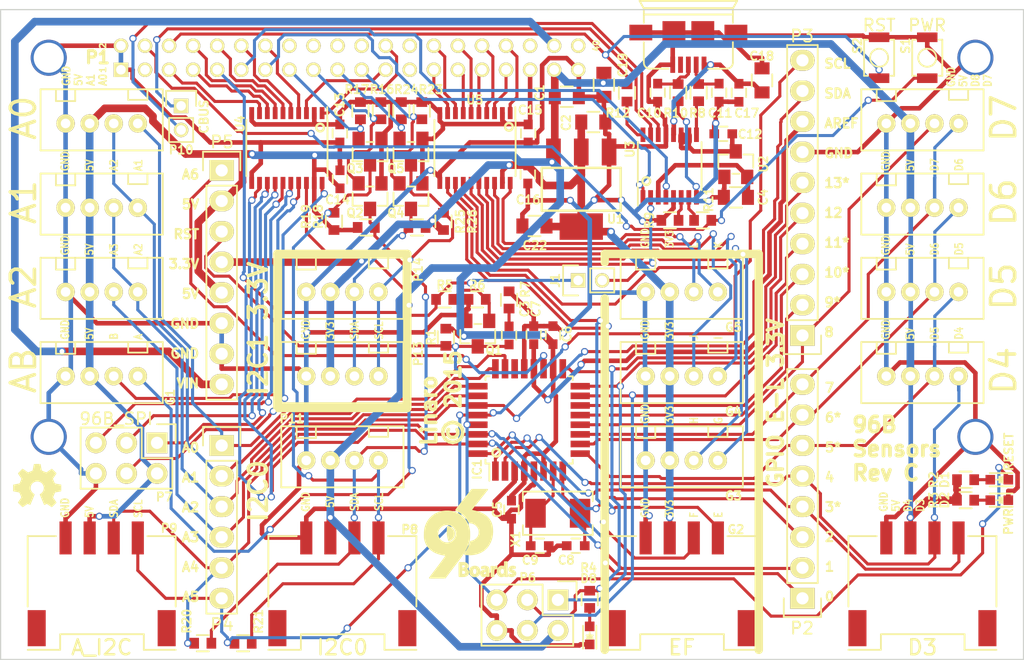
<source format=kicad_pcb>
(kicad_pcb (version 20171130) (host pcbnew "(5.1.12)-1")
  (title_block (title 96B_Grove) (date 2015-12-09) (rev C) (company "Linaro Ltd"))
  (layers (0 F.Cu signal) (31 B.Cu signal) (34 B.Paste user hide) (35 F.Paste user hide) (36 B.SilkS user hide) (37 F.SilkS user hide) (38 B.Mask user hide) (39 F.Mask user hide) (44 Edge.Cuts user))
  (net 0 "")
  (net 1 +1V8)
  (net 2 GND)
  (net 3 +5V)
  (net 4 AREF)
  (net 5 +3V3)
  (net 6 "Net-(D1-Pad2)")
  (net 7 RESET)
  (net 8 "Net-(D2-Pad2)")
  (net 9 PD4)
  (net 10 PD5)
  (net 11 PD6)
  (net 12 PD7)
  (net 13 PB0)
  (net 14 PB1)
  (net 15 PB2)
  (net 16 ADC6)
  (net 17 PC0)
  (net 18 PC1)
  (net 19 PC2)
  (net 20 PC3)
  (net 21 PWR_IN)
  (net 22 96UART1_TX)
  (net 23 96UART1_RX)
  (net 24 I2C0_SCL)
  (net 25 I2C0_SDA)
  (net 26 I2C1_SCL)
  (net 27 I2C1_SDA)
  (net 28 96UART0_TX)
  (net 29 96UART0_RX)
  (net 30 RST_BTN)
  (net 31 PWR_BTN)
  (net 32 +3V3F)
  (net 33 +1V8F)
  (net 34 96UART0_RTS)
  (net 35 "Net-(Q1-Pad1)")
  (net 36 SPI0_MISO)
  (net 37 SPI0_CS)
  (net 38 SPI0_MOSI)
  (net 39 SPI0_SCK)
  (net 40 SPI0_SCK_5)
  (net 41 SPI0_MISO_5)
  (net 42 SPI0_CS_5)
  (net 43 SPI0_MOSI_5)
  (net 44 PD3_INT1)
  (net 45 PB3_MOSI)
  (net 46 PB4_MISO)
  (net 47 PB5_SCK)
  (net 48 PC4_SDA)
  (net 49 PC5_SCL)
  (net 50 PD0_RX)
  (net 51 PD1_TX)
  (net 52 PD2_INT0)
  (net 53 I2C0_SDA_5)
  (net 54 I2C0_SCL_5)
  (net 55 TEST_RESET)
  (net 56 "Net-(C3-Pad2)")
  (net 57 "Net-(C8-Pad1)")
  (net 58 "Net-(C9-Pad1)")
  (net 59 "Net-(R8-Pad1)")
  (net 60 "Net-(R9-Pad2)")
  (net 61 "Net-(R10-Pad1)")
  (net 62 "Net-(R11-Pad2)")
  (net 63 "Net-(R12-Pad2)")
  (net 64 "Net-(D8-Pad2)")
  (net 65 "Net-(P10-Pad1)")
  (net 66 "Net-(P10-Pad2)")
  (net 67 GPIO_F_3)
  (net 68 GPIO_E_3)
  (net 69 GPIO_G_3)
  (net 70 GPIO_H_3)
  (net 71 GPIO_I_3)
  (net 72 GPIO_J_3)
  (net 73 GPIO_K_3)
  (net 74 GPIO_L_3)
  (net 75 GPIO_A)
  (net 76 GPIO_E)
  (net 77 GPIO_G)
  (net 78 GPIO_I)
  (net 79 GPIO_B)
  (net 80 GPIO_K)
  (net 81 GPIO_F)
  (net 82 GPIO_J)
  (net 83 GPIO_L)
  (net 84 GPIO_H)
  (net 85 I2C1_SCL_3)
  (net 86 I2C1_SDA_3)
  (net 87 GPIO_A_5)
  (net 88 GPIO_B_5)
  (net 89 /USBDP)
  (net 90 /USBDM)
  (net 91 /+5F)
  (module Sensors:Grove4P (layer F.Cu) (at 176.6 83 180)
    (fp_text reference D4 (at -6.75 3 270) (layer F.SilkS) (effects (font (size 2 2) (thickness 0.3))))
    (fp_text value GROVE hide)
    (pad 1 thru_hole circle (at -3 2.54 180) (size 1.524 1.524) (drill 0.8) (layers *.Cu *.Mask F.SilkS) (net 9 PD4))
    (pad 2 thru_hole circle (at -1 2.54 180) (size 1.524 1.524) (drill 0.8) (layers *.Cu *.Mask F.SilkS) (net 10 PD5))
    (pad 3 thru_hole circle (at 1 2.54 180) (size 1.524 1.524) (drill 0.8) (layers *.Cu *.Mask F.SilkS) (net 3 +5V))
    (pad 4 thru_hole circle (at 3 2.54 180) (size 1.524 1.524) (drill 0.8) (layers *.Cu *.Mask F.SilkS) (net 2 GND))
  )
  (module Sensors:Grove4P (layer F.Cu) (at 176.6 69 180)
    (fp_text reference D6 (at -6.75 3 270) (layer F.SilkS) (effects (font (size 2 2) (thickness 0.3))))
    (fp_text value GROVE hide)
    (pad 1 thru_hole circle (at -3 2.54 180) (size 1.524 1.524) (drill 0.8) (layers *.Cu *.Mask F.SilkS) (net 11 PD6))
    (pad 2 thru_hole circle (at -1 2.54 180) (size 1.524 1.524) (drill 0.8) (layers *.Cu *.Mask F.SilkS) (net 12 PD7))
    (pad 3 thru_hole circle (at 1 2.54 180) (size 1.524 1.524) (drill 0.8) (layers *.Cu *.Mask F.SilkS) (net 3 +5V))
    (pad 4 thru_hole circle (at 3 2.54 180) (size 1.524 1.524) (drill 0.8) (layers *.Cu *.Mask F.SilkS) (net 2 GND))
  )
  (module Sensors:Grove4P (layer F.Cu) (at 176.6 62 180)
    (fp_text reference D7 (at -6.75 3 270) (layer F.SilkS) (effects (font (size 2 2) (thickness 0.3))))
    (fp_text value GROVE hide)
    (pad 1 thru_hole circle (at -3 2.54 180) (size 1.524 1.524) (drill 0.8) (layers *.Cu *.Mask F.SilkS) (net 12 PD7))
    (pad 2 thru_hole circle (at -1 2.54 180) (size 1.524 1.524) (drill 0.8) (layers *.Cu *.Mask F.SilkS) (net 13 PB0))
    (pad 3 thru_hole circle (at 1 2.54 180) (size 1.524 1.524) (drill 0.8) (layers *.Cu *.Mask F.SilkS) (net 3 +5V))
    (pad 4 thru_hole circle (at 3 2.54 180) (size 1.524 1.524) (drill 0.8) (layers *.Cu *.Mask F.SilkS) (net 2 GND))
  )
  (module Sensors:Grove4P (layer F.Cu) (at 128.4 90 180)
    (fp_text reference P11 (at 4.2 6) (layer F.SilkS) (effects (font (size 0.7 0.7) (thickness 0.175))))
    (fp_text value I2C0 (at 7 0 270) (layer F.SilkS) (effects (font (size 1.5 1.5) (thickness 0.3))))
    (pad 1 thru_hole circle (at -3 2.54 180) (size 1.524 1.524) (drill 0.8) (layers *.Cu *.Mask F.SilkS) (net 54 I2C0_SCL_5))
    (pad 2 thru_hole circle (at -1 2.54 180) (size 1.524 1.524) (drill 0.8) (layers *.Cu *.Mask F.SilkS) (net 53 I2C0_SDA_5))
    (pad 3 thru_hole circle (at 1 2.54 180) (size 1.524 1.524) (drill 0.8) (layers *.Cu *.Mask F.SilkS) (net 3 +5V))
    (pad 4 thru_hole circle (at 3 2.54 180) (size 1.524 1.524) (drill 0.8) (layers *.Cu *.Mask F.SilkS) (net 2 GND))
  )
  (module Sensors:Grove4P (layer F.Cu) (at 108.4 69 180)
    (fp_text reference A1 (at 6.5 3 270) (layer F.SilkS) (effects (font (size 2 2) (thickness 0.3))))
    (fp_text value GROVE hide)
    (pad 1 thru_hole circle (at -3 2.54 180) (size 1.524 1.524) (drill 0.8) (layers *.Cu *.Mask F.SilkS) (net 18 PC1))
    (pad 2 thru_hole circle (at -1 2.54 180) (size 1.524 1.524) (drill 0.8) (layers *.Cu *.Mask F.SilkS) (net 19 PC2))
    (pad 3 thru_hole circle (at 1 2.54 180) (size 1.524 1.524) (drill 0.8) (layers *.Cu *.Mask F.SilkS) (net 3 +5V))
    (pad 4 thru_hole circle (at 3 2.54 180) (size 1.524 1.524) (drill 0.8) (layers *.Cu *.Mask F.SilkS) (net 2 GND))
  )
  (module Sensors:Grove4P (layer F.Cu) (at 176.6 76 180)
    (fp_text reference D5 (at -6.75 3 270) (layer F.SilkS) (effects (font (size 2 2) (thickness 0.3))))
    (fp_text value GROVE hide)
    (pad 1 thru_hole circle (at -3 2.54 180) (size 1.524 1.524) (drill 0.8) (layers *.Cu *.Mask F.SilkS) (net 10 PD5))
    (pad 2 thru_hole circle (at -1 2.54 180) (size 1.524 1.524) (drill 0.8) (layers *.Cu *.Mask F.SilkS) (net 11 PD6))
    (pad 3 thru_hole circle (at 1 2.54 180) (size 1.524 1.524) (drill 0.8) (layers *.Cu *.Mask F.SilkS) (net 3 +5V))
    (pad 4 thru_hole circle (at 3 2.54 180) (size 1.524 1.524) (drill 0.8) (layers *.Cu *.Mask F.SilkS) (net 2 GND))
  )
  (module Sensors:Grove4P (layer F.Cu) (at 108.4 83 180)
    (fp_text reference G1 (at -5.7 0.8 270) (layer F.SilkS) (effects (font (size 0.7 0.7))))
    (fp_text value AB (at 6.5 3 270) (layer F.SilkS) (effects (font (size 2 2) (thickness 0.3))))
    (pad 1 thru_hole circle (at -3 2.54 180) (size 1.524 1.524) (drill 0.8) (layers *.Cu *.Mask F.SilkS) (net 87 GPIO_A_5))
    (pad 2 thru_hole circle (at -1 2.54 180) (size 1.524 1.524) (drill 0.8) (layers *.Cu *.Mask F.SilkS) (net 88 GPIO_B_5))
    (pad 3 thru_hole circle (at 1 2.54 180) (size 1.524 1.524) (drill 0.8) (layers *.Cu *.Mask F.SilkS) (net 3 +5V))
    (pad 4 thru_hole circle (at 3 2.54 180) (size 1.524 1.524) (drill 0.8) (layers *.Cu *.Mask F.SilkS) (net 2 GND))
  )
  (module Sensors:Grove4P (layer F.Cu) (at 108.4 76 180)
    (fp_text reference A2 (at 6.5 3 270) (layer F.SilkS) (effects (font (size 2 2) (thickness 0.3))))
    (fp_text value GROVE hide)
    (pad 1 thru_hole circle (at -3 2.54 180) (size 1.524 1.524) (drill 0.8) (layers *.Cu *.Mask F.SilkS) (net 19 PC2))
    (pad 2 thru_hole circle (at -1 2.54 180) (size 1.524 1.524) (drill 0.8) (layers *.Cu *.Mask F.SilkS) (net 20 PC3))
    (pad 3 thru_hole circle (at 1 2.54 180) (size 1.524 1.524) (drill 0.8) (layers *.Cu *.Mask F.SilkS) (net 3 +5V))
    (pad 4 thru_hole circle (at 3 2.54 180) (size 1.524 1.524) (drill 0.8) (layers *.Cu *.Mask F.SilkS) (net 2 GND))
  )
  (module Sensors:Grove4P (layer F.Cu) (at 156.6 90 180)
    (fp_text reference G3 (at -4.3 -0.4) (layer F.SilkS) (effects (font (size 0.7 0.7) (thickness 0.175))))
    (fp_text value GH hide)
    (pad 1 thru_hole circle (at -3 2.54 180) (size 1.524 1.524) (drill 0.8) (layers *.Cu *.Mask F.SilkS) (net 69 GPIO_G_3))
    (pad 2 thru_hole circle (at -1 2.54 180) (size 1.524 1.524) (drill 0.8) (layers *.Cu *.Mask F.SilkS) (net 70 GPIO_H_3))
    (pad 3 thru_hole circle (at 1 2.54 180) (size 1.524 1.524) (drill 0.8) (layers *.Cu *.Mask F.SilkS) (net 5 +3V3))
    (pad 4 thru_hole circle (at 3 2.54 180) (size 1.524 1.524) (drill 0.8) (layers *.Cu *.Mask F.SilkS) (net 2 GND))
  )
  (module Sensors:Grove4P (layer F.Cu) (at 128.4 83 180)
    (fp_text reference P13 (at -6.3 4.4 270) (layer F.SilkS) (effects (font (size 0.7 0.7))))
    (fp_text value I2C1 hide)
    (pad 1 thru_hole circle (at -3 2.54 180) (size 1.524 1.524) (drill 0.8) (layers *.Cu *.Mask F.SilkS) (net 85 I2C1_SCL_3))
    (pad 2 thru_hole circle (at -1 2.54 180) (size 1.524 1.524) (drill 0.8) (layers *.Cu *.Mask F.SilkS) (net 86 I2C1_SDA_3))
    (pad 3 thru_hole circle (at 1 2.54 180) (size 1.524 1.524) (drill 0.8) (layers *.Cu *.Mask F.SilkS) (net 5 +3V3))
    (pad 4 thru_hole circle (at 3 2.54 180) (size 1.524 1.524) (drill 0.8) (layers *.Cu *.Mask F.SilkS) (net 2 GND))
  )
  (module Sensors:Hole_2.5MM (layer F.Cu) (at 181 85.5)
    (fp_text reference REF**_4 hide)
    (fp_text value Hole_2.5MM hide)
    (pad 1 thru_hole circle (at 0 0) (size 3 3) (drill 2.5) (layers *.Cu *.Mask) (net 2 GND) (clearance 1))
  )
  (module Sensors:Hole_2.5MM (layer F.Cu) (at 104 85.5)
    (fp_text reference REF**_3 hide)
    (fp_text value Hole_2.5MM hide)
    (pad 1 thru_hole circle (at 0 0) (size 3 3) (drill 2.5) (layers *.Cu *.Mask) (net 2 GND) (clearance 1))
  )
  (module Sensors:Hole_2.5MM (layer F.Cu) (at 181 54)
    (fp_text reference REF**_2 hide)
    (fp_text value Hole_2.5MM hide)
    (pad 1 thru_hole circle (at 0 0) (size 3 3) (drill 2.5) (layers *.Cu *.Mask) (net 2 GND) (clearance 1))
  )
  (module Capacitors_SMD:C_0603 (layer F.Cu) (at 128.19 60.29 270)
    (fp_text reference C13 (at -2.38 0.01 270) (layer F.SilkS) (effects (font (size 0.7 0.7))))
    (fp_text value 100n hide)
    (pad 1 smd rect (at -0.75 0 270) (size 0.8 0.75) (layers F.Cu F.Paste F.Mask) (net 1 +1V8))
    (pad 2 smd rect (at 0.75 0 270) (size 0.8 0.75) (layers F.Cu F.Paste F.Mask) (net 2 GND))
  )
  (module Capacitors_SMD:C_0603 (layer F.Cu) (at 143.84 60.29 270)
    (fp_text reference C15 (at -1.95 -0.17 180) (layer F.SilkS) (effects (font (size 0.7 0.7))))
    (fp_text value 100n hide)
    (pad 1 smd rect (at -0.75 0 270) (size 0.8 0.75) (layers F.Cu F.Paste F.Mask) (net 1 +1V8))
    (pad 2 smd rect (at 0.75 0 270) (size 0.8 0.75) (layers F.Cu F.Paste F.Mask) (net 2 GND))
  )
  (module Capacitors_SMD:C_0603 (layer F.Cu) (at 154.6 56.9 270)
    (fp_text reference C10 (at 1.7 0.7 180) (layer F.SilkS) (effects (font (size 0.7 0.7))))
    (fp_text value 39p hide)
    (pad 1 smd rect (at -0.75 0 270) (size 0.8 0.75) (layers F.Cu F.Paste F.Mask) (net 89 /USBDP))
    (pad 2 smd rect (at 0.75 0 270) (size 0.8 0.75) (layers F.Cu F.Paste F.Mask) (net 2 GND))
  )
  (module Capacitors_SMD:C_0603 (layer F.Cu) (at 159.7 56.9 270)
    (fp_text reference C11 (at 1.7 -0.1) (layer F.SilkS) (effects (font (size 0.7 0.7))))
    (fp_text value 39p hide)
    (pad 1 smd rect (at -0.75 0 270) (size 0.8 0.75) (layers F.Cu F.Paste F.Mask) (net 90 /USBDM))
    (pad 2 smd rect (at 0.75 0 270) (size 0.8 0.75) (layers F.Cu F.Paste F.Mask) (net 2 GND))
  )
  (module Capacitors_SMD:C_0603 (layer F.Cu) (at 160.05 60.32 180)
    (fp_text reference C12 (at -2.23 -0.04) (layer F.SilkS) (effects (font (size 0.7 0.7))))
    (fp_text value 100n hide)
    (pad 1 smd rect (at -0.75 0 180) (size 0.8 0.75) (layers F.Cu F.Paste F.Mask) (net 32 +3V3F))
    (pad 2 smd rect (at 0.75 0 180) (size 0.8 0.75) (layers F.Cu F.Paste F.Mask) (net 2 GND))
  )
  (module Capacitors_SMD:C_0603 (layer F.Cu) (at 128.2 64.1 90)
    (fp_text reference C14 (at -1.7 -0.2 180) (layer F.SilkS) (effects (font (size 0.7 0.7))))
    (fp_text value 100n hide)
    (pad 1 smd rect (at -0.75 0 90) (size 0.8 0.75) (layers F.Cu F.Paste F.Mask) (net 3 +5V))
    (pad 2 smd rect (at 0.75 0 90) (size 0.8 0.75) (layers F.Cu F.Paste F.Mask) (net 2 GND))
  )
  (module Capacitors_SMD:C_0603 (layer F.Cu) (at 143.81 63.7 270)
    (fp_text reference C16 (at 2.1 -0.03 180) (layer F.SilkS) (effects (font (size 0.7 0.7))))
    (fp_text value 100n hide)
    (pad 1 smd rect (at -0.75 0 270) (size 0.8 0.75) (layers F.Cu F.Paste F.Mask) (net 5 +3V3))
    (pad 2 smd rect (at 0.75 0 270) (size 0.8 0.75) (layers F.Cu F.Paste F.Mask) (net 2 GND))
  )
  (module Capacitors_SMD:C_0603 (layer F.Cu) (at 142.45 91.55 270)
    (fp_text reference C5 (at -0.01 1.17 270) (layer F.SilkS) (effects (font (size 0.7 0.7))))
    (fp_text value 100n hide)
    (pad 1 smd rect (at -0.75 0 270) (size 0.8 0.75) (layers F.Cu F.Paste F.Mask) (net 3 +5V))
    (pad 2 smd rect (at 0.75 0 270) (size 0.8 0.75) (layers F.Cu F.Paste F.Mask) (net 2 GND))
  )
  (module Capacitors_SMD:C_0603 (layer F.Cu) (at 145.9 77.05 90)
    (fp_text reference C6 (at 0.088 1.166 90) (layer F.SilkS) (effects (font (size 0.7 0.7))))
    (fp_text value 100n hide)
    (pad 1 smd rect (at -0.75 0 90) (size 0.8 0.75) (layers F.Cu F.Paste F.Mask) (net 3 +5V))
    (pad 2 smd rect (at 0.75 0 90) (size 0.8 0.75) (layers F.Cu F.Paste F.Mask) (net 2 GND))
  )
  (module Capacitors_SMD:C_0603 (layer F.Cu) (at 144.3 77.05 90)
    (fp_text reference C7 (at 2.18 0.18 90) (layer F.SilkS) (effects (font (size 0.7 0.7))))
    (fp_text value 100n hide)
    (pad 1 smd rect (at -0.75 0 90) (size 0.8 0.75) (layers F.Cu F.Paste F.Mask) (net 4 AREF))
    (pad 2 smd rect (at 0.75 0 90) (size 0.8 0.75) (layers F.Cu F.Paste F.Mask) (net 2 GND))
  )
  (module Capacitors_SMD:C_0603 (layer F.Cu) (at 147.79 94.55 180)
    (fp_text reference C8 (at 0.79 -1.19 180) (layer F.SilkS) (effects (font (size 0.7 0.7))))
    (fp_text value 22p hide)
    (pad 1 smd rect (at -0.75 0 180) (size 0.8 0.75) (layers F.Cu F.Paste F.Mask) (net 57 "Net-(C8-Pad1)"))
    (pad 2 smd rect (at 0.75 0 180) (size 0.8 0.75) (layers F.Cu F.Paste F.Mask) (net 2 GND))
  )
  (module Capacitors_SMD:C_0603 (layer F.Cu) (at 144.8 94.55)
    (fp_text reference C9 (at -0.79 1.2) (layer F.SilkS) (effects (font (size 0.7 0.7))))
    (fp_text value 22p hide)
    (pad 1 smd rect (at -0.75 0) (size 0.8 0.75) (layers F.Cu F.Paste F.Mask) (net 58 "Net-(C9-Pad1)"))
    (pad 2 smd rect (at 0.75 0) (size 0.8 0.75) (layers F.Cu F.Paste F.Mask) (net 2 GND))
  )
  (module LEDs:LED-0603 (layer F.Cu) (at 148.95 102 90)
    (fp_text reference D8 (at 4.73 -0.09 180) (layer F.SilkS) (effects (font (size 0.7 0.7))))
    (fp_text value PB5 hide)
    (pad 2 smd rect (at 0.7493 0 270) (size 0.79756 0.79756) (layers F.Cu F.Paste F.Mask) (net 64 "Net-(D8-Pad2)"))
    (pad 1 smd rect (at -0.7493 0 270) (size 0.79756 0.79756) (layers F.Cu F.Paste F.Mask) (net 2 GND))
  )
  (module LEDs:LED-0603 (layer F.Cu) (at 182.988 89.0625 180)
    (fp_text reference D1 (at 4.5475 -0.0075 270) (layer F.SilkS) (effects (font (size 0.7 0.7))))
    (fp_text value RESET (at -0.7925 2.3125 270) (layer F.SilkS) (effects (font (size 0.7 0.7))))
    (pad 2 smd rect (at 0.7493 0) (size 0.79756 0.79756) (layers F.Cu F.Paste F.Mask) (net 6 "Net-(D1-Pad2)"))
    (pad 1 smd rect (at -0.7493 0) (size 0.79756 0.79756) (layers F.Cu F.Paste F.Mask) (net 7 RESET))
  )
  (module LEDs:LED-0603 (layer F.Cu) (at 182.988 90.7625 180)
    (fp_text reference D2 (at 4.5475 0.0025 270) (layer F.SilkS) (effects (font (size 0.7 0.7))))
    (fp_text value PWR (at -0.7625 -1.7775 270) (layer F.SilkS) (effects (font (size 0.7 0.7))))
    (pad 2 smd rect (at 0.7493 0) (size 0.79756 0.79756) (layers F.Cu F.Paste F.Mask) (net 8 "Net-(D2-Pad2)"))
    (pad 1 smd rect (at -0.7493 0) (size 0.79756 0.79756) (layers F.Cu F.Paste F.Mask) (net 2 GND))
  )
  (module Housings_QFP:TQFP-32_7x7mm_Pitch0.8mm (layer F.Cu) (at 143.915 84.095 90)
    (fp_text reference IC1 (at -4.105 -4.315 270) (layer F.SilkS) (effects (font (size 0.7 0.7))))
    (fp_text value ATMEGA328P hide)
    (pad 1 smd rect (at -4.25 -2.8 90) (size 1.6 0.55) (layers F.Cu F.Paste F.Mask) (net 44 PD3_INT1))
    (pad 2 smd rect (at -4.25 -2 90) (size 1.6 0.55) (layers F.Cu F.Paste F.Mask) (net 9 PD4))
    (pad 3 smd rect (at -4.25 -1.2 90) (size 1.6 0.55) (layers F.Cu F.Paste F.Mask) (net 2 GND))
    (pad 4 smd rect (at -4.25 -0.4 90) (size 1.6 0.55) (layers F.Cu F.Paste F.Mask) (net 3 +5V))
    (pad 5 smd rect (at -4.25 0.4 90) (size 1.6 0.55) (layers F.Cu F.Paste F.Mask) (net 2 GND))
    (pad 6 smd rect (at -4.25 1.2 90) (size 1.6 0.55) (layers F.Cu F.Paste F.Mask) (net 3 +5V))
    (pad 7 smd rect (at -4.25 2 90) (size 1.6 0.55) (layers F.Cu F.Paste F.Mask) (net 58 "Net-(C9-Pad1)"))
    (pad 8 smd rect (at -4.25 2.8 90) (size 1.6 0.55) (layers F.Cu F.Paste F.Mask) (net 57 "Net-(C8-Pad1)"))
    (pad 9 smd rect (at -2.8 4.25 180) (size 1.6 0.55) (layers F.Cu F.Paste F.Mask) (net 10 PD5))
    (pad 10 smd rect (at -2 4.25 180) (size 1.6 0.55) (layers F.Cu F.Paste F.Mask) (net 11 PD6))
    (pad 11 smd rect (at -1.2 4.25 180) (size 1.6 0.55) (layers F.Cu F.Paste F.Mask) (net 12 PD7))
    (pad 12 smd rect (at -0.4 4.25 180) (size 1.6 0.55) (layers F.Cu F.Paste F.Mask) (net 13 PB0))
    (pad 13 smd rect (at 0.4 4.25 180) (size 1.6 0.55) (layers F.Cu F.Paste F.Mask) (net 14 PB1))
    (pad 14 smd rect (at 1.2 4.25 180) (size 1.6 0.55) (layers F.Cu F.Paste F.Mask) (net 15 PB2))
    (pad 15 smd rect (at 2 4.25 180) (size 1.6 0.55) (layers F.Cu F.Paste F.Mask) (net 45 PB3_MOSI))
    (pad 16 smd rect (at 2.8 4.25 180) (size 1.6 0.55) (layers F.Cu F.Paste F.Mask) (net 46 PB4_MISO))
    (pad 17 smd rect (at 4.25 2.8 90) (size 1.6 0.55) (layers F.Cu F.Paste F.Mask) (net 47 PB5_SCK))
    (pad 18 smd rect (at 4.25 2 90) (size 1.6 0.55) (layers F.Cu F.Paste F.Mask) (net 3 +5V))
    (pad 19 smd rect (at 4.25 1.2 90) (size 1.6 0.55) (layers F.Cu F.Paste F.Mask) (net 16 ADC6))
    (pad 20 smd rect (at 4.25 0.4 90) (size 1.6 0.55) (layers F.Cu F.Paste F.Mask) (net 4 AREF))
    (pad 21 smd rect (at 4.25 -0.4 90) (size 1.6 0.55) (layers F.Cu F.Paste F.Mask) (net 2 GND))
    (pad 22 smd rect (at 4.25 -1.2 90) (size 1.6 0.55) (layers F.Cu F.Paste F.Mask))
    (pad 23 smd rect (at 4.25 -2 90) (size 1.6 0.55) (layers F.Cu F.Paste F.Mask) (net 17 PC0))
    (pad 24 smd rect (at 4.25 -2.8 90) (size 1.6 0.55) (layers F.Cu F.Paste F.Mask) (net 18 PC1))
    (pad 25 smd rect (at 2.8 -4.25 180) (size 1.6 0.55) (layers F.Cu F.Paste F.Mask) (net 19 PC2))
    (pad 26 smd rect (at 2 -4.25 180) (size 1.6 0.55) (layers F.Cu F.Paste F.Mask) (net 20 PC3))
    (pad 27 smd rect (at 1.2 -4.25 180) (size 1.6 0.55) (layers F.Cu F.Paste F.Mask) (net 48 PC4_SDA))
    (pad 28 smd rect (at 0.4 -4.25 180) (size 1.6 0.55) (layers F.Cu F.Paste F.Mask) (net 49 PC5_SCL))
    (pad 29 smd rect (at -0.4 -4.25 180) (size 1.6 0.55) (layers F.Cu F.Paste F.Mask) (net 7 RESET))
    (pad 30 smd rect (at -1.2 -4.25 180) (size 1.6 0.55) (layers F.Cu F.Paste F.Mask) (net 50 PD0_RX))
    (pad 31 smd rect (at -2 -4.25 180) (size 1.6 0.55) (layers F.Cu F.Paste F.Mask) (net 51 PD1_TX))
    (pad 32 smd rect (at -2.8 -4.25 180) (size 1.6 0.55) (layers F.Cu F.Paste F.Mask) (net 52 PD2_INT0))
  )
  (module Socket_Strips:Socket_Strip_Straight_1x08 (layer F.Cu) (at 118.37 63.36 270)
    (fp_text reference P5 (at -2.36 -0.03) (layer F.SilkS))
    (fp_text value CONN_01X08 hide)
    (pad 1 thru_hole rect (at 0 0 270) (size 1.7272 2.032) (drill 1.016) (layers *.Cu *.Mask F.SilkS) (net 16 ADC6))
    (pad 2 thru_hole oval (at 2.54 0 270) (size 1.7272 2.032) (drill 1.016) (layers *.Cu *.Mask F.SilkS) (net 3 +5V))
    (pad 3 thru_hole oval (at 5.08 0 270) (size 1.7272 2.032) (drill 1.016) (layers *.Cu *.Mask F.SilkS) (net 7 RESET))
    (pad 4 thru_hole oval (at 7.62 0 270) (size 1.7272 2.032) (drill 1.016) (layers *.Cu *.Mask F.SilkS) (net 5 +3V3))
    (pad 5 thru_hole oval (at 10.16 0 270) (size 1.7272 2.032) (drill 1.016) (layers *.Cu *.Mask F.SilkS) (net 3 +5V))
    (pad 6 thru_hole oval (at 12.7 0 270) (size 1.7272 2.032) (drill 1.016) (layers *.Cu *.Mask F.SilkS) (net 2 GND))
    (pad 7 thru_hole oval (at 15.24 0 270) (size 1.7272 2.032) (drill 1.016) (layers *.Cu *.Mask F.SilkS) (net 2 GND))
    (pad 8 thru_hole oval (at 17.78 0 270) (size 1.7272 2.032) (drill 1.016) (layers *.Cu *.Mask F.SilkS) (net 21 PWR_IN))
  )
  (module Socket_Strips:Socket_Strip_Straight_1x06 (layer F.Cu) (at 118.37 86.22 270)
    (fp_text reference P4 (at 14.88 -0.03) (layer F.SilkS))
    (fp_text value CONN_01X06 hide)
    (pad 1 thru_hole rect (at 0 0 270) (size 1.7272 2.032) (drill 1.016) (layers *.Cu *.Mask F.SilkS) (net 17 PC0))
    (pad 2 thru_hole oval (at 2.54 0 270) (size 1.7272 2.032) (drill 1.016) (layers *.Cu *.Mask F.SilkS) (net 18 PC1))
    (pad 3 thru_hole oval (at 5.08 0 270) (size 1.7272 2.032) (drill 1.016) (layers *.Cu *.Mask F.SilkS) (net 19 PC2))
    (pad 4 thru_hole oval (at 7.62 0 270) (size 1.7272 2.032) (drill 1.016) (layers *.Cu *.Mask F.SilkS) (net 20 PC3))
    (pad 5 thru_hole oval (at 10.16 0 270) (size 1.7272 2.032) (drill 1.016) (layers *.Cu *.Mask F.SilkS) (net 48 PC4_SDA))
    (pad 6 thru_hole oval (at 12.7 0 270) (size 1.7272 2.032) (drill 1.016) (layers *.Cu *.Mask F.SilkS) (net 49 PC5_SCL))
  )
  (module Pin_Headers:Pin_Header_Straight_2x03 (layer F.Cu) (at 146.31 99.047 270)
    (fp_text reference P6 (at -1.847 2.51) (layer F.SilkS) (effects (font (size 0.7 0.7))))
    (fp_text value AVR_SPI hide)
    (pad 1 thru_hole rect (at 0 0 270) (size 1.7272 1.7272) (drill 1.016) (layers *.Cu *.Mask F.SilkS) (net 46 PB4_MISO))
    (pad 2 thru_hole oval (at 2.54 0 270) (size 1.7272 1.7272) (drill 1.016) (layers *.Cu *.Mask F.SilkS) (net 3 +5V))
    (pad 3 thru_hole oval (at 0 2.54 270) (size 1.7272 1.7272) (drill 1.016) (layers *.Cu *.Mask F.SilkS) (net 47 PB5_SCK))
    (pad 4 thru_hole oval (at 2.54 2.54 270) (size 1.7272 1.7272) (drill 1.016) (layers *.Cu *.Mask F.SilkS) (net 45 PB3_MOSI))
    (pad 5 thru_hole oval (at 0 5.08 270) (size 1.7272 1.7272) (drill 1.016) (layers *.Cu *.Mask F.SilkS) (net 7 RESET))
    (pad 6 thru_hole oval (at 2.54 5.08 270) (size 1.7272 1.7272) (drill 1.016) (layers *.Cu *.Mask F.SilkS) (net 2 GND))
  )
  (module Socket_Strips:Socket_Strip_Straight_1x10 (layer F.Cu) (at 166.63 77.076 90)
    (fp_text reference P3 (at 24.876 -0.03 180) (layer F.SilkS))
    (fp_text value CONN_01X10 hide)
    (pad 1 thru_hole rect (at 0 0 90) (size 1.7272 2.032) (drill 1.016) (layers *.Cu *.Mask F.SilkS) (net 13 PB0))
    (pad 2 thru_hole oval (at 2.54 0 90) (size 1.7272 2.032) (drill 1.016) (layers *.Cu *.Mask F.SilkS) (net 14 PB1))
    (pad 3 thru_hole oval (at 5.08 0 90) (size 1.7272 2.032) (drill 1.016) (layers *.Cu *.Mask F.SilkS) (net 15 PB2))
    (pad 4 thru_hole oval (at 7.62 0 90) (size 1.7272 2.032) (drill 1.016) (layers *.Cu *.Mask F.SilkS) (net 45 PB3_MOSI))
    (pad 5 thru_hole oval (at 10.16 0 90) (size 1.7272 2.032) (drill 1.016) (layers *.Cu *.Mask F.SilkS) (net 46 PB4_MISO))
    (pad 6 thru_hole oval (at 12.7 0 90) (size 1.7272 2.032) (drill 1.016) (layers *.Cu *.Mask F.SilkS) (net 47 PB5_SCK))
    (pad 7 thru_hole oval (at 15.24 0 90) (size 1.7272 2.032) (drill 1.016) (layers *.Cu *.Mask F.SilkS) (net 2 GND))
    (pad 8 thru_hole oval (at 17.78 0 90) (size 1.7272 2.032) (drill 1.016) (layers *.Cu *.Mask F.SilkS) (net 4 AREF))
    (pad 9 thru_hole oval (at 20.32 0 90) (size 1.7272 2.032) (drill 1.016) (layers *.Cu *.Mask F.SilkS) (net 48 PC4_SDA))
    (pad 10 thru_hole oval (at 22.86 0 90) (size 1.7272 2.032) (drill 1.016) (layers *.Cu *.Mask F.SilkS) (net 49 PC5_SCL))
  )
  (module Socket_Strips:Socket_Strip_Straight_1x08 (layer F.Cu) (at 166.63 98.92 90)
    (fp_text reference P2 (at -2.48 -0.03 180) (layer F.SilkS))
    (fp_text value CONN_01X08 hide)
    (pad 1 thru_hole rect (at 0 0 90) (size 1.7272 2.032) (drill 1.016) (layers *.Cu *.Mask F.SilkS) (net 50 PD0_RX))
    (pad 2 thru_hole oval (at 2.54 0 90) (size 1.7272 2.032) (drill 1.016) (layers *.Cu *.Mask F.SilkS) (net 51 PD1_TX))
    (pad 3 thru_hole oval (at 5.08 0 90) (size 1.7272 2.032) (drill 1.016) (layers *.Cu *.Mask F.SilkS) (net 52 PD2_INT0))
    (pad 4 thru_hole oval (at 7.62 0 90) (size 1.7272 2.032) (drill 1.016) (layers *.Cu *.Mask F.SilkS) (net 44 PD3_INT1))
    (pad 5 thru_hole oval (at 10.16 0 90) (size 1.7272 2.032) (drill 1.016) (layers *.Cu *.Mask F.SilkS) (net 9 PD4))
    (pad 6 thru_hole oval (at 12.7 0 90) (size 1.7272 2.032) (drill 1.016) (layers *.Cu *.Mask F.SilkS) (net 10 PD5))
    (pad 7 thru_hole oval (at 15.24 0 90) (size 1.7272 2.032) (drill 1.016) (layers *.Cu *.Mask F.SilkS) (net 11 PD6))
    (pad 8 thru_hole oval (at 17.78 0 90) (size 1.7272 2.032) (drill 1.016) (layers *.Cu *.Mask F.SilkS) (net 12 PD7))
  )
  (module Sensors:R_0603_Seeed (layer F.Cu) (at 158 56.9 90)
    (fp_text reference R8 (at -1.7 -0.1 180) (layer F.SilkS) (effects (font (size 0.7 0.7))))
    (fp_text value 22R hide)
    (pad 1 smd rect (at -0.715 0 90) (size 0.8 0.9) (layers F.Cu F.Paste F.Mask) (net 59 "Net-(R8-Pad1)"))
    (pad 2 smd rect (at 0.715 0 90) (size 0.8 0.9) (layers F.Cu F.Paste F.Mask) (net 90 /USBDM))
  )
  (module Sensors:R_0603_Seeed (layer F.Cu) (at 156.3 56.9 90)
    (fp_text reference R10 (at -1.7 -0.2 180) (layer F.SilkS) (effects (font (size 0.7 0.7))))
    (fp_text value 22R hide)
    (pad 1 smd rect (at -0.715 0 90) (size 0.8 0.9) (layers F.Cu F.Paste F.Mask) (net 61 "Net-(R10-Pad1)"))
    (pad 2 smd rect (at 0.715 0 90) (size 0.8 0.9) (layers F.Cu F.Paste F.Mask) (net 89 /USBDP))
  )
  (module Sensors:R_0603_Seeed (layer F.Cu) (at 155.62 67.51)
    (fp_text reference R9 (at -1.71 -0.01 90) (layer F.SilkS) (effects (font (size 0.7 0.7))))
    (fp_text value 10K hide)
    (pad 1 smd rect (at -0.715 0) (size 0.8 0.9) (layers F.Cu F.Paste F.Mask) (net 2 GND))
    (pad 2 smd rect (at 0.715 0) (size 0.8 0.9) (layers F.Cu F.Paste F.Mask) (net 60 "Net-(R9-Pad2)"))
  )
  (module Sensors:R_0603_Seeed (layer F.Cu) (at 137 77.225 270)
    (fp_text reference R1 (at -0.005 1.23 270) (layer F.SilkS) (effects (font (size 0.7 0.7))))
    (fp_text value 10K hide)
    (pad 1 smd rect (at -0.715 0 270) (size 0.8 0.9) (layers F.Cu F.Paste F.Mask) (net 3 +5V))
    (pad 2 smd rect (at 0.715 0 270) (size 0.8 0.9) (layers F.Cu F.Paste F.Mask) (net 7 RESET))
  )
  (module Sensors:R_0603_Seeed (layer F.Cu) (at 148.95 99 270)
    (fp_text reference R4 (at -2.62 0.09) (layer F.SilkS) (effects (font (size 0.7 0.7))))
    (fp_text value 1K hide)
    (pad 1 smd rect (at -0.715 0 270) (size 0.8 0.9) (layers F.Cu F.Paste F.Mask) (net 47 PB5_SCK))
    (pad 2 smd rect (at 0.715 0 270) (size 0.8 0.9) (layers F.Cu F.Paste F.Mask) (net 64 "Net-(D8-Pad2)"))
  )
  (module Sensors:R_0603_Seeed (layer F.Cu) (at 131.6 58.4 270)
    (fp_text reference R16 (at -1.77 -0.09) (layer F.SilkS) (effects (font (size 0.7 0.7))))
    (fp_text value 10K hide)
    (pad 1 smd rect (at -0.715 0 270) (size 0.8 0.9) (layers F.Cu F.Paste F.Mask) (net 1 +1V8))
    (pad 2 smd rect (at 0.715 0 270) (size 0.8 0.9) (layers F.Cu F.Paste F.Mask) (net 25 I2C0_SDA))
  )
  (module Sensors:R_0603_Seeed (layer F.Cu) (at 180.188 90.7625)
    (fp_text reference R3 (at -2.6575 0.0075 90) (layer F.SilkS) (effects (font (size 0.7 0.7))))
    (fp_text value 1K hide)
    (pad 1 smd rect (at -0.715 0) (size 0.8 0.9) (layers F.Cu F.Paste F.Mask) (net 3 +5V))
    (pad 2 smd rect (at 0.715 0) (size 0.8 0.9) (layers F.Cu F.Paste F.Mask) (net 8 "Net-(D2-Pad2)"))
  )
  (module Sensors:R_0603_Seeed (layer F.Cu) (at 180.188 89.0625)
    (fp_text reference R2 (at -2.6575 0.0075 90) (layer F.SilkS) (effects (font (size 0.7 0.7))))
    (fp_text value 1K hide)
    (pad 1 smd rect (at -0.715 0) (size 0.8 0.9) (layers F.Cu F.Paste F.Mask) (net 3 +5V))
    (pad 2 smd rect (at 0.715 0) (size 0.8 0.9) (layers F.Cu F.Paste F.Mask) (net 6 "Net-(D1-Pad2)"))
  )
  (module Sensors:SOT223 (layer F.Cu) (at 148.25 64.93 180)
    (fp_text reference U1 (at -2.85 -2.47 180) (layer F.SilkS) (effects (font (size 0.7 0.7))))
    (fp_text value CJT1117-3.3 hide)
    (pad 1 smd rect (at -2.311 3.099 180) (size 1.219 2.235) (layers F.Cu F.Paste F.Mask) (net 2 GND))
    (pad 2 smd rect (at 0 3.099 180) (size 1.219 2.235) (layers F.Cu F.Paste F.Mask) (net 5 +3V3))
    (pad 3 smd rect (at 2.311 3.099 180) (size 1.219 2.235) (layers F.Cu F.Paste F.Mask) (net 3 +5V))
    (pad 2 smd rect (at 0 -3.099 180) (size 3.6 2.2) (layers F.Cu F.Paste F.Mask) (net 5 +3V3))
  )
  (module Sensors:Hole_2.5MM (layer F.Cu) (at 104 54)
    (fp_text reference REF** hide)
    (fp_text value Hole_2.5MM hide)
    (pad 1 thru_hole circle (at 0 0) (size 3 3) (drill 2.5) (layers *.Cu *.Mask) (net 2 GND) (clearance 1))
  )
  (module Sensors:USB_MICRO_B_ST-USB-001E (layer F.Cu) (at 157.15 50.406 180)
    (fp_text reference CON1 hide)
    (fp_text value CONSOLE hide)
    (pad 4 smd rect (at 0.65 -4.175 180) (size 0.4 1.35) (layers F.Cu F.Paste F.Mask))
    (pad 2 smd rect (at -0.65 -4.175 180) (size 0.4 1.35) (layers F.Cu F.Paste F.Mask) (net 90 /USBDM))
    (pad 3 smd rect (at 0 -4.175 180) (size 0.4 1.35) (layers F.Cu F.Paste F.Mask) (net 89 /USBDP))
    (pad 1 smd rect (at -1.3 -4.175 180) (size 0.4 1.35) (layers F.Cu F.Paste F.Mask) (net 91 /+5F))
    (pad 5 smd rect (at 1.3 -4.175 180) (size 0.4 1.35) (layers F.Cu F.Paste F.Mask) (net 2 GND))
    (pad 6 smd rect (at 3.95 -1.5 180) (size 1.9 1.3) (layers F.Cu F.Paste F.Mask) (net 2 GND))
    (pad 7 smd rect (at 1.2 -1.5 180) (size 1.9 1.9) (layers F.Cu F.Paste F.Mask) (net 2 GND))
    (pad 8 smd rect (at -1.2 -1.5 180) (size 1.9 1.9) (layers F.Cu F.Paste F.Mask) (net 2 GND))
    (pad 9 smd rect (at -3.95 -1.5 180) (size 1.9 1.3) (layers F.Cu F.Paste F.Mask) (net 2 GND))
  )
  (module Capacitors_SMD:C_0805 (layer F.Cu) (at 147.05 57.24)
    (fp_text reference C1 (at -2.25 -0.34 90) (layer F.SilkS) (effects (font (size 0.7 0.7))))
    (fp_text value 2u2 hide)
    (pad 1 smd rect (at -1 0) (size 1 1.25) (layers F.Cu F.Paste F.Mask) (net 3 +5V))
    (pad 2 smd rect (at 1 0) (size 1 1.25) (layers F.Cu F.Paste F.Mask) (net 2 GND))
  )
  (module Capacitors_SMD:C_0805 (layer F.Cu) (at 149.25 59.34)
    (fp_text reference C2 (at -2.25 0.06 90) (layer F.SilkS) (effects (font (size 0.7 0.7))))
    (fp_text value 2u2 hide)
    (pad 1 smd rect (at -1 0) (size 1 1.25) (layers F.Cu F.Paste F.Mask) (net 5 +3V3))
    (pad 2 smd rect (at 1 0) (size 1 1.25) (layers F.Cu F.Paste F.Mask) (net 2 GND))
  )
  (module Sensors:Crystal_3.2X5_SMD (layer F.Cu) (at 146.3 91.85 180)
    (fp_text reference X1 (at 3.5 -2.15 90) (layer F.SilkS) (effects (font (size 0.7 0.7))))
    (fp_text value 16MHz hide)
    (pad 1 smd rect (at -1.85 0 180) (size 1.7 2.4) (layers F.Cu F.Paste F.Mask) (net 57 "Net-(C8-Pad1)"))
    (pad 2 smd rect (at 1.85 0 180) (size 1.7 2.4) (layers F.Cu F.Paste F.Mask) (net 58 "Net-(C9-Pad1)"))
  )
  (module Capacitors_SMD:C_0603 (layer F.Cu) (at 142.25 77.075 90)
    (fp_text reference C3 (at 2.205 1.3 90) (layer F.SilkS) (effects (font (size 0.7 0.7))))
    (fp_text value 100n hide)
    (pad 1 smd rect (at -0.75 0 90) (size 0.8 0.75) (layers F.Cu F.Paste F.Mask) (net 7 RESET))
    (pad 2 smd rect (at 0.75 0 90) (size 0.8 0.75) (layers F.Cu F.Paste F.Mask) (net 56 "Net-(C3-Pad2)"))
  )
  (module Sensors:R_0603_Seeed (layer F.Cu) (at 142.25 74.125 90)
    (fp_text reference R7 (at 0.875 1.35 90) (layer F.SilkS) (effects (font (size 0.7 0.7))))
    (fp_text value 620R hide)
    (pad 1 smd rect (at -0.715 0 90) (size 0.8 0.9) (layers F.Cu F.Paste F.Mask) (net 56 "Net-(C3-Pad2)"))
    (pad 2 smd rect (at 0.715 0 90) (size 0.8 0.9) (layers F.Cu F.Paste F.Mask) (net 2 GND))
  )
  (module Sensors:R_0603_Seeed (layer F.Cu) (at 139.6 74.075)
    (fp_text reference R6 (at 0 -1.185) (layer F.SilkS) (effects (font (size 0.7 0.7))))
    (fp_text value 10K hide)
    (pad 1 smd rect (at -0.715 0) (size 0.8 0.9) (layers F.Cu F.Paste F.Mask) (net 2 GND))
    (pad 2 smd rect (at 0.715 0) (size 0.8 0.9) (layers F.Cu F.Paste F.Mask) (net 35 "Net-(Q1-Pad1)"))
  )
  (module Sensors:R_0603_Seeed (layer F.Cu) (at 158.34 67.51 180)
    (fp_text reference R11 (at -0.5 1.71 270) (layer F.SilkS) (effects (font (size 0.7 0.7))))
    (fp_text value 220R hide)
    (pad 1 smd rect (at -0.715 0 180) (size 0.8 0.9) (layers F.Cu F.Paste F.Mask) (net 31 PWR_BTN))
    (pad 2 smd rect (at 0.715 0 180) (size 0.8 0.9) (layers F.Cu F.Paste F.Mask) (net 62 "Net-(R11-Pad2)"))
  )
  (module Sensors:R_0603_Seeed (layer F.Cu) (at 152.05 56.925 270)
    (fp_text reference R12 (at 1.66 0.76) (layer F.SilkS) (effects (font (size 0.7 0.7))))
    (fp_text value 220R hide)
    (pad 1 smd rect (at -0.715 0 270) (size 0.8 0.9) (layers F.Cu F.Paste F.Mask) (net 30 RST_BTN))
    (pad 2 smd rect (at 0.715 0 270) (size 0.8 0.9) (layers F.Cu F.Paste F.Mask) (net 63 "Net-(R12-Pad2)"))
  )
  (module Capacitors_SMD:C_0805 (layer F.Cu) (at 161.1 65.6 180)
    (fp_text reference C4 (at -2.27 0.01 270) (layer F.SilkS) (effects (font (size 0.7 0.7))))
    (fp_text value 2u2 hide)
    (pad 1 smd rect (at -1 0 180) (size 1 1.25) (layers F.Cu F.Paste F.Mask) (net 33 +1V8F))
    (pad 2 smd rect (at 1 0 180) (size 1 1.25) (layers F.Cu F.Paste F.Mask) (net 2 GND))
  )
  (module Sensors:SOT-23_Seeed (layer F.Cu) (at 161.09 62.84)
    (fp_text reference U2 (at 2.3 0 90) (layer F.SilkS) (effects (font (size 0.7 0.7))))
    (fp_text value XC6206 hide)
    (pad 1 smd rect (at -0.95 1.06) (size 1.016 1.2) (layers F.Cu F.Paste F.Mask) (net 2 GND))
    (pad 2 smd rect (at 0.95 1.06) (size 1.016 1.2) (layers F.Cu F.Paste F.Mask) (net 33 +1V8F))
    (pad 3 smd rect (at 0 -1.06) (size 1.016 1.2) (layers F.Cu F.Paste F.Mask) (net 32 +3V3F))
  )
  (module Sensors:R_0603_Seeed (layer F.Cu) (at 136.9 74.08 180)
    (fp_text reference R5 (at -0.01 1.19 180) (layer F.SilkS) (effects (font (size 0.7 0.7))))
    (fp_text value 620R hide)
    (pad 1 smd rect (at -0.715 0 180) (size 0.8 0.9) (layers F.Cu F.Paste F.Mask) (net 35 "Net-(Q1-Pad1)"))
    (pad 2 smd rect (at 0.715 0 180) (size 0.8 0.9) (layers F.Cu F.Paste F.Mask) (net 34 96UART0_RTS))
  )
  (module Sensors:SOT-23_Seeed (layer F.Cu) (at 139.65 76.925 180)
    (fp_text reference Q1 (at -1.35 -1.375) (layer F.SilkS) (effects (font (size 0.7 0.7))))
    (fp_text value S8050 hide)
    (pad 1 smd rect (at -0.95 1.06 180) (size 1.016 1.2) (layers F.Cu F.Paste F.Mask) (net 35 "Net-(Q1-Pad1)"))
    (pad 2 smd rect (at 0.95 1.06 180) (size 1.016 1.2) (layers F.Cu F.Paste F.Mask) (net 2 GND))
    (pad 3 smd rect (at 0 -1.06 180) (size 1.016 1.2) (layers F.Cu F.Paste F.Mask) (net 7 RESET))
  )
  (module Sensors:Grove_SMD_Connector (layer F.Cu) (at 156.6 94)
    (fp_text reference G2 (at 4.5 -0.8) (layer F.SilkS) (effects (font (size 0.7 0.7))))
    (fp_text value EF (at 0 9) (layer F.SilkS) (effects (font (size 1.25 1.25) (thickness 0.2))))
    (pad 4 smd rect (at -3 -0.1) (size 1.01 2.74) (layers F.Cu F.Paste F.Mask) (net 2 GND))
    (pad 3 smd rect (at -1 -0.1) (size 1.01 2.74) (layers F.Cu F.Paste F.Mask) (net 5 +3V3))
    (pad 2 smd rect (at 1 -0.1) (size 1.01 2.74) (layers F.Cu F.Paste F.Mask) (net 67 GPIO_F_3))
    (pad 1 smd rect (at 3 -0.1) (size 1.01 2.74) (layers F.Cu F.Paste F.Mask) (net 68 GPIO_E_3))
    (pad 6 smd rect (at -5.4 7.4) (size 1.5 3) (layers F.Cu F.Paste F.Mask))
    (pad 5 smd rect (at 5.4 7.4) (size 1.5 3) (layers F.Cu F.Paste F.Mask))
  )
  (module Sensors:Grove_SMD_Connector (layer F.Cu) (at 128.4 94)
    (fp_text reference P8 (at 5.6 -0.8) (layer F.SilkS) (effects (font (size 0.7 0.7) (thickness 0.175))))
    (fp_text value I2C0 (at 0 9) (layer F.SilkS) (effects (font (size 1.25 1.25) (thickness 0.2))))
    (pad 4 smd rect (at -3 -0.1) (size 1.01 2.74) (layers F.Cu F.Paste F.Mask) (net 2 GND))
    (pad 3 smd rect (at -1 -0.1) (size 1.01 2.74) (layers F.Cu F.Paste F.Mask) (net 3 +5V))
    (pad 2 smd rect (at 1 -0.1) (size 1.01 2.74) (layers F.Cu F.Paste F.Mask) (net 53 I2C0_SDA_5))
    (pad 1 smd rect (at 3 -0.1) (size 1.01 2.74) (layers F.Cu F.Paste F.Mask) (net 54 I2C0_SCL_5))
    (pad 6 smd rect (at -5.4 7.4) (size 1.5 3) (layers F.Cu F.Paste F.Mask))
    (pad 5 smd rect (at 5.4 7.4) (size 1.5 3) (layers F.Cu F.Paste F.Mask))
  )
  (module Housings_SSOP:SSOP-20_4.4x6.5mm_Pitch0.65mm (layer F.Cu) (at 123.79 61.5 270)
    (fp_text reference U4 (at -2 3.89 90) (layer F.SilkS) (effects (font (size 0.7 0.7))))
    (fp_text value TXB0108PW hide)
    (pad 1 smd rect (at -2.9 -2.925 270) (size 1 0.4) (layers F.Cu F.Paste F.Mask) (net 79 GPIO_B))
    (pad 2 smd rect (at -2.9 -2.275 270) (size 1 0.4) (layers F.Cu F.Paste F.Mask) (net 1 +1V8))
    (pad 3 smd rect (at -2.9 -1.625 270) (size 1 0.4) (layers F.Cu F.Paste F.Mask) (net 75 GPIO_A))
    (pad 4 smd rect (at -2.9 -0.975 270) (size 1 0.4) (layers F.Cu F.Paste F.Mask) (net 38 SPI0_MOSI))
    (pad 5 smd rect (at -2.9 -0.325 270) (size 1 0.4) (layers F.Cu F.Paste F.Mask) (net 37 SPI0_CS))
    (pad 6 smd rect (at -2.9 0.325 270) (size 1 0.4) (layers F.Cu F.Paste F.Mask) (net 36 SPI0_MISO))
    (pad 7 smd rect (at -2.9 0.975 270) (size 1 0.4) (layers F.Cu F.Paste F.Mask) (net 39 SPI0_SCK))
    (pad 8 smd rect (at -2.9 1.625 270) (size 1 0.4) (layers F.Cu F.Paste F.Mask) (net 29 96UART0_RX))
    (pad 9 smd rect (at -2.9 2.275 270) (size 1 0.4) (layers F.Cu F.Paste F.Mask) (net 28 96UART0_TX))
    (pad 10 smd rect (at -2.9 2.925 270) (size 1 0.4) (layers F.Cu F.Paste F.Mask) (net 1 +1V8))
    (pad 11 smd rect (at 2.9 2.925 270) (size 1 0.4) (layers F.Cu F.Paste F.Mask) (net 2 GND))
    (pad 12 smd rect (at 2.9 2.275 270) (size 1 0.4) (layers F.Cu F.Paste F.Mask) (net 50 PD0_RX))
    (pad 13 smd rect (at 2.9 1.625 270) (size 1 0.4) (layers F.Cu F.Paste F.Mask) (net 51 PD1_TX))
    (pad 14 smd rect (at 2.9 0.975 270) (size 1 0.4) (layers F.Cu F.Paste F.Mask) (net 40 SPI0_SCK_5))
    (pad 15 smd rect (at 2.9 0.325 270) (size 1 0.4) (layers F.Cu F.Paste F.Mask) (net 41 SPI0_MISO_5))
    (pad 16 smd rect (at 2.9 -0.325 270) (size 1 0.4) (layers F.Cu F.Paste F.Mask) (net 42 SPI0_CS_5))
    (pad 17 smd rect (at 2.9 -0.975 270) (size 1 0.4) (layers F.Cu F.Paste F.Mask) (net 43 SPI0_MOSI_5))
    (pad 18 smd rect (at 2.9 -1.625 270) (size 1 0.4) (layers F.Cu F.Paste F.Mask) (net 87 GPIO_A_5))
    (pad 19 smd rect (at 2.9 -2.275 270) (size 1 0.4) (layers F.Cu F.Paste F.Mask) (net 3 +5V))
    (pad 20 smd rect (at 2.9 -2.925 270) (size 1 0.4) (layers F.Cu F.Paste F.Mask) (net 88 GPIO_B_5))
  )
  (module Housings_SSOP:SSOP-20_4.4x6.5mm_Pitch0.65mm (layer F.Cu) (at 139.42 61.5 270)
    (fp_text reference U5 (at -4 0.02) (layer F.SilkS) (effects (font (size 0.7 0.7))))
    (fp_text value TXS0108E hide)
    (pad 1 smd rect (at -2.9 -2.925 270) (size 1 0.4) (layers F.Cu F.Paste F.Mask) (net 83 GPIO_L))
    (pad 2 smd rect (at -2.9 -2.275 270) (size 1 0.4) (layers F.Cu F.Paste F.Mask) (net 1 +1V8))
    (pad 3 smd rect (at -2.9 -1.625 270) (size 1 0.4) (layers F.Cu F.Paste F.Mask) (net 80 GPIO_K))
    (pad 4 smd rect (at -2.9 -0.975 270) (size 1 0.4) (layers F.Cu F.Paste F.Mask) (net 82 GPIO_J))
    (pad 5 smd rect (at -2.9 -0.325 270) (size 1 0.4) (layers F.Cu F.Paste F.Mask) (net 78 GPIO_I))
    (pad 6 smd rect (at -2.9 0.325 270) (size 1 0.4) (layers F.Cu F.Paste F.Mask) (net 84 GPIO_H))
    (pad 7 smd rect (at -2.9 0.975 270) (size 1 0.4) (layers F.Cu F.Paste F.Mask) (net 77 GPIO_G))
    (pad 8 smd rect (at -2.9 1.625 270) (size 1 0.4) (layers F.Cu F.Paste F.Mask) (net 81 GPIO_F))
    (pad 9 smd rect (at -2.9 2.275 270) (size 1 0.4) (layers F.Cu F.Paste F.Mask) (net 76 GPIO_E))
    (pad 10 smd rect (at -2.9 2.925 270) (size 1 0.4) (layers F.Cu F.Paste F.Mask) (net 1 +1V8))
    (pad 11 smd rect (at 2.9 2.925 270) (size 1 0.4) (layers F.Cu F.Paste F.Mask) (net 2 GND))
    (pad 12 smd rect (at 2.9 2.275 270) (size 1 0.4) (layers F.Cu F.Paste F.Mask) (net 68 GPIO_E_3))
    (pad 13 smd rect (at 2.9 1.625 270) (size 1 0.4) (layers F.Cu F.Paste F.Mask) (net 67 GPIO_F_3))
    (pad 14 smd rect (at 2.9 0.975 270) (size 1 0.4) (layers F.Cu F.Paste F.Mask) (net 69 GPIO_G_3))
    (pad 15 smd rect (at 2.9 0.325 270) (size 1 0.4) (layers F.Cu F.Paste F.Mask) (net 70 GPIO_H_3))
    (pad 16 smd rect (at 2.9 -0.325 270) (size 1 0.4) (layers F.Cu F.Paste F.Mask) (net 71 GPIO_I_3))
    (pad 17 smd rect (at 2.9 -0.975 270) (size 1 0.4) (layers F.Cu F.Paste F.Mask) (net 72 GPIO_J_3))
    (pad 18 smd rect (at 2.9 -1.625 270) (size 1 0.4) (layers F.Cu F.Paste F.Mask) (net 73 GPIO_K_3))
    (pad 19 smd rect (at 2.9 -2.275 270) (size 1 0.4) (layers F.Cu F.Paste F.Mask) (net 5 +3V3))
    (pad 20 smd rect (at 2.9 -2.925 270) (size 1 0.4) (layers F.Cu F.Paste F.Mask) (net 74 GPIO_L_3))
  )
  (module Housings_SSOP:SSOP-16_3.9x4.9mm_Pitch0.635mm (layer F.Cu) (at 155.6 63 90)
    (fp_text reference U3 (at 1.4 -3.3 90) (layer F.SilkS) (effects (font (size 0.7 0.7))))
    (fp_text value FT230XS hide)
    (pad 1 smd rect (at -2.6 -2.2225 90) (size 1.2 0.4) (layers F.Cu F.Paste F.Mask) (net 23 96UART1_RX))
    (pad 2 smd rect (at -2.6 -1.5875 90) (size 1.2 0.4) (layers F.Cu F.Paste F.Mask) (net 55 TEST_RESET))
    (pad 3 smd rect (at -2.6 -0.9525 90) (size 1.2 0.4) (layers F.Cu F.Paste F.Mask) (net 33 +1V8F))
    (pad 4 smd rect (at -2.6 -0.3175 90) (size 1.2 0.4) (layers F.Cu F.Paste F.Mask) (net 22 96UART1_TX))
    (pad 5 smd rect (at -2.6 0.3175 90) (size 1.2 0.4) (layers F.Cu F.Paste F.Mask) (net 2 GND))
    (pad 6 smd rect (at -2.6 0.9525 90) (size 1.2 0.4) (layers F.Cu F.Paste F.Mask) (net 60 "Net-(R9-Pad2)"))
    (pad 7 smd rect (at -2.6 1.5875 90) (size 1.2 0.4) (layers F.Cu F.Paste F.Mask) (net 62 "Net-(R11-Pad2)"))
    (pad 8 smd rect (at -2.6 2.2225 90) (size 1.2 0.4) (layers F.Cu F.Paste F.Mask) (net 61 "Net-(R10-Pad1)"))
    (pad 9 smd rect (at 2.6 2.2225 90) (size 1.2 0.4) (layers F.Cu F.Paste F.Mask) (net 59 "Net-(R8-Pad1)"))
    (pad 10 smd rect (at 2.6 1.5875 90) (size 1.2 0.4) (layers F.Cu F.Paste F.Mask) (net 32 +3V3F))
    (pad 11 smd rect (at 2.6 0.9525 90) (size 1.2 0.4) (layers F.Cu F.Paste F.Mask) (net 32 +3V3F))
    (pad 12 smd rect (at 2.6 0.3175 90) (size 1.2 0.4) (layers F.Cu F.Paste F.Mask) (net 91 /+5F))
    (pad 13 smd rect (at 2.6 -0.3175 90) (size 1.2 0.4) (layers F.Cu F.Paste F.Mask) (net 2 GND))
    (pad 14 smd rect (at 2.6 -0.9525 90) (size 1.2 0.4) (layers F.Cu F.Paste F.Mask) (net 66 "Net-(P10-Pad2)"))
    (pad 15 smd rect (at 2.6 -1.5875 90) (size 1.2 0.4) (layers F.Cu F.Paste F.Mask) (net 65 "Net-(P10-Pad1)"))
    (pad 16 smd rect (at 2.6 -2.2225 90) (size 1.2 0.4) (layers F.Cu F.Paste F.Mask) (net 63 "Net-(R12-Pad2)"))
  )
  (module Sensors:Grove_SMD_Connector (layer F.Cu) (at 108.4 94)
    (fp_text reference P9 (at 5.6 -0.9) (layer F.SilkS) (effects (font (size 0.7 0.7))))
    (fp_text value A_I2C (at 0 9) (layer F.SilkS) (effects (font (size 1.25 1.25) (thickness 0.2))))
    (pad 4 smd rect (at -3 -0.1) (size 1.01 2.74) (layers F.Cu F.Paste F.Mask) (net 2 GND))
    (pad 3 smd rect (at -1 -0.1) (size 1.01 2.74) (layers F.Cu F.Paste F.Mask) (net 3 +5V))
    (pad 2 smd rect (at 1 -0.1) (size 1.01 2.74) (layers F.Cu F.Paste F.Mask) (net 48 PC4_SDA))
    (pad 1 smd rect (at 3 -0.1) (size 1.01 2.74) (layers F.Cu F.Paste F.Mask) (net 49 PC5_SCL))
    (pad 6 smd rect (at -5.4 7.4) (size 1.5 3) (layers F.Cu F.Paste F.Mask))
    (pad 5 smd rect (at 5.4 7.4) (size 1.5 3) (layers F.Cu F.Paste F.Mask))
  )
  (module Sensors:Grove_SMD_Connector (layer F.Cu) (at 176.6 94)
    (fp_text reference D3 (at 0 9) (layer F.SilkS) (effects (font (size 1.25 1.25) (thickness 0.2))))
    (fp_text value GROVE hide)
    (pad 4 smd rect (at -3 -0.1) (size 1.01 2.74) (layers F.Cu F.Paste F.Mask) (net 2 GND))
    (pad 3 smd rect (at -1 -0.1) (size 1.01 2.74) (layers F.Cu F.Paste F.Mask) (net 3 +5V))
    (pad 2 smd rect (at 1 -0.1) (size 1.01 2.74) (layers F.Cu F.Paste F.Mask) (net 9 PD4))
    (pad 1 smd rect (at 3 -0.1) (size 1.01 2.74) (layers F.Cu F.Paste F.Mask) (net 44 PD3_INT1))
    (pad 6 smd rect (at -5.4 7.4) (size 1.5 3) (layers F.Cu F.Paste F.Mask))
    (pad 5 smd rect (at 5.4 7.4) (size 1.5 3) (layers F.Cu F.Paste F.Mask))
  )
  (module Sensors:R_0603_Seeed (layer F.Cu) (at 129.9 58.4 270)
    (fp_text reference R17 (at -1.77 0.3) (layer F.SilkS) (effects (font (size 0.7 0.7))))
    (fp_text value 10K hide)
    (pad 1 smd rect (at -0.715 0 270) (size 0.8 0.9) (layers F.Cu F.Paste F.Mask) (net 1 +1V8))
    (pad 2 smd rect (at 0.715 0 270) (size 0.8 0.9) (layers F.Cu F.Paste F.Mask) (net 24 I2C0_SCL))
  )
  (module Pin_Headers:Pin_Header_Straight_2x03 (layer F.Cu) (at 113 86 270)
    (fp_text reference P7 (at 4.5 -0.6) (layer F.SilkS) (effects (font (size 0.7 0.7))))
    (fp_text value 96B_SPI (at -2 3.4) (layer F.SilkS))
    (pad 1 thru_hole rect (at 0 0 270) (size 1.7272 1.7272) (drill 1.016) (layers *.Cu *.Mask F.SilkS) (net 41 SPI0_MISO_5))
    (pad 2 thru_hole oval (at 2.54 0 270) (size 1.7272 1.7272) (drill 1.016) (layers *.Cu *.Mask F.SilkS) (net 3 +5V))
    (pad 3 thru_hole oval (at 0 2.54 270) (size 1.7272 1.7272) (drill 1.016) (layers *.Cu *.Mask F.SilkS) (net 40 SPI0_SCK_5))
    (pad 4 thru_hole oval (at 2.54 2.54 270) (size 1.7272 1.7272) (drill 1.016) (layers *.Cu *.Mask F.SilkS) (net 43 SPI0_MOSI_5))
    (pad 5 thru_hole oval (at 0 5.08 270) (size 1.7272 1.7272) (drill 1.016) (layers *.Cu *.Mask F.SilkS) (net 42 SPI0_CS_5))
    (pad 6 thru_hole oval (at 2.54 5.08 270) (size 1.7272 1.7272) (drill 1.016) (layers *.Cu *.Mask F.SilkS) (net 2 GND))
  )
  (module Sensors:Grove4P (layer F.Cu) (at 108.4 62 180)
    (fp_text reference A0 (at 6.5 3 270) (layer F.SilkS) (effects (font (size 2 2) (thickness 0.3))))
    (fp_text value GROVE hide)
    (pad 1 thru_hole circle (at -3 2.54 180) (size 1.524 1.524) (drill 0.8) (layers *.Cu *.Mask F.SilkS) (net 17 PC0))
    (pad 2 thru_hole circle (at -1 2.54 180) (size 1.524 1.524) (drill 0.8) (layers *.Cu *.Mask F.SilkS) (net 18 PC1))
    (pad 3 thru_hole circle (at 1 2.54 180) (size 1.524 1.524) (drill 0.8) (layers *.Cu *.Mask F.SilkS) (net 3 +5V))
    (pad 4 thru_hole circle (at 3 2.54 180) (size 1.524 1.524) (drill 0.8) (layers *.Cu *.Mask F.SilkS) (net 2 GND))
  )
  (module Sensors:Grove4P (layer F.Cu) (at 156.6 83 180)
    (fp_text reference G4 (at -4.3 -0.4 180) (layer F.SilkS) (effects (font (size 0.7 0.7) (thickness 0.175))))
    (fp_text value IJ hide)
    (pad 1 thru_hole circle (at -3 2.54 180) (size 1.524 1.524) (drill 0.8) (layers *.Cu *.Mask F.SilkS) (net 71 GPIO_I_3))
    (pad 2 thru_hole circle (at -1 2.54 180) (size 1.524 1.524) (drill 0.8) (layers *.Cu *.Mask F.SilkS) (net 72 GPIO_J_3))
    (pad 3 thru_hole circle (at 1 2.54 180) (size 1.524 1.524) (drill 0.8) (layers *.Cu *.Mask F.SilkS) (net 5 +3V3))
    (pad 4 thru_hole circle (at 3 2.54 180) (size 1.524 1.524) (drill 0.8) (layers *.Cu *.Mask F.SilkS) (net 2 GND))
  )
  (module Sensors:Grove4P (layer F.Cu) (at 156.6 76 180)
    (fp_text reference G5 (at -4.3 -0.4 180) (layer F.SilkS) (effects (font (size 0.7 0.7))))
    (fp_text value KL hide)
    (pad 1 thru_hole circle (at -3 2.54 180) (size 1.524 1.524) (drill 0.8) (layers *.Cu *.Mask F.SilkS) (net 73 GPIO_K_3))
    (pad 2 thru_hole circle (at -1 2.54 180) (size 1.524 1.524) (drill 0.8) (layers *.Cu *.Mask F.SilkS) (net 74 GPIO_L_3))
    (pad 3 thru_hole circle (at 1 2.54 180) (size 1.524 1.524) (drill 0.8) (layers *.Cu *.Mask F.SilkS) (net 5 +3V3))
    (pad 4 thru_hole circle (at 3 2.54 180) (size 1.524 1.524) (drill 0.8) (layers *.Cu *.Mask F.SilkS) (net 2 GND))
  )
  (module Sensors:Grove4P (layer F.Cu) (at 128.4 76 180)
    (fp_text reference P14 (at -6.3 4.4 270) (layer F.SilkS) (effects (font (size 0.7 0.7))))
    (fp_text value I2C1 hide)
    (pad 1 thru_hole circle (at -3 2.54 180) (size 1.524 1.524) (drill 0.8) (layers *.Cu *.Mask F.SilkS) (net 85 I2C1_SCL_3))
    (pad 2 thru_hole circle (at -1 2.54 180) (size 1.524 1.524) (drill 0.8) (layers *.Cu *.Mask F.SilkS) (net 86 I2C1_SDA_3))
    (pad 3 thru_hole circle (at 1 2.54 180) (size 1.524 1.524) (drill 0.8) (layers *.Cu *.Mask F.SilkS) (net 5 +3V3))
    (pad 4 thru_hole circle (at 3 2.54 180) (size 1.524 1.524) (drill 0.8) (layers *.Cu *.Mask F.SilkS) (net 2 GND))
  )
  (module Sensors:Pin_Header_Straight_1x02_Pitch2mm (layer F.Cu) (at 147.99 72.5 90)
    (fp_text reference J1 (at 0 -1.89 90) (layer F.SilkS) (effects (font (size 0.7 0.7))))
    (fp_text value RST_TEST hide)
    (pad 1 thru_hole rect (at 0 0 90) (size 1.2 1.2) (drill 0.8) (layers *.Cu *.Mask F.SilkS) (net 34 96UART0_RTS))
    (pad 2 thru_hole oval (at 0 2 90) (size 1.2 1.2) (drill 0.8) (layers *.Cu *.Mask F.SilkS) (net 55 TEST_RESET))
  )
  (module Sensors:Pin_Header_Straight_1x02_Pitch2mm (layer F.Cu) (at 115 58)
    (fp_text reference P10 (at 0 3.65 180) (layer F.SilkS) (effects (font (size 0.7 0.7))))
    (fp_text value CBUS (at 1.9 0.9 270) (layer F.SilkS) (effects (font (size 0.7 0.7))))
    (pad 1 thru_hole rect (at 0 0) (size 1.2 1.2) (drill 0.8) (layers *.Cu *.Mask F.SilkS) (net 65 "Net-(P10-Pad1)"))
    (pad 2 thru_hole oval (at 0 2) (size 1.2 1.2) (drill 0.8) (layers *.Cu *.Mask F.SilkS) (net 66 "Net-(P10-Pad2)"))
  )
  (module kicad-gcl:96Boards_LS_EXP (layer F.Cu) (at 129 54)
    (fp_text reference P1 (at -20.94 -0.03) (layer F.SilkS) (effects (font (size 1.016 1.016) (thickness 0.254))))
    (fp_text value CONN_02X20 hide)
    (fp_text user 40 (at 20.5 -1 90) (layer F.SilkS) (effects (font (size 0.5 0.5) (thickness 0.125))))
    (fp_text user 2 (at -20.5 -1 90) (layer F.SilkS) (effects (font (size 0.5 0.5) (thickness 0.125))))
    (fp_text user 1 (at -20.5 1 90) (layer F.SilkS) (effects (font (size 0.5 0.5) (thickness 0.125))))
    (pad 1 thru_hole rect (at -19 1) (size 1.2 1.2) (drill 0.8) (layers *.Cu *.Mask F.SilkS) (net 2 GND))
    (pad 2 thru_hole circle (at -19 -1) (size 1.2 1.2) (drill 0.8) (layers *.Cu *.Mask F.SilkS) (net 2 GND))
    (pad 11 thru_hole circle (at -9 1) (size 1.2 1.2) (drill 0.8) (layers *.Cu *.Mask F.SilkS) (net 22 96UART1_TX))
    (pad 4 thru_hole circle (at -17 -1) (size 1.2 1.2) (drill 0.8) (layers *.Cu *.Mask F.SilkS) (net 31 PWR_BTN))
    (pad 13 thru_hole circle (at -7 1) (size 1.2 1.2) (drill 0.8) (layers *.Cu *.Mask F.SilkS) (net 23 96UART1_RX))
    (pad 6 thru_hole circle (at -15 -1) (size 1.2 1.2) (drill 0.8) (layers *.Cu *.Mask F.SilkS) (net 30 RST_BTN))
    (pad 15 thru_hole circle (at -5 1) (size 1.2 1.2) (drill 0.8) (layers *.Cu *.Mask F.SilkS) (net 24 I2C0_SCL))
    (pad 8 thru_hole circle (at -13 -1) (size 1.2 1.2) (drill 0.8) (layers *.Cu *.Mask F.SilkS) (net 39 SPI0_SCK))
    (pad 17 thru_hole circle (at -3 1) (size 1.2 1.2) (drill 0.8) (layers *.Cu *.Mask F.SilkS) (net 25 I2C0_SDA))
    (pad 10 thru_hole circle (at -11 -1) (size 1.2 1.2) (drill 0.8) (layers *.Cu *.Mask F.SilkS) (net 36 SPI0_MISO))
    (pad 19 thru_hole circle (at -1 1) (size 1.2 1.2) (drill 0.8) (layers *.Cu *.Mask F.SilkS) (net 26 I2C1_SCL))
    (pad 12 thru_hole circle (at -9 -1) (size 1.2 1.2) (drill 0.8) (layers *.Cu *.Mask F.SilkS) (net 37 SPI0_CS))
    (pad 21 thru_hole circle (at 1 1) (size 1.2 1.2) (drill 0.8) (layers *.Cu *.Mask F.SilkS) (net 27 I2C1_SDA))
    (pad 14 thru_hole circle (at -7 -1) (size 1.2 1.2) (drill 0.8) (layers *.Cu *.Mask F.SilkS) (net 38 SPI0_MOSI))
    (pad 23 thru_hole circle (at 3 1) (size 1.2 1.2) (drill 0.8) (layers *.Cu *.Mask F.SilkS) (net 75 GPIO_A))
    (pad 16 thru_hole circle (at -5 -1) (size 1.2 1.2) (drill 0.8) (layers *.Cu *.Mask F.SilkS))
    (pad 25 thru_hole circle (at 5 1) (size 1.2 1.2) (drill 0.8) (layers *.Cu *.Mask F.SilkS))
    (pad 18 thru_hole circle (at -3 -1) (size 1.2 1.2) (drill 0.8) (layers *.Cu *.Mask F.SilkS))
    (pad 27 thru_hole circle (at 7 1) (size 1.2 1.2) (drill 0.8) (layers *.Cu *.Mask F.SilkS) (net 76 GPIO_E))
    (pad 20 thru_hole circle (at -1 -1) (size 1.2 1.2) (drill 0.8) (layers *.Cu *.Mask F.SilkS))
    (pad 29 thru_hole circle (at 9 1) (size 1.2 1.2) (drill 0.8) (layers *.Cu *.Mask F.SilkS) (net 77 GPIO_G))
    (pad 22 thru_hole circle (at 1 -1) (size 1.2 1.2) (drill 0.8) (layers *.Cu *.Mask F.SilkS))
    (pad 31 thru_hole circle (at 11 1) (size 1.2 1.2) (drill 0.8) (layers *.Cu *.Mask F.SilkS) (net 78 GPIO_I))
    (pad 24 thru_hole circle (at 3 -1) (size 1.2 1.2) (drill 0.8) (layers *.Cu *.Mask F.SilkS) (net 79 GPIO_B))
    (pad 26 thru_hole circle (at 5 -1) (size 1.2 1.2) (drill 0.8) (layers *.Cu *.Mask F.SilkS))
    (pad 33 thru_hole circle (at 13 1) (size 1.2 1.2) (drill 0.8) (layers *.Cu *.Mask F.SilkS) (net 80 GPIO_K))
    (pad 28 thru_hole circle (at 7 -1) (size 1.2 1.2) (drill 0.8) (layers *.Cu *.Mask F.SilkS) (net 81 GPIO_F))
    (pad 32 thru_hole circle (at 11 -1) (size 1.2 1.2) (drill 0.8) (layers *.Cu *.Mask F.SilkS) (net 82 GPIO_J))
    (pad 34 thru_hole circle (at 13 -1) (size 1.2 1.2) (drill 0.8) (layers *.Cu *.Mask F.SilkS) (net 83 GPIO_L))
    (pad 36 thru_hole circle (at 15 -1) (size 1.2 1.2) (drill 0.8) (layers *.Cu *.Mask F.SilkS))
    (pad 38 thru_hole circle (at 17 -1) (size 1.2 1.2) (drill 0.8) (layers *.Cu *.Mask F.SilkS) (net 21 PWR_IN))
    (pad 35 thru_hole circle (at 15 1) (size 1.2 1.2) (drill 0.8) (layers *.Cu *.Mask F.SilkS) (net 1 +1V8))
    (pad 37 thru_hole circle (at 17 1) (size 1.2 1.2) (drill 0.8) (layers *.Cu *.Mask F.SilkS) (net 3 +5V))
    (pad 3 thru_hole circle (at -17 1) (size 1.2 1.2) (drill 0.8) (layers *.Cu *.Mask F.SilkS))
    (pad 5 thru_hole circle (at -15 1) (size 1.2 1.2) (drill 0.8) (layers *.Cu *.Mask F.SilkS) (net 28 96UART0_TX))
    (pad 7 thru_hole circle (at -13 1) (size 1.2 1.2) (drill 0.8) (layers *.Cu *.Mask F.SilkS) (net 29 96UART0_RX))
    (pad 9 thru_hole circle (at -11 1) (size 1.2 1.2) (drill 0.8) (layers *.Cu *.Mask F.SilkS) (net 34 96UART0_RTS))
    (pad 39 thru_hole circle (at 19 1) (size 1.2 1.2) (drill 0.8) (layers *.Cu *.Mask F.SilkS) (net 2 GND))
    (pad 40 thru_hole circle (at 19 -1) (size 1.2 1.2) (drill 0.8) (layers *.Cu *.Mask F.SilkS))
    (pad 30 thru_hole circle (at 9 -1) (size 1.2 1.2) (drill 0.8) (layers *.Cu *.Mask F.SilkS) (net 84 GPIO_H))
  )
  (module Capacitors_SMD:C_0805 (layer F.Cu) (at 150.13 56.25 270)
    (fp_text reference C19 (at -1.65 -1.57 270) (layer F.SilkS) (effects (font (size 0.7 0.7))))
    (fp_text value 10u hide)
    (pad 1 smd rect (at -1 0 270) (size 1 1.25) (layers F.Cu F.Paste F.Mask) (net 3 +5V))
    (pad 2 smd rect (at 1 0 270) (size 1 1.25) (layers F.Cu F.Paste F.Mask) (net 2 GND))
  )
  (module Sensors:R_0603_Seeed (layer F.Cu) (at 135 58.4 270)
    (fp_text reference R23 (at -1.76 -0.75) (layer F.SilkS) (effects (font (size 0.7 0.7))))
    (fp_text value 10K)
    (pad 1 smd rect (at -0.715 0 270) (size 0.8 0.9) (layers F.Cu F.Paste F.Mask) (net 1 +1V8))
    (pad 2 smd rect (at 0.715 0 270) (size 0.8 0.9) (layers F.Cu F.Paste F.Mask) (net 27 I2C1_SDA))
  )
  (module Sensors:R_0603_Seeed (layer F.Cu) (at 133.3 58.4 270)
    (fp_text reference R24 (at -1.76 -0.42) (layer F.SilkS) (effects (font (size 0.7 0.7))))
    (fp_text value 10K)
    (pad 1 smd rect (at -0.715 0 270) (size 0.8 0.9) (layers F.Cu F.Paste F.Mask) (net 1 +1V8))
    (pad 2 smd rect (at 0.715 0 270) (size 0.8 0.9) (layers F.Cu F.Paste F.Mask) (net 26 I2C1_SCL))
  )
  (module OSHW-logo:OSHW-logo_silkscreen-front_4mm (layer F.Cu) (at 103.04 89.55)
    (fp_text reference G***_2 hide)
    (fp_text value OSHW-logo_silkscreen-front_4mm hide)
  )
  (module kicad-gcl:96Boards_LOGO (layer F.Cu) (at 139 93.55)
    (fp_text reference G*** hide)
    (fp_text value LOGO hide)
  )
  (module Capacitors_SMD:C_0805 (layer F.Cu) (at 144.36 67.98 180)
    (fp_text reference C22 (at -0.04 -1.62 180) (layer F.SilkS) (effects (font (size 0.7 0.7))))
    (fp_text value 10u)
    (pad 1 smd rect (at -1 0 180) (size 1 1.25) (layers F.Cu F.Paste F.Mask) (net 5 +3V3))
    (pad 2 smd rect (at 1 0 180) (size 1 1.25) (layers F.Cu F.Paste F.Mask) (net 2 GND))
  )
  (module Sensors:R_0603_Seeed (layer F.Cu) (at 120.15 102.65)
    (fp_text reference R21 (at 1.28 -1.81 270) (layer F.SilkS) (effects (font (size 0.7 0.7))))
    (fp_text value R)
    (pad 1 smd rect (at -0.715 0) (size 0.8 0.9) (layers F.Cu F.Paste F.Mask) (net 49 PC5_SCL))
    (pad 2 smd rect (at 0.715 0) (size 0.8 0.9) (layers F.Cu F.Paste F.Mask) (net 54 I2C0_SCL_5))
  )
  (module Sensors:R_0603_Seeed (layer F.Cu) (at 116.8 102.65)
    (fp_text reference R20 (at -1.33 -1.83 270) (layer F.SilkS) (effects (font (size 0.7 0.7))))
    (fp_text value R)
    (pad 1 smd rect (at -0.715 0) (size 0.8 0.9) (layers F.Cu F.Paste F.Mask) (net 48 PC4_SDA))
    (pad 2 smd rect (at 0.715 0) (size 0.8 0.9) (layers F.Cu F.Paste F.Mask) (net 53 I2C0_SDA_5))
  )
  (module Capacitors_SMD:C_0805 (layer F.Cu) (at 163.27 55.88 90)
    (fp_text reference C18 (at 2.02 -0.02) (layer F.SilkS) (effects (font (size 0.7 0.7))))
    (fp_text value 10u)
    (pad 1 smd rect (at -1 0 90) (size 1 1.25) (layers F.Cu F.Paste F.Mask) (net 91 /+5F))
    (pad 2 smd rect (at 1 0 90) (size 1 1.25) (layers F.Cu F.Paste F.Mask) (net 2 GND))
  )
  (module Capacitors_SMD:C_0603 (layer F.Cu) (at 161.35 56.91 270)
    (fp_text reference C17 (at 1.69 -0.65 180) (layer F.SilkS) (effects (font (size 0.7 0.7))))
    (fp_text value 100n)
    (pad 1 smd rect (at -0.75 0 270) (size 0.8 0.75) (layers F.Cu F.Paste F.Mask) (net 91 /+5F))
    (pad 2 smd rect (at 0.75 0 270) (size 0.8 0.75) (layers F.Cu F.Paste F.Mask) (net 2 GND))
  )
  (module kicad-gcl:SW_PUSH_B3U_1000P (layer F.Cu) (at 177 54 90)
    (fp_text reference S1 (at 1 -1.8 270) (layer F.SilkS) (effects (font (size 0.7 0.7))))
    (fp_text value PWR (at 2.7 0 180) (layer F.SilkS))
    (pad 1 smd rect (at -1.7 0 90) (size 0.8 1.7) (layers F.Cu F.Paste F.Mask) (net 31 PWR_BTN))
    (pad 2 smd rect (at 1.7 0 90) (size 0.8 1.7) (layers F.Cu F.Paste F.Mask) (net 2 GND))
  )
  (module kicad-gcl:SW_PUSH_B3U_1000P (layer F.Cu) (at 173 54 90)
    (fp_text reference S2 (at 1 -1.8 270) (layer F.SilkS) (effects (font (size 0.7 0.7))))
    (fp_text value RST (at 2.7 0 180) (layer F.SilkS))
    (pad 1 smd rect (at -1.7 0 90) (size 0.8 1.7) (layers F.Cu F.Paste F.Mask) (net 30 RST_BTN))
    (pad 2 smd rect (at 1.7 0 90) (size 0.8 1.7) (layers F.Cu F.Paste F.Mask) (net 2 GND))
  )
  (module Sensors:SOT-23_Seeed (layer F.Cu) (at 134.1 61.8 180)
    (fp_text reference Q5 (at 1.25 -1.4 180) (layer F.SilkS) (effects (font (size 0.7 0.7))))
    (fp_text value BSS138)
    (pad 1 smd rect (at -0.95 1.06 180) (size 1.016 1.2) (layers F.Cu F.Paste F.Mask) (net 1 +1V8))
    (pad 2 smd rect (at 0.95 1.06 180) (size 1.016 1.2) (layers F.Cu F.Paste F.Mask) (net 26 I2C1_SCL))
    (pad 3 smd rect (at 0 -1.06 180) (size 1.016 1.2) (layers F.Cu F.Paste F.Mask) (net 85 I2C1_SCL_3))
  )
  (module Sensors:SOT-23_Seeed (layer F.Cu) (at 130.7 61.8 180)
    (fp_text reference Q3 (at 1.25 -1.4 180) (layer F.SilkS) (effects (font (size 0.7 0.7))))
    (fp_text value BSS138)
    (pad 1 smd rect (at -0.95 1.06 180) (size 1.016 1.2) (layers F.Cu F.Paste F.Mask) (net 1 +1V8))
    (pad 2 smd rect (at 0.95 1.06 180) (size 1.016 1.2) (layers F.Cu F.Paste F.Mask) (net 24 I2C0_SCL))
    (pad 3 smd rect (at 0 -1.06 180) (size 1.016 1.2) (layers F.Cu F.Paste F.Mask) (net 54 I2C0_SCL_5))
  )
  (module Sensors:SOT-23_Seeed (layer F.Cu) (at 134.1 65.5 180)
    (fp_text reference Q4 (at 1.25 -1.4 180) (layer F.SilkS) (effects (font (size 0.7 0.7))))
    (fp_text value BSS138)
    (pad 1 smd rect (at -0.95 1.06 180) (size 1.016 1.2) (layers F.Cu F.Paste F.Mask) (net 1 +1V8))
    (pad 2 smd rect (at 0.95 1.06 180) (size 1.016 1.2) (layers F.Cu F.Paste F.Mask) (net 27 I2C1_SDA))
    (pad 3 smd rect (at 0 -1.06 180) (size 1.016 1.2) (layers F.Cu F.Paste F.Mask) (net 86 I2C1_SDA_3))
  )
  (module Sensors:SOT-23_Seeed (layer F.Cu) (at 130.7 65.5 180)
    (fp_text reference Q2 (at 1.25 -1.4 180) (layer F.SilkS) (effects (font (size 0.7 0.7))))
    (fp_text value BSS138)
    (pad 1 smd rect (at -0.95 1.06 180) (size 1.016 1.2) (layers F.Cu F.Paste F.Mask) (net 1 +1V8))
    (pad 2 smd rect (at 0.95 1.06 180) (size 1.016 1.2) (layers F.Cu F.Paste F.Mask) (net 25 I2C0_SDA))
    (pad 3 smd rect (at 0 -1.06 180) (size 1.016 1.2) (layers F.Cu F.Paste F.Mask) (net 53 I2C0_SDA_5))
  )
  (module Sensors:R_0603_Seeed (layer F.Cu) (at 130.385 68.1)
    (fp_text reference R18 (at -3.985 -0.9 90) (layer F.SilkS) (effects (font (size 0.7 0.7))))
    (fp_text value 10K)
    (pad 1 smd rect (at -0.715 0) (size 0.8 0.9) (layers F.Cu F.Paste F.Mask) (net 3 +5V))
    (pad 2 smd rect (at 0.715 0) (size 0.8 0.9) (layers F.Cu F.Paste F.Mask) (net 53 I2C0_SDA_5))
  )
  (module Sensors:R_0603_Seeed (layer F.Cu) (at 127.7 67.6 90)
    (fp_text reference R19 (at 0.4 -2.3 270) (layer F.SilkS) (effects (font (size 0.7 0.7))))
    (fp_text value 10K)
    (pad 1 smd rect (at -0.715 0 90) (size 0.8 0.9) (layers F.Cu F.Paste F.Mask) (net 3 +5V))
    (pad 2 smd rect (at 0.715 0 90) (size 0.8 0.9) (layers F.Cu F.Paste F.Mask) (net 54 I2C0_SCL_5))
  )
  (module Sensors:R_0603_Seeed (layer F.Cu) (at 134.6 68.1 180)
    (fp_text reference R25 (at -3.6 0.5 90) (layer F.SilkS) (effects (font (size 0.7 0.7))))
    (fp_text value 10K)
    (pad 1 smd rect (at -0.715 0 180) (size 0.8 0.9) (layers F.Cu F.Paste F.Mask) (net 5 +3V3))
    (pad 2 smd rect (at 0.715 0 180) (size 0.8 0.9) (layers F.Cu F.Paste F.Mask) (net 86 I2C1_SDA_3))
  )
  (module Sensors:R_0603_Seeed (layer F.Cu) (at 136.8 67.6 90)
    (fp_text reference R26 (at 0 2.4 270) (layer F.SilkS) (effects (font (size 0.7 0.7))))
    (fp_text value 10K)
    (pad 1 smd rect (at -0.715 0 90) (size 0.8 0.9) (layers F.Cu F.Paste F.Mask) (net 5 +3V3))
    (pad 2 smd rect (at 0.715 0 90) (size 0.8 0.9) (layers F.Cu F.Paste F.Mask) (net 85 I2C1_SCL_3))
  )
  (gr_line (start 133.8 70.3) (end 133.8 83.1) (layer F.SilkS) (width 0.7))
  (gr_line (start 123 70.3) (end 123 83.1) (layer F.SilkS) (width 0.7))
  (gr_line (start 133.8 83.1) (end 123 83.1) (layer F.SilkS) (width 0.7))
  (gr_line (start 123 70.3) (end 133.8 70.3) (layer F.SilkS) (width 0.7))
  (gr_line (start 150.2 71) (end 150.2 70.3) (layer F.SilkS) (width 0.7))
  (gr_line (start 150.2 103.2) (end 150.2 74) (layer F.SilkS) (width 0.7))
  (gr_line (start 163 70.3) (end 163 103.2) (layer F.SilkS) (width 0.7))
  (gr_line (start 150.2 70.3) (end 163 70.3) (layer F.SilkS) (width 0.7))
  (gr_line (start 100 104) (end 100 50) (angle 90) (layer Edge.Cuts) (width 0.1))
  (gr_line (start 184.999492 104) (end 100 104) (angle 90) (layer Edge.Cuts) (width 0.1))
  (gr_line (start 184.999492 50) (end 184.999492 104) (angle 90) (layer Edge.Cuts) (width 0.1))
  (gr_line (start 100 50) (end 184.999492 50) (angle 90) (layer Edge.Cuts) (width 0.1))
  (gr_text "GPIO E-L 3.3V" (at 164.4 82.7 90) (layer F.SilkS) (effects (font (size 1.25 1.25) (thickness 0.3))))
  (gr_text "I2C1 3.3V" (at 121.4 76.5 90) (layer F.SilkS) (effects (font (size 1.5 1.5) (thickness 0.3))))
  (gr_text "GND\n5V\nD8\nD7" (at 180.5 56.5 90) (layer F.SilkS) (effects (font (size 0.63 0.54) (thickness 0.125)) (justify left)))
  (gr_text "GND\n\n5V\n\nD7\n\nD6" (at 176.6 63.5 90) (layer F.SilkS) (effects (font (size 0.63 0.54) (thickness 0.125)) (justify left)))
  (gr_text "GND\n\n5V\n\nD6\n\nD5" (at 176.6 70.5 90) (layer F.SilkS) (effects (font (size 0.63 0.54) (thickness 0.125)) (justify left)))
  (gr_text "GND\n\n5V\n\nD5\n\nD4" (at 176.6 77.5 90) (layer F.SilkS) (effects (font (size 0.63 0.54) (thickness 0.125)) (justify left)))
  (gr_text "GND\n5V\nD4\nD3" (at 174.9 91.8 90) (layer F.SilkS) (effects (font (size 0.63 0.54) (thickness 0.125)) (justify left)))
  (gr_text "GND\n\n3V3\n\nL\n\nK" (at 156.6 69.9 90) (layer F.SilkS) (effects (font (size 0.63 0.54) (thickness 0.125)) (justify left)))
  (gr_text "GND\n\n3V3\n\nJ\n\nI" (at 156.6 77.5 90) (layer F.SilkS) (effects (font (size 0.63 0.54) (thickness 0.125)) (justify left)))
  (gr_text "GND\n\n3V3\n\nH\n\nG" (at 156.6 84.5 90) (layer F.SilkS) (effects (font (size 0.63 0.54) (thickness 0.125)) (justify left)))
  (gr_text "GND\n\n3V3\n\nF\n\nE" (at 156.6 92.3 90) (layer F.SilkS) (effects (font (size 0.63 0.54) (thickness 0.125)) (justify left)))
  (gr_text "GND\n\n5V\n\nSDA\n\nSCL" (at 128.4 90.9 90) (layer F.SilkS) (effects (font (size 0.63 0.54) (thickness 0.125))))
  (gr_text "GND\n\n3V3\n\nSDA\n\nSCL" (at 128.4 77.5 90) (layer F.SilkS) (effects (font (size 0.63 0.54) (thickness 0.125)) (justify left)))
  (gr_text "GND\n5V\nA1\nA0" (at 106.98 56.41 90) (layer F.SilkS) (effects (font (size 0.63 0.54) (thickness 0.125)) (justify left)))
  (gr_text "GND\n\n5V\n\nA2\n\nA1" (at 108.4 63.5 90) (layer F.SilkS) (effects (font (size 0.63 0.54) (thickness 0.125)) (justify left)))
  (gr_text "GND\n\n5V\n\nA3\n\nA2" (at 108.4 70.5 90) (layer F.SilkS) (effects (font (size 0.63 0.54) (thickness 0.125)) (justify left)))
  (gr_text "GND\n\n5V\n\nSDA\n\nSCL" (at 108.4 92.3 90) (layer F.SilkS) (effects (font (size 0.63 0.54) (thickness 0.125)) (justify left)))
  (gr_text "GND\n\n5V\n\nB\n\nA" (at 108.4 77.5 90) (layer F.SilkS) (effects (font (size 0.63 0.54) (thickness 0.125)) (justify left)))
  (gr_text "A6\n\n5V\n\nRST\n\n3.3V\n\n5V\n\nGND\n\nGND\n\nVIN" (at 116.6 72.38) (layer F.SilkS) (effects (font (size 0.77 0.77) (thickness 0.1875)) (justify right)))
  (gr_text "A0\n\nA1\n\nA2\n\nA3\n\nA4\n\nA5" (at 116.6 92.6) (layer F.SilkS) (effects (font (size 0.77 0.77) (thickness 0.1875)) (justify right)))
  (gr_text "SCL\n\nSDA\n\nAREF\n\nGND\n\n13*\n\n12\n\n11*\n\n10*\n\n9*\n\n8" (at 168.35 65.65) (layer F.SilkS) (effects (font (size 0.77 0.77) (thickness 0.1875)) (justify left)))
  (gr_text "7\n\n6*\n\n5*\n\n4\n\n3*\n\n2\n\n1\n\n0" (at 168.4 90.1) (layer F.SilkS) (effects (font (size 0.77 0.77) (thickness 0.175)) (justify left)))
  (gr_text "Linaro\n© 2015" (at 136.6 86.4 90) (layer F.SilkS) (effects (font (size 1.25 1.25) (thickness 0.3)) (justify left)))
  (gr_text "96B\nSensors\nRev C" (at 170.6 86.5) (layer F.SilkS) (effects (font (size 1.25 1.25) (thickness 0.3125)) (justify left)))
  (gr_circle (center 141.19 86.82) (end 141.41 86.59) (layer F.SilkS) (width 0.2))
  (gr_circle (center 153.66 64.25) (end 153.88 64.02) (layer F.SilkS) (width 0.2))
  (gr_circle (center 142.24 59.74) (end 142.46 59.51) (layer F.SilkS) (width 0.2))
  (gr_circle (center 126.55 59.8) (end 126.77 59.57) (layer F.SilkS) (width 0.2))
  (via (at 158.8516 65.90792) (size 0.6) (drill 0.4) (layers F.Cu B.Cu) (net 2))
  (segment (start 143.84 59.51) (end 143.84 59.54) (width 0.381) (layer F.Cu) (net 1))
  (segment (start 144 55) (end 144 59.35) (width 0.381) (layer F.Cu) (net 1))
  (segment (start 144 59.35) (end 143.84 59.51) (width 0.381) (layer F.Cu) (net 1))
  (segment (start 143.84 59.51) (end 141.99 59.51) (width 0.381) (layer F.Cu) (net 1))
  (segment (start 136.4935 58.9111) (end 136.495 58.9096) (width 0.381) (layer F.Cu) (net 1))
  (segment (start 136.495 58.9096) (end 136.495 58.6) (width 0.381) (layer F.Cu) (net 1))
  (segment (start 136.4935 58.9111) (end 136.495 58.57) (width 0.381) (layer F.Cu) (net 1))
  (segment (start 136.492 59.2521) (end 136.4935 58.9111) (width 0.381) (layer F.Cu) (net 1))
  (segment (start 141.695 58.6) (end 141.695 58.57) (width 0.381) (layer F.Cu) (net 1))
  (segment (start 141.99 59.51) (end 141.695 59.215) (width 0.381) (layer F.Cu) (net 1))
  (segment (start 141.695 59.215) (end 141.695 58.6) (width 0.381) (layer F.Cu) (net 1))
  (segment (start 136.492 59.2521) (end 136.492 59.2522) (width 0.381) (layer F.Cu) (net 1))
  (segment (start 136.492 59.2522) (end 136.492 59.2521) (width 0.381) (layer F.Cu) (net 1))
  (segment (start 136.75 59.51) (end 136.492 59.2521) (width 0.381) (layer F.Cu) (net 1))
  (segment (start 126.23 59.54) (end 126.065 59.375) (width 0.381) (layer F.Cu) (net 1))
  (segment (start 126.065 59.375) (end 126.065 58.6) (width 0.381) (layer F.Cu) (net 1))
  (segment (start 128.19 59.54) (end 126.23 59.54) (width 0.381) (layer F.Cu) (net 1))
  (segment (start 126.23 59.54) (end 121.16 59.54) (width 0.381) (layer F.Cu) (net 1))
  (segment (start 121.16 59.54) (end 120.865 59.245) (width 0.381) (layer F.Cu) (net 1))
  (segment (start 120.865 59.245) (end 120.865 58.6) (width 0.381) (layer F.Cu) (net 1))
  (segment (start 144 55) (end 143.98 55) (width 0.381) (layer F.Cu) (net 1))
  (segment (start 141.99 59.51) (end 136.75 59.51) (width 0.381) (layer F.Cu) (net 1))
  (segment (start 136.495 58.6) (end 135.58 57.685) (width 0.381) (layer F.Cu) (net 1))
  (segment (start 135.58 57.685) (end 135 57.685) (width 0.381) (layer F.Cu) (net 1))
  (segment (start 135 57.685) (end 133.3 57.685) (width 0.381) (layer F.Cu) (net 1))
  (segment (start 131.6 57.685) (end 129.9 57.685) (width 0.381) (layer F.Cu) (net 1))
  (segment (start 129.9 57.685) (end 129.069 57.685) (width 0.381) (layer F.Cu) (net 1))
  (segment (start 129.069 57.685) (end 128.19 58.564) (width 0.381) (layer F.Cu) (net 1))
  (segment (start 128.19 58.564) (end 128.19 59.54) (width 0.381) (layer F.Cu) (net 1))
  (segment (start 135.05 60.74) (end 135.05 64.44) (width 0.381) (layer F.Cu) (net 1))
  (segment (start 133.3 57.685) (end 132.4 57.685) (width 0.381) (layer F.Cu) (net 1))
  (segment (start 132.4 57.685) (end 131.6 57.685) (width 0.381) (layer F.Cu) (net 1))
  (segment (start 131.65 60.74) (end 131.65 64.44) (width 0.381) (layer F.Cu) (net 1))
  (segment (start 132.4 57.685) (end 132.418 57.7033) (width 0.381) (layer F.Cu) (net 1))
  (segment (start 132.418 57.7033) (end 132.418 59.7008) (width 0.381) (layer F.Cu) (net 1))
  (segment (start 132.418 59.7008) (end 131.65 60.4691) (width 0.381) (layer F.Cu) (net 1))
  (segment (start 131.65 60.4691) (end 131.65 60.74) (width 0.381) (layer F.Cu) (net 1))
  (segment (start 135.05 60.74) (end 135.939 60.74) (width 0.381) (layer F.Cu) (net 1))
  (segment (start 135.939 60.74) (end 136.75 59.929) (width 0.381) (layer F.Cu) (net 1))
  (segment (start 136.75 59.929) (end 136.75 59.51) (width 0.381) (layer F.Cu) (net 1))
  (segment (start 160.14 63.9001) (end 160.14 63.9002) (width 0.381) (layer F.Cu) (net 2))
  (segment (start 160.14 63.9) (end 160.14 63.9001) (width 0.381) (layer F.Cu) (net 2))
  (segment (start 160.14 63.9002) (end 160.14 63.9005) (width 0.381) (layer F.Cu) (net 2))
  (segment (start 160.14 63.9005) (end 160.14 63.901) (width 0.381) (layer F.Cu) (net 2))
  (segment (start 160.14 63.901) (end 160.14 63.902) (width 0.381) (layer F.Cu) (net 2))
  (segment (start 160.14 63.902) (end 160.14 63.9041) (width 0.381) (layer F.Cu) (net 2))
  (segment (start 160.14 63.9041) (end 160.14 63.9082) (width 0.381) (layer F.Cu) (net 2))
  (segment (start 160.14 63.9082) (end 160.14 63.9164) (width 0.381) (layer F.Cu) (net 2))
  (segment (start 160.14 63.9164) (end 160.14 63.9328) (width 0.381) (layer F.Cu) (net 2))
  (segment (start 160.14 63.9328) (end 160.14 63.9657) (width 0.381) (layer F.Cu) (net 2))
  (segment (start 160.14 63.9657) (end 160.14 64.0315) (width 0.381) (layer F.Cu) (net 2))
  (segment (start 159.4252 59.444) (end 159.4252 58.6932) (width 0.381) (layer F.Cu) (net 2))
  (segment (start 159.4252 58.6932) (end 159.7 58.4184) (width 0.381) (layer F.Cu) (net 2))
  (segment (start 159.3 60.32) (end 159.3 59.5692) (width 0.381) (layer F.Cu) (net 2))
  (segment (start 159.3 59.5692) (end 159.4252 59.444) (width 0.381) (layer F.Cu) (net 2))
  (segment (start 152.6554 66.8941) (end 151.5908 65.8295) (width 0.381) (layer B.Cu) (net 2))
  (segment (start 153.3376 67.5763) (end 152.6554 66.8941) (width 0.381) (layer B.Cu) (net 2))
  (segment (start 152.6554 66.8941) (end 153.7346 65.8149) (width 0.381) (layer B.Cu) (net 2))
  (segment (start 153.7346 65.8149) (end 157.6343 65.8149) (width 0.381) (layer B.Cu) (net 2))
  (segment (start 157.6343 65.8149) (end 159.4252 64.024) (width 0.381) (layer B.Cu) (net 2))
  (segment (start 159.4252 64.024) (end 159.4252 59.444) (width 0.381) (layer B.Cu) (net 2))
  (segment (start 149.3216 65.8295) (end 151.5908 65.8295) (width 0.381) (layer F.Cu) (net 2))
  (segment (start 154.905 67.51) (end 154.1366 67.51) (width 0.381) (layer F.Cu) (net 2))
  (segment (start 153.3376 67.5763) (end 154.0703 67.5763) (width 0.381) (layer F.Cu) (net 2))
  (segment (start 154.0703 67.5763) (end 154.1366 67.51) (width 0.381) (layer F.Cu) (net 2))
  (segment (start 143.84 61.04) (end 144.5834 61.04) (width 0.381) (layer F.Cu) (net 2))
  (segment (start 148 55) (end 147.0315 54.0315) (width 0.381) (layer F.Cu) (net 2))
  (segment (start 147.0315 54.0315) (end 145.5879 54.0315) (width 0.381) (layer F.Cu) (net 2))
  (segment (start 145.5879 54.0315) (end 145 54.6194) (width 0.381) (layer F.Cu) (net 2))
  (segment (start 145 54.6194) (end 145 59.88) (width 0.381) (layer F.Cu) (net 2))
  (segment (start 145 59.88) (end 144.5834 60.2966) (width 0.381) (layer F.Cu) (net 2))
  (segment (start 144.5834 60.2966) (end 144.5834 61.04) (width 0.381) (layer F.Cu) (net 2))
  (segment (start 148.05 57.24) (end 148.05 55.05) (width 0.381) (layer F.Cu) (net 2))
  (segment (start 148.05 55.05) (end 148 55) (width 0.381) (layer F.Cu) (net 2))
  (segment (start 173.6 73.46) (end 173.6 80.46) (width 0.381) (layer B.Cu) (net 2))
  (segment (start 173.6 66.46) (end 173.6 73.46) (width 0.381) (layer B.Cu) (net 2))
  (segment (start 173.6 59.46) (end 173.6 66.46) (width 0.381) (layer B.Cu) (net 2))
  (segment (start 118.37 76.06) (end 108 76.06) (width 0.381) (layer F.Cu) (net 2))
  (segment (start 108 76.06) (end 105.4 73.46) (width 0.381) (layer F.Cu) (net 2))
  (segment (start 105.4 73.46) (end 105.8347 73.8947) (width 0.381) (layer B.Cu) (net 2))
  (segment (start 105.8347 73.8947) (end 105.8347 80.0253) (width 0.381) (layer B.Cu) (net 2))
  (segment (start 105.8347 80.0253) (end 105.4 80.46) (width 0.381) (layer B.Cu) (net 2))
  (segment (start 105.4 66.46) (end 105.4 73.46) (width 0.381) (layer B.Cu) (net 2))
  (segment (start 105.4 80.46) (end 104 81.86) (width 0.381) (layer B.Cu) (net 2))
  (segment (start 104 81.86) (end 104 85.5) (width 0.381) (layer B.Cu) (net 2))
  (segment (start 148.3201 66.831) (end 147.3394 65.8503) (width 0.381) (layer B.Cu) (net 2))
  (segment (start 148.9585 73.5133) (end 148.9585 67.4694) (width 0.381) (layer B.Cu) (net 2))
  (segment (start 148.9585 67.4694) (end 148.3201 66.831) (width 0.381) (layer B.Cu) (net 2))
  (segment (start 148.3201 66.831) (end 149.3216 65.8295) (width 0.381) (layer B.Cu) (net 2))
  (segment (start 149.3216 65.8295) (end 150.561 64.5901) (width 0.381) (layer F.Cu) (net 2))
  (segment (start 150.561 64.5901) (end 150.561 61.831) (width 0.381) (layer F.Cu) (net 2))
  (segment (start 125.4 80.46) (end 125.4 87.46) (width 0.381) (layer B.Cu) (net 2))
  (segment (start 125.4509 76.8206) (end 125.4 76.8715) (width 0.381) (layer B.Cu) (net 2))
  (segment (start 125.4 76.8715) (end 125.4 80.46) (width 0.381) (layer B.Cu) (net 2))
  (segment (start 105.4 59.46) (end 105.4 66.46) (width 0.381) (layer B.Cu) (net 2))
  (segment (start 104 54) (end 105.4 55.4) (width 0.381) (layer B.Cu) (net 2))
  (segment (start 105.4 55.4) (end 105.4 59.46) (width 0.381) (layer B.Cu) (net 2))
  (segment (start 153.5467 73.5133) (end 153.5467 80.4067) (width 0.381) (layer B.Cu) (net 2))
  (segment (start 153.5467 80.4067) (end 153.6 80.46) (width 0.381) (layer B.Cu) (net 2))
  (segment (start 153.6 80.46) (end 153.6 87.46) (width 0.381) (layer B.Cu) (net 2))
  (segment (start 153.5467 73.5133) (end 153.6 73.46) (width 0.381) (layer B.Cu) (net 2))
  (segment (start 148.9585 73.5133) (end 153.5467 73.5133) (width 0.381) (layer B.Cu) (net 2))
  (segment (start 125.4 73.46) (end 125.4 76.7697) (width 0.381) (layer B.Cu) (net 2))
  (segment (start 125.4 76.7697) (end 125.4509 76.8206) (width 0.381) (layer B.Cu) (net 2))
  (segment (start 181 85.5) (end 181 80.1958) (width 0.381) (layer F.Cu) (net 2))
  (segment (start 181 80.1958) (end 180.126 79.3218) (width 0.381) (layer F.Cu) (net 2))
  (segment (start 180.126 79.3218) (end 174.7382 79.3218) (width 0.381) (layer F.Cu) (net 2))
  (segment (start 174.7382 79.3218) (end 173.6 80.46) (width 0.381) (layer F.Cu) (net 2))
  (segment (start 183.7373 89.9953) (end 184.2168 89.9953) (width 0.381) (layer F.Cu) (net 2))
  (segment (start 184.2168 89.9953) (end 184.5046 89.7075) (width 0.381) (layer F.Cu) (net 2))
  (segment (start 184.5046 89.7075) (end 184.5046 88.4895) (width 0.381) (layer F.Cu) (net 2))
  (segment (start 184.5046 88.4895) (end 181.5151 85.5) (width 0.381) (layer F.Cu) (net 2))
  (segment (start 181.5151 85.5) (end 181 85.5) (width 0.381) (layer F.Cu) (net 2))
  (segment (start 106.688 88.54) (end 106.688 88.188) (width 0.381) (layer B.Cu) (net 2))
  (segment (start 106.688 88.188) (end 104 85.5) (width 0.381) (layer B.Cu) (net 2))
  (segment (start 179.2329 55.3013) (end 176.334 58.2002) (width 0.381) (layer F.Cu) (net 2))
  (segment (start 176.334 58.2002) (end 174.8598 58.2002) (width 0.381) (layer F.Cu) (net 2))
  (segment (start 174.8598 58.2002) (end 173.6 59.46) (width 0.381) (layer F.Cu) (net 2))
  (segment (start 181 54) (end 180.5342 54) (width 0.381) (layer F.Cu) (net 2))
  (segment (start 180.5342 54) (end 179.2329 55.3013) (width 0.381) (layer F.Cu) (net 2))
  (segment (start 177 53.0684) (end 179.2329 55.3013) (width 0.381) (layer F.Cu) (net 2))
  (segment (start 121.619 61.04) (end 117.4178 61.04) (width 0.381) (layer F.Cu) (net 2))
  (segment (start 117.4178 61.04) (end 115.3463 58.9685) (width 0.381) (layer F.Cu) (net 2))
  (segment (start 115.3463 58.9685) (end 114.2106 58.9685) (width 0.381) (layer F.Cu) (net 2))
  (segment (start 114.2106 58.9685) (end 110.9684 55.7263) (width 0.381) (layer F.Cu) (net 2))
  (segment (start 110.9684 55.7263) (end 110.9684 55) (width 0.381) (layer F.Cu) (net 2))
  (segment (start 128.19 61.04) (end 121.619 61.04) (width 0.381) (layer F.Cu) (net 2))
  (segment (start 120.865 63.5316) (end 121.619 62.7776) (width 0.381) (layer F.Cu) (net 2))
  (segment (start 121.619 62.7776) (end 121.619 61.04) (width 0.381) (layer F.Cu) (net 2))
  (segment (start 110 55) (end 110.9684 55) (width 0.381) (layer F.Cu) (net 2))
  (segment (start 136.495 63.9658) (end 135.8771 63.3479) (width 0.381) (layer F.Cu) (net 2))
  (segment (start 135.8771 63.3479) (end 135.7299 63.3479) (width 0.381) (layer F.Cu) (net 2))
  (segment (start 125.4 73.46) (end 135.5121 63.3479) (width 0.381) (layer B.Cu) (net 2))
  (segment (start 135.5121 63.3479) (end 135.7299 63.3479) (width 0.381) (layer B.Cu) (net 2))
  (segment (start 136.495 63.9658) (end 136.495 63.5316) (width 0.381) (layer F.Cu) (net 2))
  (segment (start 136.495 64.4) (end 136.495 63.9658) (width 0.381) (layer F.Cu) (net 2))
  (segment (start 173 52.3) (end 171.7816 52.3) (width 0.381) (layer F.Cu) (net 2))
  (segment (start 161.1 52.1606) (end 171.6422 52.1606) (width 0.381) (layer F.Cu) (net 2))
  (segment (start 171.6422 52.1606) (end 171.7816 52.3) (width 0.381) (layer F.Cu) (net 2))
  (segment (start 161.1 52.1606) (end 161.1 52.4152) (width 0.381) (layer F.Cu) (net 2))
  (segment (start 161.1 51.906) (end 161.1 52.1606) (width 0.381) (layer F.Cu) (net 2))
  (segment (start 159.7 57.65) (end 159.7 58.4184) (width 0.381) (layer F.Cu) (net 2))
  (segment (start 128.2 63.35) (end 128.2 62.5816) (width 0.381) (layer F.Cu) (net 2))
  (segment (start 128.2 62.5816) (end 128.19 62.5716) (width 0.381) (layer F.Cu) (net 2))
  (segment (start 128.19 62.5716) (end 128.19 61.04) (width 0.381) (layer F.Cu) (net 2))
  (segment (start 146.7602 76.8829) (end 148.9585 74.6846) (width 0.381) (layer B.Cu) (net 2))
  (segment (start 148.9585 74.6846) (end 148.9585 73.5133) (width 0.381) (layer B.Cu) (net 2))
  (segment (start 143.81 65.8503) (end 143.81 64.45) (width 0.381) (layer F.Cu) (net 2))
  (segment (start 143.36 66.9866) (end 143.81 66.5366) (width 0.381) (layer F.Cu) (net 2))
  (segment (start 143.81 66.5366) (end 143.81 65.8503) (width 0.381) (layer F.Cu) (net 2))
  (segment (start 143.81 65.8503) (end 147.3394 65.8503) (width 0.381) (layer F.Cu) (net 2))
  (segment (start 125.4 93.8685) (end 122.0474 93.8685) (width 0.381) (layer F.Cu) (net 2))
  (segment (start 122.0474 93.8685) (end 121.7226 93.5437) (width 0.381) (layer F.Cu) (net 2))
  (segment (start 121.7226 93.5437) (end 121.7226 92.8316) (width 0.381) (layer F.Cu) (net 2))
  (segment (start 121.7226 92.8316) (end 124.797 89.7572) (width 0.381) (layer F.Cu) (net 2))
  (segment (start 124.797 89.7572) (end 124.797 88.063) (width 0.381) (layer F.Cu) (net 2))
  (segment (start 124.797 88.063) (end 125.4 87.46) (width 0.381) (layer F.Cu) (net 2))
  (segment (start 125.4 93.9) (end 125.4 93.8685) (width 0.381) (layer F.Cu) (net 2))
  (segment (start 125.4 93.7444) (end 125.4 93.8685) (width 0.381) (layer F.Cu) (net 2))
  (segment (start 125.4 93.7444) (end 125.4 92.1616) (width 0.381) (layer F.Cu) (net 2))
  (segment (start 145.9 76.3) (end 146.1773 76.3) (width 0.381) (layer F.Cu) (net 2))
  (segment (start 146.1773 76.3) (end 146.7602 76.8829) (width 0.381) (layer F.Cu) (net 2))
  (segment (start 145.5283 76.3) (end 145.9 76.3) (width 0.381) (layer F.Cu) (net 2))
  (segment (start 145.5283 76.3) (end 145.1566 76.3) (width 0.381) (layer F.Cu) (net 2))
  (segment (start 144.3 76.3) (end 145.1566 76.3) (width 0.381) (layer F.Cu) (net 2))
  (segment (start 142.25 73.41) (end 144.3 75.46) (width 0.381) (layer F.Cu) (net 2))
  (segment (start 144.3 75.46) (end 144.3 76.3) (width 0.381) (layer F.Cu) (net 2))
  (segment (start 142.45 95.2934) (end 142.45 92.3) (width 0.381) (layer F.Cu) (net 2))
  (segment (start 141.23 100.355) (end 140.768 100.355) (width 0.381) (layer F.Cu) (net 2))
  (segment (start 140.768 100.355) (end 139.9503 99.5373) (width 0.381) (layer F.Cu) (net 2))
  (segment (start 139.9503 99.5373) (end 139.9503 97.7931) (width 0.381) (layer F.Cu) (net 2))
  (segment (start 139.9503 97.7931) (end 142.45 95.2934) (width 0.381) (layer F.Cu) (net 2))
  (segment (start 142.45 95.2934) (end 145.55 95.2934) (width 0.381) (layer F.Cu) (net 2))
  (segment (start 147.04 94.55) (end 146.2716 94.55) (width 0.381) (layer F.Cu) (net 2))
  (segment (start 145.55 94.9217) (end 145.8999 94.9217) (width 0.381) (layer F.Cu) (net 2))
  (segment (start 145.8999 94.9217) (end 146.2716 94.55) (width 0.381) (layer F.Cu) (net 2))
  (segment (start 145.55 94.9217) (end 145.55 95.2934) (width 0.381) (layer F.Cu) (net 2))
  (segment (start 145.55 94.55) (end 145.55 94.9217) (width 0.381) (layer F.Cu) (net 2))
  (segment (start 159.7 57.65) (end 160.4434 57.65) (width 0.381) (layer F.Cu) (net 2))
  (segment (start 161.35 57.66) (end 160.4534 57.66) (width 0.381) (layer F.Cu) (net 2))
  (segment (start 160.4534 57.66) (end 160.4434 57.65) (width 0.381) (layer F.Cu) (net 2))
  (segment (start 141.23 101.587) (end 141.23 100.355) (width 0.381) (layer F.Cu) (net 2))
  (segment (start 141.8265 101.587) (end 141.23 101.587) (width 0.381) (layer F.Cu) (net 2))
  (segment (start 141.8265 101.587) (end 142.462 101.587) (width 0.381) (layer F.Cu) (net 2))
  (segment (start 183.7373 90.7625) (end 183.7373 89.9953) (width 0.381) (layer F.Cu) (net 2))
  (segment (start 141.0676 91.4785) (end 141.0676 91.661) (width 0.381) (layer F.Cu) (net 2))
  (segment (start 141.0676 91.661) (end 141.7066 92.3) (width 0.381) (layer F.Cu) (net 2))
  (segment (start 142.715 88.345) (end 142.715 89.2097) (width 0.381) (layer F.Cu) (net 2))
  (segment (start 142.715 89.2097) (end 141.0676 90.8571) (width 0.381) (layer F.Cu) (net 2))
  (segment (start 141.0676 90.8571) (end 141.0676 91.4785) (width 0.381) (layer F.Cu) (net 2))
  (segment (start 125.4 92.1616) (end 126.0831 91.4785) (width 0.381) (layer F.Cu) (net 2))
  (segment (start 126.0831 91.4785) (end 141.0676 91.4785) (width 0.381) (layer F.Cu) (net 2))
  (segment (start 144.315 88.345) (end 144.315 89.5134) (width 0.381) (layer F.Cu) (net 2))
  (segment (start 144.315 89.5134) (end 144.1174 89.5134) (width 0.381) (layer F.Cu) (net 2))
  (segment (start 144.1174 89.5134) (end 143.2315 90.3993) (width 0.381) (layer F.Cu) (net 2))
  (segment (start 143.2315 90.3993) (end 143.2315 91.3702) (width 0.381) (layer F.Cu) (net 2))
  (segment (start 143.2315 91.3702) (end 143.0332 91.5685) (width 0.381) (layer F.Cu) (net 2))
  (segment (start 143.0332 91.5685) (end 142.4381 91.5685) (width 0.381) (layer F.Cu) (net 2))
  (segment (start 142.4381 91.5685) (end 141.7066 92.3) (width 0.381) (layer F.Cu) (net 2))
  (segment (start 144.3 76.3) (end 143.5566 76.3) (width 0.381) (layer F.Cu) (net 2))
  (segment (start 143.515 79.845) (end 143.515 76.3416) (width 0.381) (layer F.Cu) (net 2))
  (segment (start 143.515 76.3416) (end 143.5566 76.3) (width 0.381) (layer F.Cu) (net 2))
  (segment (start 118.37 78.6) (end 118.37 79.832) (width 0.381) (layer F.Cu) (net 2))
  (segment (start 118.37 79.832) (end 124.772 79.832) (width 0.381) (layer F.Cu) (net 2))
  (segment (start 124.772 79.832) (end 125.4 80.46) (width 0.381) (layer F.Cu) (net 2))
  (segment (start 118.37 78.6) (end 118.37 76.06) (width 0.381) (layer B.Cu) (net 2))
  (segment (start 148.95 102.7493) (end 148.1828 102.7493) (width 0.381) (layer F.Cu) (net 2))
  (segment (start 142.462 101.587) (end 142.462 102.049) (width 0.381) (layer F.Cu) (net 2))
  (segment (start 142.462 102.049) (end 143.2459 102.8329) (width 0.381) (layer F.Cu) (net 2))
  (segment (start 143.2459 102.8329) (end 148.0992 102.8329) (width 0.381) (layer F.Cu) (net 2))
  (segment (start 148.0992 102.8329) (end 148.1828 102.7493) (width 0.381) (layer F.Cu) (net 2))
  (segment (start 107.92 88.54) (end 106.688 88.54) (width 0.381) (layer B.Cu) (net 2))
  (segment (start 166.63 61.836) (end 171.224 61.836) (width 0.381) (layer F.Cu) (net 2))
  (segment (start 171.224 61.836) (end 173.6 59.46) (width 0.381) (layer F.Cu) (net 2))
  (segment (start 138.7 75.3808) (end 136.6269 75.3808) (width 0.381) (layer F.Cu) (net 2))
  (segment (start 136.6269 75.3808) (end 135.1871 76.8206) (width 0.381) (layer F.Cu) (net 2))
  (segment (start 135.1871 76.8206) (end 125.4509 76.8206) (width 0.381) (layer F.Cu) (net 2))
  (segment (start 138.7 75.3808) (end 138.7 74.8966) (width 0.381) (layer F.Cu) (net 2))
  (segment (start 138.7 75.865) (end 138.7 75.3808) (width 0.381) (layer F.Cu) (net 2))
  (segment (start 155.2825 60.4) (end 155.2825 61.3684) (width 0.381) (layer F.Cu) (net 2))
  (segment (start 150.561 61.2749) (end 150.6545 61.3684) (width 0.381) (layer F.Cu) (net 2))
  (segment (start 150.6545 61.3684) (end 155.2825 61.3684) (width 0.381) (layer F.Cu) (net 2))
  (segment (start 150.561 61.2749) (end 150.561 60.3451) (width 0.381) (layer F.Cu) (net 2))
  (segment (start 150.561 61.831) (end 150.561 61.2749) (width 0.381) (layer F.Cu) (net 2))
  (segment (start 155.85 54.581) (end 154.8447 54.581) (width 0.381) (layer F.Cu) (net 2))
  (segment (start 154.8447 54.581) (end 153.8566 55.5691) (width 0.381) (layer F.Cu) (net 2))
  (segment (start 153.8566 55.5691) (end 153.8566 57.65) (width 0.381) (layer F.Cu) (net 2))
  (segment (start 154.6 57.65) (end 153.8566 57.65) (width 0.381) (layer F.Cu) (net 2))
  (segment (start 155.85 51.906) (end 155.85 54.581) (width 0.381) (layer F.Cu) (net 2))
  (segment (start 155.85 51.906) (end 153.2 51.906) (width 0.381) (layer F.Cu) (net 2))
  (segment (start 155.95 51.906) (end 155.85 51.906) (width 0.381) (layer F.Cu) (net 2))
  (segment (start 158.35 51.906) (end 155.95 51.906) (width 0.381) (layer F.Cu) (net 2))
  (segment (start 159.0092 51.906) (end 158.35 51.906) (width 0.381) (layer F.Cu) (net 2))
  (segment (start 159.0092 51.906) (end 159.6684 51.906) (width 0.381) (layer F.Cu) (net 2))
  (segment (start 161.1 52.4152) (end 160.1776 52.4152) (width 0.381) (layer F.Cu) (net 2))
  (segment (start 160.1776 52.4152) (end 159.6684 51.906) (width 0.381) (layer F.Cu) (net 2))
  (segment (start 161.1 52.4152) (end 161.1 52.9244) (width 0.381) (layer F.Cu) (net 2))
  (segment (start 150.25 59.34) (end 150.25 60.3334) (width 0.381) (layer F.Cu) (net 2))
  (segment (start 150.25 60.3334) (end 150.5493 60.3334) (width 0.381) (layer F.Cu) (net 2))
  (segment (start 150.5493 60.3334) (end 150.561 60.3451) (width 0.381) (layer F.Cu) (net 2))
  (segment (start 150.25 58.8433) (end 150.25 59.34) (width 0.381) (layer F.Cu) (net 2))
  (segment (start 150.25 58.8433) (end 150.25 58.3466) (width 0.381) (layer F.Cu) (net 2))
  (segment (start 150.25 58.3466) (end 150.13 58.2266) (width 0.381) (layer F.Cu) (net 2))
  (segment (start 150.13 58.2266) (end 150.13 57.25) (width 0.381) (layer F.Cu) (net 2))
  (segment (start 160.14 64.1055) (end 160.14 64.0315) (width 0.381) (layer F.Cu) (net 2))
  (segment (start 160.14 64.1055) (end 160.14 64.8684) (width 0.381) (layer F.Cu) (net 2))
  (segment (start 148.05 57.24) (end 148.9184 57.24) (width 0.381) (layer F.Cu) (net 2))
  (segment (start 150.13 57.25) (end 148.9284 57.25) (width 0.381) (layer F.Cu) (net 2))
  (segment (start 148.9284 57.25) (end 148.9184 57.24) (width 0.381) (layer F.Cu) (net 2))
  (segment (start 143.36 67.98) (end 143.36 66.9866) (width 0.381) (layer F.Cu) (net 2))
  (segment (start 163.27 54.88) (end 163.27 54.0116) (width 0.381) (layer F.Cu) (net 2))
  (segment (start 163.27 54.0116) (end 162.1872 54.0116) (width 0.381) (layer F.Cu) (net 2))
  (segment (start 162.1872 54.0116) (end 161.1 52.9244) (width 0.381) (layer F.Cu) (net 2))
  (segment (start 160.14 64.8684) (end 160.1 64.9084) (width 0.381) (layer F.Cu) (net 2))
  (segment (start 160.1 64.9084) (end 160.1 65.6) (width 0.381) (layer F.Cu) (net 2))
  (segment (start 138.885 74.075) (end 138.885 74.8934) (width 0.381) (layer F.Cu) (net 2))
  (segment (start 138.7 74.8966) (end 138.7032 74.8934) (width 0.381) (layer F.Cu) (net 2))
  (segment (start 138.7032 74.8934) (end 138.885 74.8934) (width 0.381) (layer F.Cu) (net 2))
  (segment (start 153.6 93.9) (end 153.6 92.1616) (width 0.381) (layer F.Cu) (net 2))
  (segment (start 153.6 92.1616) (end 153.7855 92.1616) (width 0.381) (layer F.Cu) (net 2))
  (segment (start 153.7855 92.1616) (end 153.8963 92.0508) (width 0.381) (layer F.Cu) (net 2))
  (segment (start 153.6 87.46) (end 153.6 91.7545) (width 0.381) (layer B.Cu) (net 2))
  (segment (start 153.6 91.7545) (end 153.8963 92.0508) (width 0.381) (layer B.Cu) (net 2))
  (segment (start 142.45 92.3) (end 141.7066 92.3) (width 0.381) (layer F.Cu) (net 2))
  (segment (start 105.4 93.9) (end 105.4 92.1616) (width 0.381) (layer F.Cu) (net 2))
  (segment (start 107.92 88.54) (end 107.92 89.772) (width 0.381) (layer F.Cu) (net 2))
  (segment (start 105.4 92.1616) (end 105.5304 92.1616) (width 0.381) (layer F.Cu) (net 2))
  (segment (start 105.5304 92.1616) (end 107.92 89.772) (width 0.381) (layer F.Cu) (net 2))
  (segment (start 173.6 93.9) (end 173.6 92.1616) (width 0.381) (layer F.Cu) (net 2))
  (segment (start 173.6 92.1616) (end 174.3384 92.1616) (width 0.381) (layer F.Cu) (net 2))
  (segment (start 174.3384 92.1616) (end 181 85.5) (width 0.381) (layer F.Cu) (net 2))
  (segment (start 120.865 64.4) (end 120.865 63.5316) (width 0.381) (layer F.Cu) (net 2))
  (segment (start 136.495 63.5316) (end 138.9866 61.04) (width 0.381) (layer F.Cu) (net 2))
  (segment (start 138.9866 61.04) (end 143.84 61.04) (width 0.381) (layer F.Cu) (net 2))
  (segment (start 155.9175 65.6) (end 155.9175 66.4975) (width 0.381) (layer F.Cu) (net 2))
  (segment (start 155.9175 66.4975) (end 154.905 67.51) (width 0.381) (layer F.Cu) (net 2))
  (segment (start 154.6 57.65) (end 154.6 58.4184) (width 0.381) (layer F.Cu) (net 2))
  (segment (start 155.2825 60.4) (end 155.2825 59.6618) (width 0.381) (layer F.Cu) (net 2))
  (segment (start 155.2825 59.6618) (end 155.2075 59.5868) (width 0.381) (layer F.Cu) (net 2))
  (segment (start 155.2075 59.5868) (end 155.2075 59.0259) (width 0.381) (layer F.Cu) (net 2))
  (segment (start 155.2075 59.0259) (end 154.6 58.4184) (width 0.381) (layer F.Cu) (net 2))
  (segment (start 110 53) (end 105 53) (width 0.381) (layer F.Cu) (net 2))
  (segment (start 105 53) (end 104 54) (width 0.381) (layer F.Cu) (net 2))
  (segment (start 110 53) (end 110 55) (width 0.381) (layer B.Cu) (net 2))
  (segment (start 177 52.3) (end 177 53.0684) (width 0.381) (layer F.Cu) (net 2))
  (segment (start 173 52.3) (end 177 52.3) (width 0.381) (layer F.Cu) (net 2))
  (via (at 159.4252 59.444) (size 0.6) (layers F.Cu B.Cu) (net 2))
  (via (at 153.3376 67.5763) (size 0.6) (layers F.Cu B.Cu) (net 2))
  (via (at 151.5908 65.8295) (size 0.6) (layers F.Cu B.Cu) (net 2))
  (via (at 149.3216 65.8295) (size 0.6) (layers F.Cu B.Cu) (net 2))
  (via (at 135.7299 63.3479) (size 0.6) (layers F.Cu B.Cu) (net 2))
  (via (at 147.3394 65.8503) (size 0.6) (layers F.Cu B.Cu) (net 2))
  (via (at 146.7602 76.8829) (size 0.6) (layers F.Cu B.Cu) (net 2))
  (via (at 125.4509 76.8206) (size 0.6) (layers F.Cu B.Cu) (net 2))
  (via (at 153.8963 92.0508) (size 0.6) (layers F.Cu B.Cu) (net 2))
  (segment (start 159.15952 65.6) (end 158.8516 65.90792) (width 0.381) (layer F.Cu) (net 2))
  (segment (start 160.1 65.6) (end 159.15952 65.6) (width 0.381) (layer F.Cu) (net 2))
  (segment (start 157.72732 65.90792) (end 157.6343 65.8149) (width 0.381) (layer B.Cu) (net 2))
  (segment (start 158.8516 65.90792) (end 157.72732 65.90792) (width 0.381) (layer B.Cu) (net 2))
  (segment (start 175.63 76.96) (end 175.6 76.99) (width 0.635) (layer B.Cu) (net 3))
  (segment (start 175.6 76.99) (end 175.6 80.46) (width 0.635) (layer B.Cu) (net 3))
  (segment (start 175.63 76.96) (end 175.63 80.46) (width 0.254) (layer B.Cu) (net 3))
  (segment (start 175.63 73.46) (end 175.63 76.96) (width 0.254) (layer B.Cu) (net 3))
  (segment (start 175.63 76.96) (end 175.63 73.46) (width 0.381) (layer B.Cu) (net 3))
  (segment (start 175.63 80.46) (end 175.63 76.96) (width 0.381) (layer B.Cu) (net 3))
  (segment (start 175.6 73.46) (end 175.63 73.46) (width 0.635) (layer B.Cu) (net 3))
  (segment (start 175.63 66.46) (end 175.63 59.46) (width 0.381) (layer B.Cu) (net 3))
  (segment (start 175.63 73.46) (end 175.63 66.46) (width 0.381) (layer B.Cu) (net 3))
  (segment (start 175.63 66.46) (end 175.6 66.46) (width 0.635) (layer B.Cu) (net 3))
  (segment (start 179.472 90.3375) (end 179.473 90.3385) (width 0.635) (layer F.Cu) (net 3))
  (segment (start 179.473 90.3385) (end 179.473 90.7625) (width 0.635) (layer F.Cu) (net 3))
  (segment (start 179.472 90.3375) (end 179.472 90.7625) (width 0.381) (layer F.Cu) (net 3))
  (segment (start 179.472 89.9125) (end 179.472 90.3375) (width 0.381) (layer F.Cu) (net 3))
  (segment (start 175.6 93.9) (end 175.63 93.9) (width 0.635) (layer F.Cu) (net 3))
  (segment (start 179.472 89.9125) (end 179.473 89.9115) (width 0.635) (layer F.Cu) (net 3))
  (segment (start 179.473 89.9115) (end 179.473 89.0625) (width 0.635) (layer F.Cu) (net 3))
  (segment (start 179.472 89.0625) (end 179.472 89.9125) (width 0.381) (layer F.Cu) (net 3))
  (segment (start 150.08 56.0953) (end 151.953 56.0953) (width 0.635) (layer B.Cu) (net 3))
  (segment (start 151.953 56.0953) (end 155.192 52.8571) (width 0.635) (layer B.Cu) (net 3))
  (segment (start 155.192 52.8571) (end 168.997 52.8571) (width 0.635) (layer B.Cu) (net 3))
  (segment (start 168.997 52.8571) (end 175.6 59.46) (width 0.635) (layer B.Cu) (net 3))
  (segment (start 175.6 59.46) (end 175.6 66.46) (width 0.635) (layer B.Cu) (net 3))
  (segment (start 139.476 71.4758) (end 139.149 71.4758) (width 0.635) (layer B.Cu) (net 3))
  (segment (start 109.44 92.1) (end 109.5 92.1) (width 0.381) (layer B.Cu) (net 3))
  (segment (start 109.5 92.1) (end 113 88.6) (width 0.381) (layer B.Cu) (net 3))
  (segment (start 113 88.6) (end 113 88.55) (width 0.381) (layer B.Cu) (net 3))
  (segment (start 108.2 92.1) (end 109.44 92.1) (width 0.381) (layer B.Cu) (net 3))
  (segment (start 109.44 92.1) (end 113 88.54) (width 0.381) (layer B.Cu) (net 3))
  (segment (start 108.2 92.1) (end 109.44 92.1) (width 0.381) (layer B.Cu) (net 3))
  (segment (start 145.115 86.9) (end 145.115 88.345) (width 0.381) (layer F.Cu) (net 3))
  (segment (start 143.515 88.345) (end 143.515 87.135) (width 0.381) (layer F.Cu) (net 3))
  (segment (start 143.515 87.135) (end 143.75 86.9) (width 0.381) (layer F.Cu) (net 3))
  (segment (start 143.75 86.9) (end 145.115 86.9) (width 0.381) (layer F.Cu) (net 3))
  (segment (start 175.6 59.46) (end 175.56 59.46) (width 0.381) (layer F.Cu) (net 3))
  (segment (start 175.63 59.46) (end 175.6 59.46) (width 0.381) (layer F.Cu) (net 3))
  (segment (start 113 88.55) (end 113 88.54) (width 0.381) (layer B.Cu) (net 3))
  (segment (start 142.45 90.8) (end 142.45 90.65) (width 0.381) (layer F.Cu) (net 3))
  (segment (start 175.6 92.2) (end 175.63 92.17) (width 0.381) (layer B.Cu) (net 3))
  (segment (start 175.63 92.17) (end 175.63 80.46) (width 0.381) (layer B.Cu) (net 3))
  (segment (start 120.1 62) (end 120.1 64.3224) (width 0.635) (layer F.Cu) (net 3))
  (segment (start 120.1 64.3224) (end 118.522 65.9) (width 0.635) (layer F.Cu) (net 3))
  (segment (start 118.522 65.9) (end 118.37 65.9) (width 0.635) (layer F.Cu) (net 3))
  (segment (start 120.9 62) (end 120.1 62) (width 0.635) (layer F.Cu) (net 3))
  (segment (start 127.4 92.2) (end 138.146 102.946) (width 0.635) (layer B.Cu) (net 3))
  (segment (start 138.146 102.946) (end 144.951 102.946) (width 0.635) (layer B.Cu) (net 3))
  (segment (start 144.951 102.946) (end 146.31 101.587) (width 0.635) (layer B.Cu) (net 3))
  (segment (start 175.63 93.9) (end 175.63 92.23) (width 0.381) (layer F.Cu) (net 3))
  (segment (start 175.63 92.23) (end 175.6 92.2) (width 0.381) (layer F.Cu) (net 3))
  (segment (start 145.9 77.8) (end 145.9 79.83) (width 0.381) (layer F.Cu) (net 3))
  (segment (start 145.9 79.83) (end 145.915 79.845) (width 0.381) (layer F.Cu) (net 3))
  (segment (start 142.45 90.8) (end 142.45 90.65) (width 0.381) (layer F.Cu) (net 3))
  (segment (start 107.4 80.46) (end 107.41 80.46) (width 0.381) (layer B.Cu) (net 3))
  (segment (start 107.41 80.46) (end 111.75 84.8) (width 0.381) (layer B.Cu) (net 3))
  (segment (start 111.75 84.8) (end 111.75 87.29) (width 0.381) (layer B.Cu) (net 3))
  (segment (start 111.75 87.29) (end 113 88.54) (width 0.381) (layer B.Cu) (net 3))
  (segment (start 113 88.54) (end 113 88.55) (width 0.381) (layer B.Cu) (net 3))
  (segment (start 118.37 73.52) (end 118.37 73.545) (width 0.635) (layer F.Cu) (net 3))
  (segment (start 142.45 90.65) (end 142.45 90.3903) (width 0.381) (layer F.Cu) (net 3))
  (segment (start 142.45 90.3903) (end 143.515 89.3253) (width 0.381) (layer F.Cu) (net 3))
  (segment (start 143.515 89.3253) (end 143.515 88.345) (width 0.381) (layer F.Cu) (net 3))
  (segment (start 107.4 93.9) (end 107.4 92.2) (width 0.381) (layer F.Cu) (net 3))
  (segment (start 107.4 92.2) (end 107.5 92.1) (width 0.381) (layer F.Cu) (net 3))
  (segment (start 107.5 92.1) (end 108.2 92.1) (width 0.381) (layer F.Cu) (net 3))
  (segment (start 137 76.51) (end 137.49 76.51) (width 0.381) (layer F.Cu) (net 3))
  (segment (start 137.49 76.51) (end 138.11 77.13) (width 0.381) (layer F.Cu) (net 3))
  (segment (start 138.11 77.13) (end 138.5 77.13) (width 0.381) (layer F.Cu) (net 3))
  (segment (start 145.9 77.8) (end 145.9 77.775) (width 0.381) (layer F.Cu) (net 3))
  (segment (start 127.4 92.2) (end 127.4 93.9) (width 0.635) (layer F.Cu) (net 3))
  (segment (start 145.939 61.831) (end 146.05 61.72) (width 0.635) (layer F.Cu) (net 3))
  (segment (start 146.05 61.72) (end 146.05 57.24) (width 0.635) (layer F.Cu) (net 3))
  (segment (start 146.05 57.24) (end 146.05 55.05) (width 0.635) (layer F.Cu) (net 3))
  (segment (start 146.05 55.05) (end 146 55) (width 0.635) (layer F.Cu) (net 3))
  (segment (start 150.08 56.0953) (end 147.095 56.0953) (width 0.635) (layer B.Cu) (net 3))
  (segment (start 147.095 56.0953) (end 146 55) (width 0.635) (layer B.Cu) (net 3))
  (segment (start 107.4 73.46) (end 107.4 80.46) (width 0.635) (layer B.Cu) (net 3))
  (segment (start 150.1 55.22) (end 150.13 55.25) (width 0.635) (layer F.Cu) (net 3))
  (segment (start 145.939 61.831) (end 145.813 61.9565) (width 0.635) (layer F.Cu) (net 3))
  (segment (start 145.813 61.9565) (end 145.813 62.6678) (width 0.635) (layer F.Cu) (net 3))
  (segment (start 139.476 71.4758) (end 141.044 71.4758) (width 0.635) (layer B.Cu) (net 3))
  (segment (start 141.044 71.4758) (end 146.501 66.0187) (width 0.635) (layer B.Cu) (net 3))
  (segment (start 146.501 66.0187) (end 146.501 63.3556) (width 0.635) (layer B.Cu) (net 3))
  (segment (start 146.501 63.3556) (end 145.813 62.6678) (width 0.635) (layer B.Cu) (net 3))
  (segment (start 145.09 77.04) (end 138.59 77.04) (width 0.635) (layer B.Cu) (net 3))
  (segment (start 138.59 77.04) (end 138.5 77.13) (width 0.635) (layer B.Cu) (net 3))
  (segment (start 145.09 77.04) (end 145.14 77.04) (width 0.635) (layer F.Cu) (net 3))
  (segment (start 145.14 77.04) (end 145.9 77.8) (width 0.635) (layer F.Cu) (net 3))
  (segment (start 139.149 71.4758) (end 138.2 72.4251) (width 0.635) (layer B.Cu) (net 3))
  (segment (start 138.2 72.4251) (end 138.2 76.83) (width 0.635) (layer B.Cu) (net 3))
  (segment (start 138.2 76.83) (end 138.5 77.13) (width 0.635) (layer B.Cu) (net 3))
  (segment (start 139.476 71.4758) (end 139.149 71.4758) (width 0.635) (layer B.Cu) (net 3))
  (segment (start 107.4 59.46) (end 107.4 66.46) (width 0.635) (layer B.Cu) (net 3))
  (segment (start 107.4 66.46) (end 107.4 73.46) (width 0.635) (layer B.Cu) (net 3))
  (segment (start 145.915 79.845) (end 145.915 81.8707) (width 0.381) (layer F.Cu) (net 3))
  (segment (start 145.915 81.8707) (end 146.139 82.0945) (width 0.381) (layer F.Cu) (net 3))
  (segment (start 146.139 82.0945) (end 146.139 85.8762) (width 0.381) (layer F.Cu) (net 3))
  (segment (start 146.139 85.8762) (end 145.115 86.9) (width 0.381) (layer F.Cu) (net 3))
  (segment (start 127.4 87.46) (end 127.4 92.2) (width 0.635) (layer B.Cu) (net 3))
  (segment (start 145.939 61.831) (end 145.835 61.9353) (width 0.635) (layer F.Cu) (net 3))
  (segment (start 118.37 65.9) (end 118.218 65.9) (width 0.635) (layer F.Cu) (net 3))
  (segment (start 118.218 65.9) (end 116.427 67.6907) (width 0.635) (layer F.Cu) (net 3))
  (segment (start 116.427 67.6907) (end 116.427 71.7293) (width 0.635) (layer F.Cu) (net 3))
  (segment (start 116.427 71.7293) (end 118.218 73.52) (width 0.635) (layer F.Cu) (net 3))
  (segment (start 118.218 73.52) (end 118.37 73.52) (width 0.635) (layer F.Cu) (net 3))
  (segment (start 145.813 62.6678) (end 143.147 62.6678) (width 0.635) (layer B.Cu) (net 3))
  (segment (start 143.147 62.6678) (end 142.587 62.1072) (width 0.635) (layer B.Cu) (net 3))
  (segment (start 142.587 62.1072) (end 126.984 62.1072) (width 0.635) (layer B.Cu) (net 3))
  (segment (start 126.984 62.1072) (end 126.977 62.1) (width 0.635) (layer B.Cu) (net 3))
  (segment (start 126.977 62.1) (end 126.1 62.1) (width 0.635) (layer B.Cu) (net 3))
  (segment (start 126.065 64.4) (end 126.065 66.73) (width 0.381) (layer F.Cu) (net 3))
  (segment (start 126.065 66.73) (end 127.65 68.315) (width 0.381) (layer F.Cu) (net 3))
  (segment (start 127.65 68.315) (end 127.7 68.315) (width 0.381) (layer F.Cu) (net 3))
  (segment (start 127.7 68.315) (end 129.455 68.315) (width 0.381) (layer F.Cu) (net 3))
  (segment (start 129.455 68.315) (end 129.67 68.1) (width 0.381) (layer F.Cu) (net 3))
  (segment (start 126.1 62.1) (end 121 62.1) (width 0.635) (layer B.Cu) (net 3))
  (segment (start 121 62.1) (end 120.9 62) (width 0.635) (layer B.Cu) (net 3))
  (segment (start 126.065 63.3) (end 126.065 62.135) (width 0.381) (layer F.Cu) (net 3))
  (segment (start 126.065 62.135) (end 126.1 62.1) (width 0.381) (layer F.Cu) (net 3))
  (segment (start 126.065 64.4) (end 126.065 63.3) (width 0.381) (layer F.Cu) (net 3))
  (segment (start 126.065 63.3) (end 126.978 63.3) (width 0.381) (layer F.Cu) (net 3))
  (segment (start 126.978 63.3) (end 127.444 63.7661) (width 0.381) (layer F.Cu) (net 3))
  (segment (start 127.444 63.7661) (end 127.444 64.069) (width 0.381) (layer F.Cu) (net 3))
  (segment (start 127.444 64.069) (end 128.2 64.825) (width 0.381) (layer F.Cu) (net 3))
  (segment (start 128.2 64.825) (end 128.2 64.85) (width 0.381) (layer F.Cu) (net 3))
  (segment (start 139.149 71.4758) (end 135.843 71.4758) (width 0.635) (layer B.Cu) (net 3))
  (segment (start 135.843 71.4758) (end 133.139 74.1789) (width 0.635) (layer B.Cu) (net 3))
  (segment (start 133.139 74.1789) (end 133.139 74.9424) (width 0.635) (layer B.Cu) (net 3))
  (segment (start 133.139 74.9424) (end 133.23 75.0326) (width 0.635) (layer B.Cu) (net 3))
  (segment (start 133.23 75.0326) (end 133.23 81.9248) (width 0.635) (layer B.Cu) (net 3))
  (segment (start 133.23 81.9248) (end 132.101 83.0539) (width 0.635) (layer B.Cu) (net 3))
  (segment (start 132.101 83.0539) (end 131.806 83.0539) (width 0.635) (layer B.Cu) (net 3))
  (segment (start 131.806 83.0539) (end 127.4 87.46) (width 0.635) (layer B.Cu) (net 3))
  (segment (start 120.1 62) (end 115.379 62) (width 0.635) (layer F.Cu) (net 3))
  (segment (start 115.379 62) (end 112.657 59.2783) (width 0.635) (layer F.Cu) (net 3))
  (segment (start 112.657 59.2783) (end 112.657 58.8565) (width 0.635) (layer F.Cu) (net 3))
  (segment (start 112.657 58.8565) (end 112.004 58.2027) (width 0.635) (layer F.Cu) (net 3))
  (segment (start 112.004 58.2027) (end 108.657 58.2027) (width 0.635) (layer F.Cu) (net 3))
  (segment (start 108.657 58.2027) (end 108.162 58.698) (width 0.635) (layer F.Cu) (net 3))
  (segment (start 108.162 58.698) (end 107.4 59.46) (width 0.635) (layer F.Cu) (net 3))
  (segment (start 175.6 92.2) (end 177.038 90.7625) (width 0.635) (layer F.Cu) (net 3))
  (segment (start 177.038 90.7625) (end 179.472 90.7625) (width 0.635) (layer F.Cu) (net 3))
  (segment (start 150.08 56.0953) (end 150.08 55.3002) (width 0.635) (layer F.Cu) (net 3))
  (segment (start 150.08 55.3002) (end 150.13 55.25) (width 0.635) (layer F.Cu) (net 3))
  (via (at 127.4 92.2) (size 0.6) (layers F.Cu B.Cu) (net 3))
  (via (at 175.6 92.2) (size 0.6) (layers F.Cu B.Cu) (net 3))
  (via (at 108.2 92.1) (size 0.6) (layers F.Cu B.Cu) (net 3))
  (via (at 138.5 77.13) (size 0.6) (layers F.Cu B.Cu) (net 3))
  (via (at 145.09 77.04) (size 0.6) (layers F.Cu B.Cu) (net 3))
  (via (at 145.813 62.6678) (size 0.6) (layers F.Cu B.Cu) (net 3))
  (via (at 126.1 62.1) (size 0.6) (layers F.Cu B.Cu) (net 3))
  (via (at 120.9 62) (size 0.6) (layers F.Cu B.Cu) (net 3))
  (via (at 150.08 56.0953) (size 0.6) (layers F.Cu B.Cu) (net 3))
  (segment (start 144.3 77.8) (end 144.3 79.83) (width 0.381) (layer F.Cu) (net 4))
  (segment (start 144.3 79.83) (end 144.315 79.845) (width 0.381) (layer F.Cu) (net 4))
  (segment (start 145.471 82.4153) (end 148.231 79.655) (width 0.381) (layer B.Cu) (net 4))
  (segment (start 148.231 79.655) (end 148.231 79.4813) (width 0.381) (layer B.Cu) (net 4))
  (segment (start 144.315 79.845) (end 144.315 81.2598) (width 0.381) (layer F.Cu) (net 4))
  (segment (start 144.315 81.2598) (end 145.471 82.4153) (width 0.381) (layer F.Cu) (net 4))
  (segment (start 166.63 59.296) (end 166.63 59.5509) (width 0.381) (layer F.Cu) (net 4))
  (segment (start 166.63 59.5509) (end 165.311 60.8703) (width 0.381) (layer F.Cu) (net 4))
  (segment (start 165.311 60.8703) (end 165.311 61.3603) (width 0.381) (layer F.Cu) (net 4))
  (segment (start 165.311 61.3603) (end 165.071 61.6003) (width 0.381) (layer F.Cu) (net 4))
  (segment (start 165.071 61.6003) (end 165.071 65.8503) (width 0.381) (layer F.Cu) (net 4))
  (segment (start 165.071 65.8503) (end 164.814 66.1071) (width 0.381) (layer F.Cu) (net 4))
  (segment (start 164.814 66.1071) (end 164.814 67.6071) (width 0.381) (layer F.Cu) (net 4))
  (segment (start 164.814 67.6071) (end 163.891 68.5303) (width 0.381) (layer F.Cu) (net 4))
  (segment (start 163.891 68.5303) (end 163.891 72.0203) (width 0.381) (layer F.Cu) (net 4))
  (segment (start 163.891 72.0203) (end 163.087 72.8243) (width 0.381) (layer F.Cu) (net 4))
  (segment (start 163.087 72.8243) (end 163.087 77.3158) (width 0.381) (layer F.Cu) (net 4))
  (segment (start 163.087 77.3158) (end 161.962 78.4406) (width 0.381) (layer F.Cu) (net 4))
  (segment (start 161.962 78.4406) (end 152.742 78.4406) (width 0.381) (layer F.Cu) (net 4))
  (segment (start 152.742 78.4406) (end 152.002 79.1813) (width 0.381) (layer F.Cu) (net 4))
  (segment (start 152.002 79.1813) (end 148.531 79.1813) (width 0.381) (layer F.Cu) (net 4))
  (segment (start 148.531 79.1813) (end 148.231 79.4813) (width 0.381) (layer F.Cu) (net 4))
  (via (at 145.471 82.4153) (size 0.6) (layers F.Cu B.Cu) (net 4))
  (via (at 148.231 79.4813) (size 0.6) (layers F.Cu B.Cu) (net 4))
  (segment (start 141.695 64.4) (end 141.695 64.37) (width 0.3998) (layer F.Cu) (net 5))
  (segment (start 142.25 62.92) (end 142.18 62.92) (width 0.381) (layer F.Cu) (net 5))
  (segment (start 142.18 62.92) (end 141.695 63.405) (width 0.381) (layer F.Cu) (net 5))
  (segment (start 141.695 63.405) (end 141.695 64.37) (width 0.381) (layer F.Cu) (net 5))
  (segment (start 155.63 93.065) (end 155.6 93.095) (width 0.635) (layer F.Cu) (net 5))
  (segment (start 155.6 93.095) (end 155.6 93.9) (width 0.635) (layer F.Cu) (net 5))
  (segment (start 155.63 93.065) (end 155.63 93.9) (width 0.381) (layer F.Cu) (net 5))
  (segment (start 155.6 92.2) (end 155.63 92.23) (width 0.381) (layer F.Cu) (net 5))
  (segment (start 155.63 92.23) (end 155.63 93.065) (width 0.381) (layer F.Cu) (net 5))
  (segment (start 143.5214 62.92) (end 143.78 62.92) (width 0.635) (layer F.Cu) (net 5))
  (segment (start 143.78 62.92) (end 143.81 62.95) (width 0.635) (layer F.Cu) (net 5))
  (segment (start 143.5214 62.92) (end 143.81 62.92) (width 0.635) (layer F.Cu) (net 5))
  (segment (start 143.81 62.92) (end 143.82 62.91) (width 0.635) (layer F.Cu) (net 5))
  (segment (start 142.25 62.92) (end 143.5214 62.92) (width 0.635) (layer F.Cu) (net 5))
  (segment (start 129.99 70.9) (end 133.043 67.8465) (width 0.635) (layer B.Cu) (net 5))
  (segment (start 133.043 67.8465) (end 135.588 67.8465) (width 0.635) (layer B.Cu) (net 5))
  (segment (start 135.588 67.8465) (end 135.888 67.5465) (width 0.635) (layer B.Cu) (net 5))
  (segment (start 127.4 73.46) (end 128.657 72.2027) (width 0.635) (layer B.Cu) (net 5))
  (segment (start 128.657 72.2027) (end 128.687 72.2027) (width 0.635) (layer B.Cu) (net 5))
  (segment (start 128.687 72.2027) (end 129.99 70.9) (width 0.635) (layer B.Cu) (net 5))
  (segment (start 148.25 63.7276) (end 148.25 61.831) (width 0.635) (layer F.Cu) (net 5))
  (segment (start 143.81 62.95) (end 144.765 63.9047) (width 0.635) (layer F.Cu) (net 5))
  (segment (start 144.765 63.9047) (end 144.765 64.1817) (width 0.635) (layer F.Cu) (net 5))
  (segment (start 144.765 64.1817) (end 145.197 64.6143) (width 0.635) (layer F.Cu) (net 5))
  (segment (start 145.197 64.6143) (end 147.363 64.6143) (width 0.635) (layer F.Cu) (net 5))
  (segment (start 147.363 64.6143) (end 148.25 63.7276) (width 0.635) (layer F.Cu) (net 5))
  (segment (start 148.25 63.7276) (end 148.25 68.029) (width 0.635) (layer F.Cu) (net 5))
  (segment (start 148.25 61.831) (end 148.25 63.7276) (width 0.635) (layer F.Cu) (net 5))
  (segment (start 155.6 87.43) (end 155.6 87.46) (width 0.635) (layer B.Cu) (net 5))
  (segment (start 155.6 80.46) (end 155.6 87.43) (width 0.635) (layer B.Cu) (net 5))
  (segment (start 155.6 73.46) (end 155.6 80.46) (width 0.635) (layer B.Cu) (net 5))
  (segment (start 135.888 67.5465) (end 135.868 67.5465) (width 0.635) (layer F.Cu) (net 5))
  (segment (start 135.868 67.5465) (end 135.315 68.1) (width 0.635) (layer F.Cu) (net 5))
  (segment (start 136.8 68.315) (end 136.656 68.315) (width 0.635) (layer F.Cu) (net 5))
  (segment (start 136.656 68.315) (end 135.888 67.5465) (width 0.635) (layer F.Cu) (net 5))
  (segment (start 127.4 80.46) (end 127.4 73.46) (width 0.635) (layer B.Cu) (net 5))
  (segment (start 155.6 87.43) (end 155.63 87.46) (width 0.381) (layer B.Cu) (net 5))
  (segment (start 155.6 87.46) (end 155.6 92.2) (width 0.635) (layer B.Cu) (net 5))
  (segment (start 148.25 61.831) (end 148.25 59.34) (width 0.635) (layer F.Cu) (net 5))
  (segment (start 148.25 68.029) (end 145.409 68.029) (width 0.635) (layer F.Cu) (net 5))
  (segment (start 145.409 68.029) (end 145.36 67.98) (width 0.635) (layer F.Cu) (net 5))
  (segment (start 155.6 73.46) (end 155.461 73.46) (width 0.635) (layer B.Cu) (net 5))
  (segment (start 155.461 73.46) (end 150.725 68.7242) (width 0.635) (layer B.Cu) (net 5))
  (segment (start 150.725 68.7242) (end 150.725 68.45) (width 0.635) (layer B.Cu) (net 5))
  (segment (start 155.394 73.46) (end 155.6 73.46) (width 0.635) (layer B.Cu) (net 5))
  (segment (start 150.725 68.45) (end 148.671 68.45) (width 0.635) (layer F.Cu) (net 5))
  (segment (start 148.671 68.45) (end 148.25 68.029) (width 0.635) (layer F.Cu) (net 5))
  (segment (start 135.888 67.5465) (end 140.514 62.92) (width 0.635) (layer B.Cu) (net 5))
  (segment (start 140.514 62.92) (end 142.25 62.92) (width 0.635) (layer B.Cu) (net 5))
  (segment (start 118.37 70.98) (end 129.91 70.98) (width 0.635) (layer F.Cu) (net 5))
  (segment (start 129.91 70.98) (end 129.99 70.9) (width 0.635) (layer F.Cu) (net 5))
  (via (at 155.6 92.2) (size 0.6) (layers F.Cu B.Cu) (net 5))
  (via (at 142.25 62.92) (size 0.6) (layers F.Cu B.Cu) (net 5))
  (via (at 150.725 68.45) (size 0.6) (layers F.Cu B.Cu) (net 5))
  (via (at 129.99 70.9) (size 0.6) (layers F.Cu B.Cu) (net 5))
  (via (at 135.888 67.5465) (size 0.6) (layers F.Cu B.Cu) (net 5))
  (segment (start 182.238 89.0625) (end 182.2387 89.0625) (width 0.254) (layer F.Cu) (net 6))
  (segment (start 180.903 89.0625) (end 182.238 89.0625) (width 0.254) (layer F.Cu) (net 6))
  (segment (start 180.902 89.0625) (end 180.903 89.0625) (width 0.254) (layer F.Cu) (net 6))
  (segment (start 183.737 88.9496) (end 183.7373 88.9499) (width 0.254) (layer F.Cu) (net 7))
  (segment (start 183.7373 88.9499) (end 183.7373 89.0625) (width 0.254) (layer F.Cu) (net 7))
  (segment (start 183.737 88.9496) (end 183.737 89.0625) (width 0.254) (layer F.Cu) (net 7))
  (segment (start 182.95 88.05) (end 183.737 88.8368) (width 0.254) (layer F.Cu) (net 7))
  (segment (start 183.737 88.8368) (end 183.737 88.9496) (width 0.254) (layer F.Cu) (net 7))
  (segment (start 139.315 77.985) (end 137.8 77.985) (width 0.254) (layer F.Cu) (net 7))
  (segment (start 139.65 77.985) (end 139.315 77.985) (width 0.254) (layer F.Cu) (net 7))
  (segment (start 139.65 77.985) (end 142.09 77.985) (width 0.254) (layer F.Cu) (net 7))
  (segment (start 142.09 77.985) (end 142.25 77.825) (width 0.254) (layer F.Cu) (net 7))
  (segment (start 139.315 77.985) (end 139.65 77.985) (width 0.254) (layer F.Cu) (net 7))
  (segment (start 137.8 77.985) (end 137.045 77.985) (width 0.254) (layer F.Cu) (net 7))
  (segment (start 137.045 77.985) (end 137 77.94) (width 0.254) (layer F.Cu) (net 7))
  (segment (start 141.23 99.047) (end 138.761 96.5781) (width 0.254) (layer B.Cu) (net 7))
  (segment (start 138.761 96.5781) (end 138.761 84.49) (width 0.254) (layer B.Cu) (net 7))
  (segment (start 139.665 84.495) (end 139.66 84.49) (width 0.254) (layer F.Cu) (net 7))
  (segment (start 139.66 84.49) (end 138.761 84.49) (width 0.254) (layer F.Cu) (net 7))
  (segment (start 137.8 77.985) (end 137.8 79.7983) (width 0.254) (layer B.Cu) (net 7))
  (segment (start 137.8 79.7983) (end 138.761 80.7594) (width 0.254) (layer B.Cu) (net 7))
  (segment (start 138.761 80.7594) (end 138.761 84.49) (width 0.254) (layer B.Cu) (net 7))
  (segment (start 137 77.94) (end 124.784 77.94) (width 0.254) (layer F.Cu) (net 7))
  (segment (start 124.784 77.94) (end 118.992 72.1484) (width 0.254) (layer F.Cu) (net 7))
  (segment (start 118.992 72.1484) (end 117.734 72.1484) (width 0.254) (layer F.Cu) (net 7))
  (segment (start 117.734 72.1484) (end 117.049 71.464) (width 0.254) (layer F.Cu) (net 7))
  (segment (start 117.049 71.464) (end 117.049 70.496) (width 0.254) (layer F.Cu) (net 7))
  (segment (start 117.049 70.496) (end 118.37 69.1752) (width 0.254) (layer F.Cu) (net 7))
  (segment (start 118.37 69.1752) (end 118.37 68.44) (width 0.254) (layer F.Cu) (net 7))
  (segment (start 141.23 99.047) (end 142.977 97.3) (width 0.254) (layer F.Cu) (net 7))
  (segment (start 142.977 97.3) (end 160.92 97.3) (width 0.254) (layer F.Cu) (net 7))
  (segment (start 160.92 97.3) (end 164.02 100.4) (width 0.254) (layer F.Cu) (net 7))
  (segment (start 164.02 100.4) (end 167.825 100.4) (width 0.254) (layer F.Cu) (net 7))
  (segment (start 167.825 100.4) (end 171.25 96.975) (width 0.254) (layer F.Cu) (net 7))
  (segment (start 171.25 96.975) (end 179.775 96.975) (width 0.254) (layer F.Cu) (net 7))
  (segment (start 179.775 96.975) (end 181.601 95.1491) (width 0.254) (layer F.Cu) (net 7))
  (segment (start 181.601 95.1491) (end 181.601 92.7317) (width 0.254) (layer F.Cu) (net 7))
  (segment (start 182.95 88.05) (end 182.95 91.3826) (width 0.254) (layer B.Cu) (net 7))
  (segment (start 182.95 91.3826) (end 181.901 92.4317) (width 0.254) (layer B.Cu) (net 7))
  (segment (start 181.901 92.4317) (end 181.601 92.7317) (width 0.254) (layer B.Cu) (net 7))
  (via (at 182.95 88.05) (size 0.6) (layers F.Cu B.Cu) (net 7))
  (via (at 138.761 84.49) (size 0.6) (layers F.Cu B.Cu) (net 7))
  (via (at 137.8 77.985) (size 0.6) (layers F.Cu B.Cu) (net 7))
  (via (at 181.601 92.7317) (size 0.6) (layers F.Cu B.Cu) (net 7))
  (segment (start 182.238 90.7625) (end 182.2387 90.7625) (width 0.254) (layer F.Cu) (net 8))
  (segment (start 180.903 90.7625) (end 182.238 90.7625) (width 0.254) (layer F.Cu) (net 8))
  (segment (start 180.902 90.7625) (end 180.903 90.7625) (width 0.254) (layer F.Cu) (net 8))
  (segment (start 179.63 81.665) (end 179.6 81.635) (width 0.254) (layer B.Cu) (net 9))
  (segment (start 179.6 81.635) (end 179.6 80.46) (width 0.254) (layer B.Cu) (net 9))
  (segment (start 179.63 81.665) (end 179.63 80.46) (width 0.254) (layer B.Cu) (net 9))
  (segment (start 177.6 92.2) (end 177.6 84.9) (width 0.254) (layer B.Cu) (net 9))
  (segment (start 177.6 84.9) (end 179.63 82.87) (width 0.254) (layer B.Cu) (net 9))
  (segment (start 179.63 82.87) (end 179.63 81.665) (width 0.254) (layer B.Cu) (net 9))
  (segment (start 177.63 93.875) (end 177.625 93.875) (width 0.254) (layer F.Cu) (net 9))
  (segment (start 177.625 93.875) (end 177.6 93.9) (width 0.254) (layer F.Cu) (net 9))
  (segment (start 177.63 93.875) (end 177.63 92.23) (width 0.254) (layer F.Cu) (net 9))
  (segment (start 177.63 92.23) (end 177.6 92.2) (width 0.254) (layer F.Cu) (net 9))
  (segment (start 166.63 88.76) (end 166.66 88.76) (width 0.254) (layer F.Cu) (net 9))
  (segment (start 166.66 88.76) (end 168.125 90.225) (width 0.254) (layer F.Cu) (net 9))
  (segment (start 168.125 90.225) (end 168.125 92.1393) (width 0.254) (layer F.Cu) (net 9))
  (segment (start 168.125 92.1393) (end 172.054 96.0682) (width 0.254) (layer F.Cu) (net 9))
  (segment (start 172.054 96.0682) (end 177.082 96.0682) (width 0.254) (layer F.Cu) (net 9))
  (segment (start 177.082 96.0682) (end 177.63 95.52) (width 0.254) (layer F.Cu) (net 9))
  (segment (start 177.63 95.52) (end 177.63 93.875) (width 0.254) (layer F.Cu) (net 9))
  (segment (start 144.75 85.55) (end 144.82 85.55) (width 0.254) (layer B.Cu) (net 9))
  (segment (start 144.82 85.55) (end 148.565 89.295) (width 0.254) (layer B.Cu) (net 9))
  (segment (start 148.565 89.295) (end 148.989 89.295) (width 0.254) (layer F.Cu) (net 9))
  (segment (start 148.989 89.295) (end 149.085 89.3904) (width 0.254) (layer F.Cu) (net 9))
  (segment (start 149.085 89.3904) (end 164.73 89.3904) (width 0.254) (layer F.Cu) (net 9))
  (segment (start 164.73 89.3904) (end 165.36 88.76) (width 0.254) (layer F.Cu) (net 9))
  (segment (start 165.36 88.76) (end 166.63 88.76) (width 0.254) (layer F.Cu) (net 9))
  (segment (start 141.915 88.345) (end 141.915 87.291) (width 0.254) (layer F.Cu) (net 9))
  (segment (start 141.915 87.291) (end 142.821 86.3853) (width 0.254) (layer F.Cu) (net 9))
  (segment (start 142.821 86.3853) (end 143.915 86.3853) (width 0.254) (layer F.Cu) (net 9))
  (segment (start 143.915 86.3853) (end 144.75 85.55) (width 0.254) (layer F.Cu) (net 9))
  (via (at 177.6 92.2) (size 0.6) (layers F.Cu B.Cu) (net 9))
  (via (at 144.75 85.55) (size 0.6) (layers F.Cu B.Cu) (net 9))
  (via (at 148.565 89.295) (size 0.6) (layers F.Cu B.Cu) (net 9))
  (segment (start 177.63 77.96) (end 177.6 77.99) (width 0.254) (layer B.Cu) (net 10))
  (segment (start 177.6 77.99) (end 177.6 80.46) (width 0.254) (layer B.Cu) (net 10))
  (segment (start 177.63 77.96) (end 177.63 75.46) (width 0.254) (layer B.Cu) (net 10))
  (segment (start 177.63 75.46) (end 179.6 73.49) (width 0.254) (layer B.Cu) (net 10))
  (segment (start 177.63 80.46) (end 177.63 77.96) (width 0.254) (layer B.Cu) (net 10))
  (segment (start 177.6 80.49) (end 177.6 80.46) (width 0.254) (layer F.Cu) (net 10))
  (segment (start 177.6 80.49) (end 177.63 80.46) (width 0.254) (layer F.Cu) (net 10))
  (segment (start 166.63 86.22) (end 171.87 86.22) (width 0.254) (layer F.Cu) (net 10))
  (segment (start 171.87 86.22) (end 177.6 80.49) (width 0.254) (layer F.Cu) (net 10))
  (segment (start 179.6 73.49) (end 179.6 73.46) (width 0.254) (layer B.Cu) (net 10))
  (segment (start 179.6 73.49) (end 179.63 73.46) (width 0.254) (layer B.Cu) (net 10))
  (segment (start 148.165 86.895) (end 148.69 86.895) (width 0.254) (layer F.Cu) (net 10))
  (segment (start 148.69 86.895) (end 150.595 88.8) (width 0.254) (layer F.Cu) (net 10))
  (segment (start 150.595 88.8) (end 154.75 88.8) (width 0.254) (layer F.Cu) (net 10))
  (segment (start 154.75 88.8) (end 154.909 88.9586) (width 0.254) (layer F.Cu) (net 10))
  (segment (start 154.909 88.9586) (end 162.621 88.9586) (width 0.254) (layer F.Cu) (net 10))
  (segment (start 162.621 88.9586) (end 165.36 86.22) (width 0.254) (layer F.Cu) (net 10))
  (segment (start 165.36 86.22) (end 166.63 86.22) (width 0.254) (layer F.Cu) (net 10))
  (segment (start 177.6 73.46) (end 177.63 73.46) (width 0.254) (layer B.Cu) (net 11))
  (segment (start 177.6 73.49) (end 177.6 73.46) (width 0.254) (layer F.Cu) (net 11))
  (segment (start 177.6 73.49) (end 177.63 73.46) (width 0.254) (layer F.Cu) (net 11))
  (segment (start 166.63 83.68) (end 167.41 83.68) (width 0.254) (layer F.Cu) (net 11))
  (segment (start 167.41 83.68) (end 177.6 73.49) (width 0.254) (layer F.Cu) (net 11))
  (segment (start 179.6 66.49) (end 179.6 66.46) (width 0.254) (layer B.Cu) (net 11))
  (segment (start 179.6 66.49) (end 179.63 66.46) (width 0.254) (layer B.Cu) (net 11))
  (segment (start 177.63 73.46) (end 177.63 68.46) (width 0.254) (layer B.Cu) (net 11))
  (segment (start 177.63 68.46) (end 179.6 66.49) (width 0.254) (layer B.Cu) (net 11))
  (segment (start 148.165 86.095) (end 149.282 86.095) (width 0.254) (layer F.Cu) (net 11))
  (segment (start 149.282 86.095) (end 149.65 85.7268) (width 0.254) (layer F.Cu) (net 11))
  (segment (start 149.65 85.7268) (end 164.583 85.7268) (width 0.254) (layer F.Cu) (net 11))
  (segment (start 164.583 85.7268) (end 166.63 83.68) (width 0.254) (layer F.Cu) (net 11))
  (segment (start 177.63 63.96) (end 177.6 63.99) (width 0.254) (layer B.Cu) (net 12))
  (segment (start 177.6 63.99) (end 177.6 66.46) (width 0.254) (layer B.Cu) (net 12))
  (segment (start 177.63 63.96) (end 177.63 61.46) (width 0.254) (layer B.Cu) (net 12))
  (segment (start 177.63 61.46) (end 179.6 59.49) (width 0.254) (layer B.Cu) (net 12))
  (segment (start 177.63 66.46) (end 177.63 63.96) (width 0.254) (layer B.Cu) (net 12))
  (segment (start 179.6 59.49) (end 179.6 59.46) (width 0.254) (layer B.Cu) (net 12))
  (segment (start 179.6 59.49) (end 179.63 59.46) (width 0.254) (layer B.Cu) (net 12))
  (segment (start 177.6 66.49) (end 177.6 66.46) (width 0.254) (layer F.Cu) (net 12))
  (segment (start 177.6 66.49) (end 177.63 66.46) (width 0.254) (layer F.Cu) (net 12))
  (segment (start 166.63 81.14) (end 166.66 81.14) (width 0.254) (layer F.Cu) (net 12))
  (segment (start 166.66 81.14) (end 172.1 75.7) (width 0.254) (layer F.Cu) (net 12))
  (segment (start 172.1 75.7) (end 172.1 71.99) (width 0.254) (layer F.Cu) (net 12))
  (segment (start 172.1 71.99) (end 177.6 66.49) (width 0.254) (layer F.Cu) (net 12))
  (segment (start 148.165 85.295) (end 162.475 85.295) (width 0.254) (layer F.Cu) (net 12))
  (segment (start 162.475 85.295) (end 166.63 81.14) (width 0.254) (layer F.Cu) (net 12))
  (segment (start 177.6 59.49) (end 177.6 59.46) (width 0.254) (layer F.Cu) (net 13))
  (segment (start 177.6 59.49) (end 177.63 59.46) (width 0.254) (layer F.Cu) (net 13))
  (segment (start 166.63 77.076) (end 166.824 77.076) (width 0.254) (layer F.Cu) (net 13))
  (segment (start 166.824 77.076) (end 170.5 73.4) (width 0.254) (layer F.Cu) (net 13))
  (segment (start 170.5 73.4) (end 170.5 66.59) (width 0.254) (layer F.Cu) (net 13))
  (segment (start 170.5 66.59) (end 177.6 59.49) (width 0.254) (layer F.Cu) (net 13))
  (segment (start 148.165 84.495) (end 161.405 84.495) (width 0.254) (layer F.Cu) (net 13))
  (segment (start 161.405 84.495) (end 166.63 79.27) (width 0.254) (layer F.Cu) (net 13))
  (segment (start 166.63 79.27) (end 166.63 77.076) (width 0.254) (layer F.Cu) (net 13))
  (segment (start 166.63 77.076) (end 166.63 77.07) (width 0.254) (layer F.Cu) (net 13))
  (segment (start 148.165 83.695) (end 161.594 83.695) (width 0.254) (layer F.Cu) (net 14))
  (segment (start 161.594 83.695) (end 165.309 79.9802) (width 0.254) (layer F.Cu) (net 14))
  (segment (start 165.309 79.9802) (end 165.309 75.7044) (width 0.254) (layer F.Cu) (net 14))
  (segment (start 165.309 75.7044) (end 166.478 74.536) (width 0.254) (layer F.Cu) (net 14))
  (segment (start 166.478 74.536) (end 166.63 74.536) (width 0.254) (layer F.Cu) (net 14))
  (segment (start 148.165 82.895) (end 161.784 82.895) (width 0.254) (layer F.Cu) (net 15))
  (segment (start 161.784 82.895) (end 164.877 79.8013) (width 0.254) (layer F.Cu) (net 15))
  (segment (start 164.877 79.8013) (end 164.877 73.7486) (width 0.254) (layer F.Cu) (net 15))
  (segment (start 164.877 73.7486) (end 166.63 71.996) (width 0.254) (layer F.Cu) (net 15))
  (segment (start 145.115 79.845) (end 145.115 78.76) (width 0.254) (layer F.Cu) (net 16))
  (segment (start 145.115 78.76) (end 145.125 78.75) (width 0.254) (layer F.Cu) (net 16))
  (segment (start 118.218 63.36) (end 118.37 63.36) (width 0.254) (layer B.Cu) (net 16))
  (segment (start 138.684 79.0628) (end 139.79 80.1683) (width 0.254) (layer B.Cu) (net 16))
  (segment (start 139.79 80.1683) (end 143.707 80.1683) (width 0.254) (layer B.Cu) (net 16))
  (segment (start 143.707 80.1683) (end 145.125 78.75) (width 0.254) (layer B.Cu) (net 16))
  (segment (start 118.37 63.36) (end 118.218 63.36) (width 0.254) (layer F.Cu) (net 16))
  (segment (start 118.218 63.36) (end 115.805 65.773) (width 0.254) (layer F.Cu) (net 16))
  (segment (start 115.805 65.773) (end 115.805 72.7594) (width 0.254) (layer F.Cu) (net 16))
  (segment (start 115.805 72.7594) (end 117.734 74.6884) (width 0.254) (layer F.Cu) (net 16))
  (segment (start 117.734 74.6884) (end 118.803 74.6884) (width 0.254) (layer F.Cu) (net 16))
  (segment (start 118.803 74.6884) (end 122.865 78.75) (width 0.254) (layer F.Cu) (net 16))
  (segment (start 122.865 78.75) (end 138.372 78.75) (width 0.254) (layer F.Cu) (net 16))
  (segment (start 138.372 78.75) (end 138.684 79.0628) (width 0.254) (layer F.Cu) (net 16))
  (via (at 145.125 78.75) (size 0.6) (layers F.Cu B.Cu) (net 16))
  (via (at 138.684 79.0628) (size 0.6) (layers F.Cu B.Cu) (net 16))
  (segment (start 111.4 59.46) (end 113.205 61.2647) (width 0.254) (layer B.Cu) (net 17))
  (segment (start 113.205 61.2647) (end 113.205 75.5322) (width 0.254) (layer B.Cu) (net 17))
  (segment (start 113.205 75.5322) (end 115.95 78.2775) (width 0.254) (layer B.Cu) (net 17))
  (segment (start 115.95 78.2775) (end 115.95 82.6824) (width 0.254) (layer B.Cu) (net 17))
  (segment (start 115.95 82.6824) (end 118.37 85.1024) (width 0.254) (layer B.Cu) (net 17))
  (segment (start 118.37 85.1024) (end 118.37 86.22) (width 0.254) (layer B.Cu) (net 17))
  (segment (start 118.37 86.22) (end 120.786 86.22) (width 0.254) (layer F.Cu) (net 17))
  (segment (start 120.786 86.22) (end 123.87 83.1359) (width 0.254) (layer F.Cu) (net 17))
  (segment (start 123.87 83.1359) (end 128.839 83.1359) (width 0.254) (layer F.Cu) (net 17))
  (segment (start 128.839 83.1359) (end 129.607 82.3677) (width 0.254) (layer F.Cu) (net 17))
  (segment (start 129.607 82.3677) (end 135.407 82.3677) (width 0.254) (layer F.Cu) (net 17))
  (segment (start 135.407 82.3677) (end 138.107 79.6676) (width 0.254) (layer F.Cu) (net 17))
  (segment (start 138.107 79.6676) (end 139.624 79.6676) (width 0.254) (layer F.Cu) (net 17))
  (segment (start 139.624 79.6676) (end 140.551 78.7402) (width 0.254) (layer F.Cu) (net 17))
  (segment (start 140.551 78.7402) (end 141.864 78.7402) (width 0.254) (layer F.Cu) (net 17))
  (segment (start 141.864 78.7402) (end 141.915 78.791) (width 0.254) (layer F.Cu) (net 17))
  (segment (start 141.915 78.791) (end 141.915 79.845) (width 0.254) (layer F.Cu) (net 17))
  (segment (start 109.4 59.46) (end 109.4 64.46) (width 0.254) (layer B.Cu) (net 18))
  (segment (start 109.4 64.46) (end 111.4 66.46) (width 0.254) (layer B.Cu) (net 18))
  (segment (start 118.37 88.76) (end 118.218 88.76) (width 0.254) (layer B.Cu) (net 18))
  (segment (start 118.218 88.76) (end 115.518 86.0606) (width 0.254) (layer B.Cu) (net 18))
  (segment (start 115.518 86.0606) (end 115.518 78.4563) (width 0.254) (layer B.Cu) (net 18))
  (segment (start 115.518 78.4563) (end 112.773 75.711) (width 0.254) (layer B.Cu) (net 18))
  (segment (start 112.773 75.711) (end 112.773 67.8329) (width 0.254) (layer B.Cu) (net 18))
  (segment (start 112.773 67.8329) (end 112.162 67.222) (width 0.254) (layer B.Cu) (net 18))
  (segment (start 112.162 67.222) (end 111.4 66.46) (width 0.254) (layer B.Cu) (net 18))
  (segment (start 118.37 88.76) (end 118.522 88.76) (width 0.254) (layer F.Cu) (net 18))
  (segment (start 118.522 88.76) (end 119.64 87.6424) (width 0.254) (layer F.Cu) (net 18))
  (segment (start 119.64 87.6424) (end 119.975 87.6424) (width 0.254) (layer F.Cu) (net 18))
  (segment (start 119.975 87.6424) (end 124.049 83.5678) (width 0.254) (layer F.Cu) (net 18))
  (segment (start 124.049 83.5678) (end 129.018 83.5678) (width 0.254) (layer F.Cu) (net 18))
  (segment (start 129.018 83.5678) (end 129.786 82.7995) (width 0.254) (layer F.Cu) (net 18))
  (segment (start 129.786 82.7995) (end 135.586 82.7995) (width 0.254) (layer F.Cu) (net 18))
  (segment (start 135.586 82.7995) (end 137.736 80.65) (width 0.254) (layer F.Cu) (net 18))
  (segment (start 137.736 80.65) (end 139.781 80.65) (width 0.254) (layer F.Cu) (net 18))
  (segment (start 139.781 80.65) (end 140.586 79.845) (width 0.254) (layer F.Cu) (net 18))
  (segment (start 140.586 79.845) (end 141.115 79.845) (width 0.254) (layer F.Cu) (net 18))
  (segment (start 109.4 66.46) (end 109.4 71.46) (width 0.254) (layer B.Cu) (net 19))
  (segment (start 109.4 71.46) (end 111.4 73.46) (width 0.254) (layer B.Cu) (net 19))
  (segment (start 118.37 91.3) (end 118.218 91.3) (width 0.254) (layer B.Cu) (net 19))
  (segment (start 118.218 91.3) (end 115.086 88.1688) (width 0.254) (layer B.Cu) (net 19))
  (segment (start 115.086 88.1688) (end 115.086 78.6352) (width 0.254) (layer B.Cu) (net 19))
  (segment (start 115.086 78.6352) (end 111.4 74.9488) (width 0.254) (layer B.Cu) (net 19))
  (segment (start 111.4 74.9488) (end 111.4 73.46) (width 0.254) (layer B.Cu) (net 19))
  (segment (start 139.665 81.295) (end 137.701 81.295) (width 0.254) (layer F.Cu) (net 19))
  (segment (start 137.701 81.295) (end 135.765 83.2313) (width 0.254) (layer F.Cu) (net 19))
  (segment (start 135.765 83.2313) (end 129.965 83.2313) (width 0.254) (layer F.Cu) (net 19))
  (segment (start 129.965 83.2313) (end 129.196 83.9996) (width 0.254) (layer F.Cu) (net 19))
  (segment (start 129.196 83.9996) (end 124.228 83.9996) (width 0.254) (layer F.Cu) (net 19))
  (segment (start 124.228 83.9996) (end 120.855 87.3731) (width 0.254) (layer F.Cu) (net 19))
  (segment (start 120.855 87.3731) (end 120.855 87.9526) (width 0.254) (layer F.Cu) (net 19))
  (segment (start 120.855 87.9526) (end 119.64 89.1673) (width 0.254) (layer F.Cu) (net 19))
  (segment (start 119.64 89.1673) (end 119.64 90.1824) (width 0.254) (layer F.Cu) (net 19))
  (segment (start 119.64 90.1824) (end 118.522 91.3) (width 0.254) (layer F.Cu) (net 19))
  (segment (start 118.522 91.3) (end 118.37 91.3) (width 0.254) (layer F.Cu) (net 19))
  (segment (start 118.37 93.84) (end 118.218 93.84) (width 0.254) (layer B.Cu) (net 20))
  (segment (start 118.218 93.84) (end 114.655 90.277) (width 0.254) (layer B.Cu) (net 20))
  (segment (start 114.655 90.277) (end 114.655 79.7922) (width 0.254) (layer B.Cu) (net 20))
  (segment (start 114.655 79.7922) (end 109.4 74.5376) (width 0.254) (layer B.Cu) (net 20))
  (segment (start 109.4 74.5376) (end 109.4 73.46) (width 0.254) (layer B.Cu) (net 20))
  (segment (start 139.665 82.095) (end 137.512 82.095) (width 0.254) (layer F.Cu) (net 20))
  (segment (start 137.512 82.095) (end 135.944 83.6631) (width 0.254) (layer F.Cu) (net 20))
  (segment (start 135.944 83.6631) (end 130.144 83.6631) (width 0.254) (layer F.Cu) (net 20))
  (segment (start 130.144 83.6631) (end 129.375 84.4314) (width 0.254) (layer F.Cu) (net 20))
  (segment (start 129.375 84.4314) (end 124.407 84.4314) (width 0.254) (layer F.Cu) (net 20))
  (segment (start 124.407 84.4314) (end 121.287 87.5519) (width 0.254) (layer F.Cu) (net 20))
  (segment (start 121.287 87.5519) (end 121.287 88.1626) (width 0.254) (layer F.Cu) (net 20))
  (segment (start 121.287 88.1626) (end 120.182 89.2673) (width 0.254) (layer F.Cu) (net 20))
  (segment (start 120.182 89.2673) (end 120.182 92.1806) (width 0.254) (layer F.Cu) (net 20))
  (segment (start 120.182 92.1806) (end 118.522 93.84) (width 0.254) (layer F.Cu) (net 20))
  (segment (start 118.522 93.84) (end 118.37 93.84) (width 0.254) (layer F.Cu) (net 20))
  (segment (start 146 53) (end 144 51) (width 0.635) (layer B.Cu) (net 21))
  (segment (start 144 51) (end 102.83 51) (width 0.635) (layer B.Cu) (net 21))
  (segment (start 102.83 51) (end 101.182 52.6476) (width 0.635) (layer B.Cu) (net 21))
  (segment (start 101.182 52.6476) (end 101.182 76.5825) (width 0.635) (layer B.Cu) (net 21))
  (segment (start 101.182 76.5825) (end 103 78.4) (width 0.635) (layer B.Cu) (net 21))
  (segment (start 103 78.4) (end 105.1 78.4) (width 0.635) (layer B.Cu) (net 21))
  (segment (start 118.37 81.14) (end 116.719 81.14) (width 0.635) (layer F.Cu) (net 21))
  (segment (start 116.719 81.14) (end 113.979 78.4) (width 0.635) (layer F.Cu) (net 21))
  (segment (start 113.979 78.4) (end 105.1 78.4) (width 0.635) (layer F.Cu) (net 21))
  (via (at 105.1 78.4) (size 0.6) (layers F.Cu B.Cu) (net 21))
  (segment (start 155.282 65.1508) (end 155.2825 65.1513) (width 0.254) (layer F.Cu) (net 22))
  (segment (start 155.2825 65.1513) (end 155.2825 65.6) (width 0.254) (layer F.Cu) (net 22))
  (segment (start 155.282 65.1508) (end 155.282 64.7017) (width 0.254) (layer F.Cu) (net 22))
  (segment (start 155.282 64.7017) (end 155.317 64.6672) (width 0.254) (layer F.Cu) (net 22))
  (segment (start 155.282 65.6) (end 155.282 65.1508) (width 0.254) (layer F.Cu) (net 22))
  (segment (start 120 55) (end 121.095 53.9048) (width 0.254) (layer B.Cu) (net 22))
  (segment (start 121.095 53.9048) (end 121.095 52.5657) (width 0.254) (layer B.Cu) (net 22))
  (segment (start 121.095 52.5657) (end 121.998 51.6634) (width 0.254) (layer B.Cu) (net 22))
  (segment (start 121.998 51.6634) (end 130.613 51.6634) (width 0.254) (layer B.Cu) (net 22))
  (segment (start 130.613 51.6634) (end 131.045 52.0952) (width 0.254) (layer B.Cu) (net 22))
  (segment (start 131.045 52.0952) (end 134.434 52.0952) (width 0.254) (layer B.Cu) (net 22))
  (segment (start 134.434 52.0952) (end 134.905 52.5657) (width 0.254) (layer B.Cu) (net 22))
  (segment (start 134.905 52.5657) (end 134.905 55.2048) (width 0.254) (layer B.Cu) (net 22))
  (segment (start 134.905 55.2048) (end 136.418 56.7176) (width 0.254) (layer B.Cu) (net 22))
  (segment (start 136.418 56.7176) (end 149.728 56.7176) (width 0.254) (layer B.Cu) (net 22))
  (segment (start 149.728 56.7176) (end 155.317 62.3063) (width 0.254) (layer B.Cu) (net 22))
  (segment (start 155.317 62.3063) (end 155.317 64.6672) (width 0.254) (layer B.Cu) (net 22))
  (via (at 155.317 64.6672) (size 0.6) (layers F.Cu B.Cu) (net 22))
  (segment (start 153.378 65.2137) (end 153.3775 65.2142) (width 0.254) (layer F.Cu) (net 23))
  (segment (start 153.3775 65.2142) (end 153.3775 65.6) (width 0.254) (layer F.Cu) (net 23))
  (segment (start 153.378 65.2137) (end 153.378 64.8275) (width 0.254) (layer F.Cu) (net 23))
  (segment (start 153.378 64.8275) (end 153.1 64.55) (width 0.254) (layer F.Cu) (net 23))
  (segment (start 153.378 65.6) (end 153.378 65.2137) (width 0.254) (layer F.Cu) (net 23))
  (segment (start 122 55) (end 123.095 53.9048) (width 0.254) (layer B.Cu) (net 23))
  (segment (start 123.095 53.9048) (end 123.095 52.5657) (width 0.254) (layer B.Cu) (net 23))
  (segment (start 123.095 52.5657) (end 123.566 52.0952) (width 0.254) (layer B.Cu) (net 23))
  (segment (start 123.566 52.0952) (end 130.434 52.0952) (width 0.254) (layer B.Cu) (net 23))
  (segment (start 130.434 52.0952) (end 130.905 52.5657) (width 0.254) (layer B.Cu) (net 23))
  (segment (start 130.905 52.5657) (end 130.905 53.4343) (width 0.254) (layer B.Cu) (net 23))
  (segment (start 130.905 53.4343) (end 131.464 53.9934) (width 0.254) (layer B.Cu) (net 23))
  (segment (start 131.464 53.9934) (end 132.333 53.9934) (width 0.254) (layer B.Cu) (net 23))
  (segment (start 132.333 53.9934) (end 132.905 54.5657) (width 0.254) (layer B.Cu) (net 23))
  (segment (start 132.905 54.5657) (end 132.905 55.1941) (width 0.254) (layer B.Cu) (net 23))
  (segment (start 132.905 55.1941) (end 135.176 57.4649) (width 0.254) (layer B.Cu) (net 23))
  (segment (start 135.176 57.4649) (end 149.207 57.4649) (width 0.254) (layer B.Cu) (net 23))
  (segment (start 149.207 57.4649) (end 153.263 61.5202) (width 0.254) (layer B.Cu) (net 23))
  (segment (start 153.263 61.5202) (end 153.565 61.5202) (width 0.254) (layer B.Cu) (net 23))
  (segment (start 153.565 61.5202) (end 153.905 61.8597) (width 0.254) (layer B.Cu) (net 23))
  (segment (start 153.905 61.8597) (end 153.905 63.7452) (width 0.254) (layer B.Cu) (net 23))
  (segment (start 153.905 63.7452) (end 153.4 64.25) (width 0.254) (layer B.Cu) (net 23))
  (segment (start 153.4 64.25) (end 153.1 64.55) (width 0.254) (layer B.Cu) (net 23))
  (via (at 153.1 64.55) (size 0.6) (layers F.Cu B.Cu) (net 23))
  (segment (start 129.9 59.9) (end 129.9 60.59) (width 0.254) (layer F.Cu) (net 24))
  (segment (start 129.9 60.59) (end 129.75 60.74) (width 0.254) (layer F.Cu) (net 24))
  (segment (start 129.9 59.115) (end 129.9 59.9) (width 0.254) (layer F.Cu) (net 24))
  (segment (start 129.9 59.115) (end 129.852 59.1632) (width 0.254) (layer F.Cu) (net 24))
  (segment (start 124 55) (end 128.9 59.9) (width 0.254) (layer B.Cu) (net 24))
  (segment (start 128.9 59.9) (end 129.9 59.9) (width 0.254) (layer B.Cu) (net 24))
  (via (at 129.9 59.9) (size 0.6) (layers F.Cu B.Cu) (net 24))
  (segment (start 130.995 59.0503) (end 130.995 59.4746) (width 0.254) (layer F.Cu) (net 25))
  (segment (start 130.995 59.4746) (end 130.8 59.6696) (width 0.254) (layer F.Cu) (net 25))
  (segment (start 130.8 59.6696) (end 130.8 61.5) (width 0.254) (layer F.Cu) (net 25))
  (segment (start 130.8 61.5) (end 130.5 61.8) (width 0.254) (layer F.Cu) (net 25))
  (segment (start 130.5 61.8) (end 129.5 61.8) (width 0.254) (layer F.Cu) (net 25))
  (segment (start 129.5 61.8) (end 128.9 62.4) (width 0.254) (layer F.Cu) (net 25))
  (segment (start 128.9 62.4) (end 128.9 63.6) (width 0.254) (layer F.Cu) (net 25))
  (segment (start 128.9 63.6) (end 129.74 64.44) (width 0.254) (layer F.Cu) (net 25))
  (segment (start 129.74 64.44) (end 129.75 64.44) (width 0.254) (layer F.Cu) (net 25))
  (segment (start 131.6 59.115) (end 131.55 59.115) (width 0.254) (layer F.Cu) (net 25))
  (segment (start 131.6 59.115) (end 131.535 59.0503) (width 0.254) (layer F.Cu) (net 25))
  (segment (start 131.535 59.0503) (end 130.995 59.0503) (width 0.254) (layer F.Cu) (net 25))
  (segment (start 126 55) (end 129.4 58.4) (width 0.254) (layer B.Cu) (net 25))
  (segment (start 129.4 58.4) (end 130.345 58.4) (width 0.254) (layer B.Cu) (net 25))
  (segment (start 130.345 58.4) (end 130.995 59.0503) (width 0.254) (layer B.Cu) (net 25))
  (via (at 130.995 59.0503) (size 0.6) (layers F.Cu B.Cu) (net 25))
  (segment (start 133.3 59.8) (end 133.3 60.59) (width 0.254) (layer F.Cu) (net 26))
  (segment (start 133.3 60.59) (end 133.15 60.74) (width 0.254) (layer F.Cu) (net 26))
  (segment (start 133.3 59.115) (end 133.3 59.8) (width 0.254) (layer F.Cu) (net 26))
  (segment (start 128 55) (end 130.3 57.3) (width 0.254) (layer B.Cu) (net 26))
  (segment (start 130.3 57.3) (end 130.8 57.3) (width 0.254) (layer B.Cu) (net 26))
  (segment (start 130.8 57.3) (end 133.3 59.8) (width 0.254) (layer B.Cu) (net 26))
  (via (at 133.3 59.8) (size 0.6) (layers F.Cu B.Cu) (net 26))
  (segment (start 135 59.115) (end 134.95 59.115) (width 0.254) (layer F.Cu) (net 27))
  (segment (start 134.3 58.9) (end 134.3 59.3243) (width 0.254) (layer F.Cu) (net 27))
  (segment (start 134.3 59.3243) (end 134.2 59.4243) (width 0.254) (layer F.Cu) (net 27))
  (segment (start 134.2 59.4243) (end 134.2 61.5) (width 0.254) (layer F.Cu) (net 27))
  (segment (start 134.2 61.5) (end 133.9 61.8) (width 0.254) (layer F.Cu) (net 27))
  (segment (start 133.9 61.8) (end 132.8 61.8) (width 0.254) (layer F.Cu) (net 27))
  (segment (start 132.8 61.8) (end 132.5 62.1) (width 0.254) (layer F.Cu) (net 27))
  (segment (start 132.5 62.1) (end 132.5 63.8) (width 0.254) (layer F.Cu) (net 27))
  (segment (start 132.5 63.8) (end 133.14 64.44) (width 0.254) (layer F.Cu) (net 27))
  (segment (start 133.14 64.44) (end 133.15 64.44) (width 0.254) (layer F.Cu) (net 27))
  (segment (start 134.3 58.9) (end 134.785 58.9) (width 0.254) (layer F.Cu) (net 27))
  (segment (start 134.785 58.9) (end 135 59.115) (width 0.254) (layer F.Cu) (net 27))
  (segment (start 130 55) (end 133.9 58.9) (width 0.254) (layer B.Cu) (net 27))
  (segment (start 133.9 58.9) (end 134.3 58.9) (width 0.254) (layer B.Cu) (net 27))
  (via (at 134.3 58.9) (size 0.6) (layers F.Cu B.Cu) (net 27))
  (segment (start 121.515 58.6) (end 121.515 57.846) (width 0.254) (layer F.Cu) (net 28))
  (segment (start 121.515 57.846) (end 121.301 57.632) (width 0.254) (layer F.Cu) (net 28))
  (segment (start 121.301 57.632) (end 117.806 57.632) (width 0.254) (layer F.Cu) (net 28))
  (segment (start 117.806 57.632) (end 116.279 56.1046) (width 0.254) (layer F.Cu) (net 28))
  (segment (start 116.279 56.1046) (end 115.105 56.1046) (width 0.254) (layer F.Cu) (net 28))
  (segment (start 115.105 56.1046) (end 114 55) (width 0.254) (layer F.Cu) (net 28))
  (segment (start 122.165 58.6) (end 122.165 57.846) (width 0.254) (layer F.Cu) (net 29))
  (segment (start 122.165 57.846) (end 121.519 57.2002) (width 0.254) (layer F.Cu) (net 29))
  (segment (start 121.519 57.2002) (end 121.029 57.2002) (width 0.254) (layer F.Cu) (net 29))
  (segment (start 121.029 57.2002) (end 120.597 56.7684) (width 0.254) (layer F.Cu) (net 29))
  (segment (start 120.597 56.7684) (end 119.208 56.7684) (width 0.254) (layer F.Cu) (net 29))
  (segment (start 119.208 56.7684) (end 118.776 56.3366) (width 0.254) (layer F.Cu) (net 29))
  (segment (start 118.776 56.3366) (end 117.387 56.3366) (width 0.254) (layer F.Cu) (net 29))
  (segment (start 117.387 56.3366) (end 116.05 55) (width 0.254) (layer F.Cu) (net 29))
  (segment (start 116.05 55) (end 116 55) (width 0.254) (layer F.Cu) (net 29))
  (segment (start 173 55) (end 173 55.7) (width 0.254) (layer F.Cu) (net 30))
  (segment (start 114 53) (end 114.968 52.0318) (width 0.254) (layer F.Cu) (net 30))
  (segment (start 114.968 52.0318) (end 148.538 52.0318) (width 0.254) (layer F.Cu) (net 30))
  (segment (start 148.538 52.0318) (end 149.968 53.4619) (width 0.254) (layer F.Cu) (net 30))
  (segment (start 149.968 53.4619) (end 150.268 53.7619) (width 0.254) (layer F.Cu) (net 30))
  (segment (start 173 55) (end 170.235 52.2348) (width 0.254) (layer B.Cu) (net 30))
  (segment (start 170.235 52.2348) (end 151.795 52.2348) (width 0.254) (layer B.Cu) (net 30))
  (segment (start 151.795 52.2348) (end 150.568 53.4619) (width 0.254) (layer B.Cu) (net 30))
  (segment (start 150.568 53.4619) (end 150.268 53.7619) (width 0.254) (layer B.Cu) (net 30))
  (segment (start 152.05 56.21) (end 152.05 55.5436) (width 0.254) (layer F.Cu) (net 30))
  (segment (start 152.05 55.5436) (end 150.568 54.0619) (width 0.254) (layer F.Cu) (net 30))
  (segment (start 150.568 54.0619) (end 150.268 53.7619) (width 0.254) (layer F.Cu) (net 30))
  (via (at 173 55) (size 0.6) (layers F.Cu B.Cu) (net 30))
  (via (at 150.268 53.7619) (size 0.6) (layers F.Cu B.Cu) (net 30))
  (segment (start 159.055 67.51) (end 159.885 67.51) (width 0.254) (layer F.Cu) (net 31))
  (segment (start 159.885 67.51) (end 159.9 67.525) (width 0.254) (layer F.Cu) (net 31))
  (segment (start 159.055 67.51) (end 159.055 67.56) (width 0.254) (layer F.Cu) (net 31))
  (segment (start 159.055 67.56) (end 158.35 68.2648) (width 0.254) (layer F.Cu) (net 31))
  (segment (start 158.35 68.2648) (end 152.689 68.2648) (width 0.254) (layer F.Cu) (net 31))
  (segment (start 152.689 68.2648) (end 152.424 68) (width 0.254) (layer F.Cu) (net 31))
  (segment (start 152.424 68) (end 152 68) (width 0.254) (layer F.Cu) (net 31))
  (segment (start 152 68) (end 152 67.5757) (width 0.254) (layer B.Cu) (net 31))
  (segment (start 152 67.5757) (end 145.824 61.4) (width 0.254) (layer B.Cu) (net 31))
  (segment (start 145.824 61.4) (end 127.737 61.4) (width 0.254) (layer B.Cu) (net 31))
  (segment (start 127.737 61.4) (end 127.704 61.4335) (width 0.254) (layer B.Cu) (net 31))
  (segment (start 127.704 61.4335) (end 127.191 61.4335) (width 0.254) (layer B.Cu) (net 31))
  (segment (start 127.191 61.4335) (end 127.14 61.3824) (width 0.254) (layer B.Cu) (net 31))
  (segment (start 127.14 61.3824) (end 126.892 61.3824) (width 0.254) (layer B.Cu) (net 31))
  (segment (start 126.892 61.3824) (end 125.8 60.29) (width 0.254) (layer B.Cu) (net 31))
  (segment (start 112 53) (end 112.905 53.9048) (width 0.254) (layer F.Cu) (net 31))
  (segment (start 112.905 53.9048) (end 112.905 55.2043) (width 0.254) (layer F.Cu) (net 31))
  (segment (start 112.905 55.2043) (end 114.237 56.5364) (width 0.254) (layer F.Cu) (net 31))
  (segment (start 114.237 56.5364) (end 116.1 56.5364) (width 0.254) (layer F.Cu) (net 31))
  (segment (start 116.1 56.5364) (end 119.679 60.1157) (width 0.254) (layer F.Cu) (net 31))
  (segment (start 119.679 60.1157) (end 120.027 60.1157) (width 0.254) (layer F.Cu) (net 31))
  (segment (start 120.027 60.1157) (end 120.201 60.29) (width 0.254) (layer F.Cu) (net 31))
  (segment (start 120.201 60.29) (end 125.8 60.29) (width 0.254) (layer F.Cu) (net 31))
  (segment (start 159.9 67.525) (end 159.9 66.7612) (width 0.254) (layer B.Cu) (net 31))
  (segment (start 159.9 66.7612) (end 166.197 60.4644) (width 0.254) (layer B.Cu) (net 31))
  (segment (start 166.197 60.4644) (end 169.167 60.4644) (width 0.254) (layer B.Cu) (net 31))
  (segment (start 169.167 60.4644) (end 171.8 57.8317) (width 0.254) (layer B.Cu) (net 31))
  (segment (start 171.8 57.8317) (end 172.1 57.5317) (width 0.254) (layer B.Cu) (net 31))
  (segment (start 177 55.7) (end 175.896 55.7) (width 0.254) (layer F.Cu) (net 31))
  (segment (start 175.896 55.7) (end 174.064 57.5317) (width 0.254) (layer F.Cu) (net 31))
  (segment (start 174.064 57.5317) (end 172.1 57.5317) (width 0.254) (layer F.Cu) (net 31))
  (via (at 152 68) (size 0.6) (layers F.Cu B.Cu) (net 31))
  (via (at 159.9 67.525) (size 0.6) (layers F.Cu B.Cu) (net 31))
  (via (at 125.8 60.29) (size 0.6) (layers F.Cu B.Cu) (net 31))
  (via (at 172.1 57.5317) (size 0.6) (layers F.Cu B.Cu) (net 31))
  (segment (start 157.127 60.4605) (end 157.1875 60.4) (width 0.3998) (layer F.Cu) (net 32))
  (segment (start 157.127 60.95) (end 157.127 60.4605) (width 0.635) (layer F.Cu) (net 32))
  (segment (start 157.188 60.95) (end 157.127 60.95) (width 0.3998) (layer F.Cu) (net 32))
  (segment (start 157.188 60.95) (end 157.188 61.5) (width 0.381) (layer F.Cu) (net 32))
  (segment (start 157.188 60.4) (end 157.188 60.95) (width 0.381) (layer F.Cu) (net 32))
  (segment (start 156.626 60.4735) (end 156.5525 60.4) (width 0.3998) (layer F.Cu) (net 32))
  (segment (start 156.6258 60.9262) (end 156.626 60.926) (width 0.635) (layer F.Cu) (net 32))
  (segment (start 156.626 60.926) (end 156.626 60.4735) (width 0.635) (layer F.Cu) (net 32))
  (segment (start 156.552 60.9262) (end 156.552 61.4525) (width 0.381) (layer F.Cu) (net 32))
  (segment (start 156.552 61.4525) (end 156.6 61.5) (width 0.381) (layer F.Cu) (net 32))
  (segment (start 156.6 61.5) (end 157.188 61.5) (width 0.381) (layer F.Cu) (net 32))
  (segment (start 156.552 60.4) (end 156.552 60.9262) (width 0.381) (layer F.Cu) (net 32))
  (segment (start 156.552 60.9262) (end 156.6258 60.9262) (width 0.3998) (layer F.Cu) (net 32))
  (segment (start 161.09 61.78) (end 157.58 61.78) (width 0.381) (layer F.Cu) (net 32))
  (segment (start 157.58 61.78) (end 157.3 61.5) (width 0.381) (layer F.Cu) (net 32))
  (segment (start 160.8 60.32) (end 160.8 61.49) (width 0.381) (layer F.Cu) (net 32))
  (segment (start 160.8 61.49) (end 161.09 61.78) (width 0.381) (layer F.Cu) (net 32))
  (segment (start 157.188 61.5) (end 157.3 61.5) (width 0.381) (layer F.Cu) (net 32))
  (segment (start 157.188 61.5) (end 157.3 61.5) (width 0.381) (layer F.Cu) (net 32))
  (segment (start 154.6485 65.5994) (end 154.6481 65.5994) (width 0.381) (layer F.Cu) (net 33))
  (segment (start 154.6481 65.5994) (end 154.6475 65.6) (width 0.381) (layer F.Cu) (net 33))
  (segment (start 154.6485 65.5994) (end 154.648 65.6) (width 0.381) (layer F.Cu) (net 33))
  (segment (start 162.04 63.9) (end 162.04 63.808) (width 0.381) (layer F.Cu) (net 33))
  (segment (start 162.04 63.808) (end 161.164 62.9317) (width 0.381) (layer F.Cu) (net 33))
  (segment (start 161.164 62.9317) (end 156.063 62.9317) (width 0.381) (layer F.Cu) (net 33))
  (segment (start 156.063 62.9317) (end 154.649 64.3464) (width 0.381) (layer F.Cu) (net 33))
  (segment (start 154.649 64.3464) (end 154.649 65.5988) (width 0.381) (layer F.Cu) (net 33))
  (segment (start 154.649 65.5988) (end 154.6485 65.5994) (width 0.381) (layer F.Cu) (net 33))
  (segment (start 162.1 65.6) (end 162.1 63.96) (width 0.381) (layer F.Cu) (net 33))
  (segment (start 162.1 63.96) (end 162.04 63.9) (width 0.381) (layer F.Cu) (net 33))
  (segment (start 136.185 74.08) (end 136.185 74.03) (width 0.254) (layer F.Cu) (net 34))
  (segment (start 136.185 74.03) (end 137.5 72.7154) (width 0.254) (layer F.Cu) (net 34))
  (segment (start 137.5 72.7154) (end 139.046 72.7154) (width 0.254) (layer F.Cu) (net 34))
  (segment (start 147.99 72.5) (end 139.262 72.5) (width 0.254) (layer B.Cu) (net 34))
  (segment (start 139.262 72.5) (end 139.046 72.7154) (width 0.254) (layer B.Cu) (net 34))
  (segment (start 136.185 74.08) (end 136.185 74.784) (width 0.254) (layer F.Cu) (net 34))
  (segment (start 136.185 74.784) (end 135.564 75.4048) (width 0.254) (layer F.Cu) (net 34))
  (segment (start 135.564 75.4048) (end 133.887 75.4048) (width 0.254) (layer F.Cu) (net 34))
  (segment (start 133.887 75.4048) (end 133.648 75.1658) (width 0.254) (layer F.Cu) (net 34))
  (segment (start 133.648 75.1658) (end 123.069 75.1658) (width 0.254) (layer F.Cu) (net 34))
  (segment (start 123.069 75.1658) (end 120.173 72.2697) (width 0.254) (layer F.Cu) (net 34))
  (segment (start 120.173 72.2697) (end 120.173 71.8454) (width 0.254) (layer B.Cu) (net 34))
  (segment (start 120.173 71.8454) (end 120.25 71.7683) (width 0.254) (layer B.Cu) (net 34))
  (segment (start 120.25 71.7683) (end 120.25 57.2496) (width 0.254) (layer B.Cu) (net 34))
  (segment (start 120.25 57.2496) (end 118 55) (width 0.254) (layer B.Cu) (net 34))
  (via (at 139.046 72.7154) (size 0.6) (layers F.Cu B.Cu) (net 34))
  (via (at 120.173 72.2697) (size 0.6) (layers F.Cu B.Cu) (net 34))
  (segment (start 140.315 74.075) (end 140.6 74.36) (width 0.254) (layer F.Cu) (net 35))
  (segment (start 140.6 74.36) (end 140.6 75.865) (width 0.254) (layer F.Cu) (net 35))
  (segment (start 137.615 74.08) (end 137.615 74.03) (width 0.254) (layer F.Cu) (net 35))
  (segment (start 137.615 74.03) (end 138.325 73.3202) (width 0.254) (layer F.Cu) (net 35))
  (segment (start 138.325 73.3202) (end 139.61 73.3202) (width 0.254) (layer F.Cu) (net 35))
  (segment (start 139.61 73.3202) (end 140.315 74.025) (width 0.254) (layer F.Cu) (net 35))
  (segment (start 140.315 74.025) (end 140.315 74.075) (width 0.254) (layer F.Cu) (net 35))
  (segment (start 118 53) (end 118 53.01) (width 0.254) (layer F.Cu) (net 36))
  (segment (start 123.465 58.6) (end 123.465 57.846) (width 0.254) (layer F.Cu) (net 36))
  (segment (start 123.465 57.846) (end 121.956 56.3366) (width 0.254) (layer F.Cu) (net 36))
  (segment (start 121.956 56.3366) (end 121.387 56.3366) (width 0.254) (layer F.Cu) (net 36))
  (segment (start 121.387 56.3366) (end 120.955 55.9048) (width 0.254) (layer F.Cu) (net 36))
  (segment (start 120.955 55.9048) (end 119.566 55.9048) (width 0.254) (layer F.Cu) (net 36))
  (segment (start 119.566 55.9048) (end 119.095 55.4343) (width 0.254) (layer F.Cu) (net 36))
  (segment (start 119.095 55.4343) (end 119.095 54.0952) (width 0.254) (layer F.Cu) (net 36))
  (segment (start 119.095 54.0952) (end 118 53) (width 0.254) (layer F.Cu) (net 36))
  (segment (start 120 53) (end 120.01 53) (width 0.254) (layer F.Cu) (net 37))
  (segment (start 124.115 58.6) (end 124.115 57.846) (width 0.254) (layer F.Cu) (net 37))
  (segment (start 124.115 57.846) (end 122.174 55.9048) (width 0.254) (layer F.Cu) (net 37))
  (segment (start 122.174 55.9048) (end 121.566 55.9048) (width 0.254) (layer F.Cu) (net 37))
  (segment (start 121.566 55.9048) (end 121.095 55.4343) (width 0.254) (layer F.Cu) (net 37))
  (segment (start 121.095 55.4343) (end 121.095 54.0952) (width 0.254) (layer F.Cu) (net 37))
  (segment (start 121.095 54.0952) (end 120 53) (width 0.254) (layer F.Cu) (net 37))
  (segment (start 124.765 58.6) (end 124.765 57.065) (width 0.254) (layer F.Cu) (net 38))
  (segment (start 124.765 57.065) (end 123 55.3) (width 0.254) (layer F.Cu) (net 38))
  (segment (start 123 55.3) (end 123 54) (width 0.254) (layer F.Cu) (net 38))
  (segment (start 123 54) (end 122 53) (width 0.254) (layer F.Cu) (net 38))
  (segment (start 122.815 58.6) (end 122.815 57.846) (width 0.254) (layer F.Cu) (net 39))
  (segment (start 122.815 57.846) (end 121.737 56.7684) (width 0.254) (layer F.Cu) (net 39))
  (segment (start 121.737 56.7684) (end 121.208 56.7684) (width 0.254) (layer F.Cu) (net 39))
  (segment (start 121.208 56.7684) (end 120.776 56.3366) (width 0.254) (layer F.Cu) (net 39))
  (segment (start 120.776 56.3366) (end 119.387 56.3366) (width 0.254) (layer F.Cu) (net 39))
  (segment (start 119.387 56.3366) (end 118.955 55.9048) (width 0.254) (layer F.Cu) (net 39))
  (segment (start 118.955 55.9048) (end 117.566 55.9048) (width 0.254) (layer F.Cu) (net 39))
  (segment (start 117.566 55.9048) (end 117.095 55.4343) (width 0.254) (layer F.Cu) (net 39))
  (segment (start 117.095 55.4343) (end 117.095 54.0952) (width 0.254) (layer F.Cu) (net 39))
  (segment (start 117.095 54.0952) (end 116 53) (width 0.254) (layer F.Cu) (net 39))
  (segment (start 122.815 64.4) (end 122.815 65.3744) (width 0.254) (layer F.Cu) (net 40))
  (segment (start 122.815 65.3744) (end 122.789 65.4) (width 0.254) (layer F.Cu) (net 40))
  (segment (start 122.789 65.4) (end 122.283 65.9063) (width 0.254) (layer B.Cu) (net 40))
  (segment (start 122.283 65.9063) (end 122.283 65.9254) (width 0.254) (layer B.Cu) (net 40))
  (segment (start 122.283 65.9254) (end 121.584 66.6242) (width 0.254) (layer B.Cu) (net 40))
  (segment (start 121.584 66.6242) (end 121.584 71.5578) (width 0.254) (layer B.Cu) (net 40))
  (segment (start 121.584 71.5578) (end 121.641 71.6145) (width 0.254) (layer B.Cu) (net 40))
  (segment (start 121.641 71.6145) (end 121.641 73.0175) (width 0.254) (layer B.Cu) (net 40))
  (segment (start 121.641 73.0175) (end 121.295 73.3632) (width 0.254) (layer B.Cu) (net 40))
  (segment (start 121.295 73.3632) (end 121.295 82.0569) (width 0.254) (layer B.Cu) (net 40))
  (segment (start 121.295 82.0569) (end 120.906 82.4461) (width 0.254) (layer B.Cu) (net 40))
  (segment (start 120.906 82.4461) (end 120.906 83.7427) (width 0.254) (layer B.Cu) (net 40))
  (segment (start 110.46 86) (end 112.717 83.7427) (width 0.254) (layer F.Cu) (net 40))
  (segment (start 112.717 83.7427) (end 120.906 83.7427) (width 0.254) (layer F.Cu) (net 40))
  (via (at 122.789 65.4) (size 0.6) (layers F.Cu B.Cu) (net 40))
  (via (at 120.906 83.7427) (size 0.6) (layers F.Cu B.Cu) (net 40))
  (segment (start 123.465 64.4) (end 123.394 64.4708) (width 0.254) (layer F.Cu) (net 41))
  (segment (start 123.394 64.4708) (end 123.394 65.6666) (width 0.254) (layer F.Cu) (net 41))
  (segment (start 123.394 65.6666) (end 122.888 66.1729) (width 0.254) (layer F.Cu) (net 41))
  (segment (start 122.888 66.1729) (end 122.016 67.0447) (width 0.254) (layer B.Cu) (net 41))
  (segment (start 122.016 67.0447) (end 122.016 71.379) (width 0.254) (layer B.Cu) (net 41))
  (segment (start 122.016 71.379) (end 122.073 71.4356) (width 0.254) (layer B.Cu) (net 41))
  (segment (start 122.073 71.4356) (end 122.073 73.1963) (width 0.254) (layer B.Cu) (net 41))
  (segment (start 122.073 73.1963) (end 121.731 73.5383) (width 0.254) (layer B.Cu) (net 41))
  (segment (start 121.731 73.5383) (end 121.731 82.2372) (width 0.254) (layer B.Cu) (net 41))
  (segment (start 121.731 82.2372) (end 121.464 82.5039) (width 0.254) (layer B.Cu) (net 41))
  (segment (start 121.464 82.5039) (end 121.464 83.1952) (width 0.254) (layer B.Cu) (net 41))
  (segment (start 121.464 83.1952) (end 121.764 83.4952) (width 0.254) (layer B.Cu) (net 41))
  (segment (start 113 86) (end 115.339 86) (width 0.254) (layer F.Cu) (net 41))
  (segment (start 115.339 86) (end 116.871 84.4682) (width 0.254) (layer F.Cu) (net 41))
  (segment (start 116.871 84.4682) (end 121.036 84.4682) (width 0.254) (layer F.Cu) (net 41))
  (segment (start 121.036 84.4682) (end 121.764 83.7399) (width 0.254) (layer F.Cu) (net 41))
  (segment (start 121.764 83.7399) (end 121.764 83.4952) (width 0.254) (layer F.Cu) (net 41))
  (via (at 122.888 66.1729) (size 0.6) (layers F.Cu B.Cu) (net 41))
  (via (at 121.764 83.4952) (size 0.6) (layers F.Cu B.Cu) (net 41))
  (segment (start 124.115 64.4) (end 124.115 65.1686) (width 0.254) (layer F.Cu) (net 42))
  (segment (start 124.115 65.1686) (end 123.999 65.2846) (width 0.254) (layer F.Cu) (net 42))
  (segment (start 123.999 65.2846) (end 123.699 65.5846) (width 0.254) (layer B.Cu) (net 42))
  (segment (start 123.699 65.5846) (end 123.699 66.1898) (width 0.254) (layer B.Cu) (net 42))
  (segment (start 123.699 66.1898) (end 123.409 66.4798) (width 0.254) (layer B.Cu) (net 42))
  (segment (start 123.409 66.4798) (end 123.409 66.538) (width 0.254) (layer B.Cu) (net 42))
  (segment (start 123.409 66.538) (end 122.448 67.4992) (width 0.254) (layer B.Cu) (net 42))
  (segment (start 122.448 67.4992) (end 122.448 71.2001) (width 0.254) (layer B.Cu) (net 42))
  (segment (start 122.448 71.2001) (end 122.505 71.2568) (width 0.254) (layer B.Cu) (net 42))
  (segment (start 122.505 71.2568) (end 122.505 81.7592) (width 0.254) (layer B.Cu) (net 42))
  (segment (start 122.505 81.7592) (end 122.26 82.0042) (width 0.254) (layer B.Cu) (net 42))
  (segment (start 122.26 82.0042) (end 122.26 82.6048) (width 0.254) (layer B.Cu) (net 42))
  (segment (start 107.92 86) (end 111.18 82.7402) (width 0.254) (layer F.Cu) (net 42))
  (segment (start 111.18 82.7402) (end 121.7 82.7402) (width 0.254) (layer F.Cu) (net 42))
  (segment (start 121.7 82.7402) (end 121.835 82.6048) (width 0.254) (layer F.Cu) (net 42))
  (segment (start 121.835 82.6048) (end 122.26 82.6048) (width 0.254) (layer F.Cu) (net 42))
  (via (at 123.999 65.2846) (size 0.6) (layers F.Cu B.Cu) (net 42))
  (via (at 122.26 82.6048) (size 0.6) (layers F.Cu B.Cu) (net 42))
  (segment (start 124.765 64.4) (end 124.765 65.5606) (width 0.254) (layer F.Cu) (net 43))
  (segment (start 124.765 65.5606) (end 124.344 65.9818) (width 0.254) (layer F.Cu) (net 43))
  (segment (start 110.46 88.54) (end 111.7 87.3) (width 0.254) (layer F.Cu) (net 43))
  (segment (start 111.7 87.3) (end 114.65 87.3) (width 0.254) (layer F.Cu) (net 43))
  (segment (start 114.65 87.3) (end 117.05 84.9) (width 0.254) (layer F.Cu) (net 43))
  (segment (start 117.05 84.9) (end 121.215 84.9) (width 0.254) (layer F.Cu) (net 43))
  (segment (start 121.215 84.9) (end 122.355 83.7601) (width 0.254) (layer F.Cu) (net 43))
  (segment (start 122.355 83.7601) (end 122.355 83.6798) (width 0.254) (layer F.Cu) (net 43))
  (segment (start 122.355 83.6798) (end 122.655 83.3798) (width 0.254) (layer F.Cu) (net 43))
  (segment (start 124.344 65.9818) (end 124.344 66.406) (width 0.254) (layer B.Cu) (net 43))
  (segment (start 124.344 66.406) (end 124.033 66.7168) (width 0.254) (layer B.Cu) (net 43))
  (segment (start 124.033 66.7168) (end 123.841 66.7168) (width 0.254) (layer B.Cu) (net 43))
  (segment (start 123.841 66.7168) (end 123.038 67.52) (width 0.254) (layer B.Cu) (net 43))
  (segment (start 123.038 67.52) (end 123.038 70.9409) (width 0.254) (layer B.Cu) (net 43))
  (segment (start 123.038 70.9409) (end 122.955 71.0241) (width 0.254) (layer B.Cu) (net 43))
  (segment (start 122.955 71.0241) (end 122.955 83.0798) (width 0.254) (layer B.Cu) (net 43))
  (segment (start 122.955 83.0798) (end 122.655 83.3798) (width 0.254) (layer B.Cu) (net 43))
  (via (at 124.344 65.9818) (size 0.6) (layers F.Cu B.Cu) (net 43))
  (via (at 122.655 83.3798) (size 0.6) (layers F.Cu B.Cu) (net 43))
  (segment (start 179.63 94.885) (end 179.6 94.855) (width 0.254) (layer F.Cu) (net 44))
  (segment (start 179.6 94.855) (end 179.6 93.9) (width 0.254) (layer F.Cu) (net 44))
  (segment (start 179.63 94.885) (end 179.63 93.9) (width 0.254) (layer F.Cu) (net 44))
  (segment (start 166.63 91.3) (end 166.675 91.3) (width 0.254) (layer F.Cu) (net 44))
  (segment (start 166.675 91.3) (end 171.875 96.5) (width 0.254) (layer F.Cu) (net 44))
  (segment (start 171.875 96.5) (end 179 96.5) (width 0.254) (layer F.Cu) (net 44))
  (segment (start 179 96.5) (end 179.63 95.87) (width 0.254) (layer F.Cu) (net 44))
  (segment (start 179.63 95.87) (end 179.63 94.885) (width 0.254) (layer F.Cu) (net 44))
  (segment (start 166.63 91.3) (end 165.36 91.3) (width 0.254) (layer F.Cu) (net 44))
  (segment (start 165.36 91.3) (end 163.98 89.9199) (width 0.254) (layer F.Cu) (net 44))
  (segment (start 163.98 89.9199) (end 149.576 89.9199) (width 0.254) (layer F.Cu) (net 44))
  (segment (start 149.576 89.9199) (end 149.275 90.2208) (width 0.254) (layer F.Cu) (net 44))
  (segment (start 149.275 90.2208) (end 148.851 90.2208) (width 0.254) (layer F.Cu) (net 44))
  (segment (start 148.851 90.2208) (end 148.843 90.2133) (width 0.254) (layer F.Cu) (net 44))
  (segment (start 148.843 90.2133) (end 148.843 90.1722) (width 0.254) (layer F.Cu) (net 44))
  (segment (start 143.75 85.6) (end 148.322 90.1722) (width 0.254) (layer B.Cu) (net 44))
  (segment (start 148.322 90.1722) (end 148.843 90.1722) (width 0.254) (layer B.Cu) (net 44))
  (segment (start 141.115 88.345) (end 141.115 87.291) (width 0.254) (layer F.Cu) (net 44))
  (segment (start 141.115 87.291) (end 142.453 85.9535) (width 0.254) (layer F.Cu) (net 44))
  (segment (start 142.453 85.9535) (end 143.397 85.9535) (width 0.254) (layer F.Cu) (net 44))
  (segment (start 143.397 85.9535) (end 143.75 85.6) (width 0.254) (layer F.Cu) (net 44))
  (via (at 143.75 85.6) (size 0.6) (layers F.Cu B.Cu) (net 44))
  (via (at 148.843 90.1722) (size 0.6) (layers F.Cu B.Cu) (net 44))
  (segment (start 148.165 82.095) (end 152.5 82.095) (width 0.254) (layer F.Cu) (net 45))
  (segment (start 152.5 82.025) (end 152.5 82.095) (width 0.254) (layer F.Cu) (net 45))
  (segment (start 152.5 82.095) (end 160.229 82.095) (width 0.254) (layer F.Cu) (net 45))
  (segment (start 160.229 82.095) (end 164.446 77.8787) (width 0.254) (layer F.Cu) (net 45))
  (segment (start 164.446 77.8787) (end 164.446 73.5698) (width 0.254) (layer F.Cu) (net 45))
  (segment (start 164.446 73.5698) (end 165.3 72.7153) (width 0.254) (layer F.Cu) (net 45))
  (segment (start 165.3 72.7153) (end 165.3 70.6336) (width 0.254) (layer F.Cu) (net 45))
  (segment (start 165.3 70.6336) (end 166.478 69.456) (width 0.254) (layer F.Cu) (net 45))
  (segment (start 166.478 69.456) (end 166.63 69.456) (width 0.254) (layer F.Cu) (net 45))
  (segment (start 143.77 101.587) (end 143.77 101.58) (width 0.254) (layer B.Cu) (net 45))
  (segment (start 143.77 101.58) (end 145.025 100.325) (width 0.254) (layer B.Cu) (net 45))
  (segment (start 145.025 100.325) (end 149.425 100.325) (width 0.254) (layer B.Cu) (net 45))
  (segment (start 149.425 100.325) (end 152.5 97.25) (width 0.254) (layer B.Cu) (net 45))
  (segment (start 152.5 97.25) (end 152.5 82.025) (width 0.254) (layer B.Cu) (net 45))
  (via (at 152.5 82.025) (size 0.6) (layers F.Cu B.Cu) (net 45))
  (segment (start 151.205 81.295) (end 153.132 79.3677) (width 0.254) (layer F.Cu) (net 46))
  (segment (start 153.132 79.3677) (end 162.346 79.3677) (width 0.254) (layer F.Cu) (net 46))
  (segment (start 162.346 79.3677) (end 164.014 77.6998) (width 0.254) (layer F.Cu) (net 46))
  (segment (start 164.014 77.6998) (end 164.014 73.2083) (width 0.254) (layer F.Cu) (net 46))
  (segment (start 164.014 73.2083) (end 164.818 72.4044) (width 0.254) (layer F.Cu) (net 46))
  (segment (start 164.818 72.4044) (end 164.818 68.9144) (width 0.254) (layer F.Cu) (net 46))
  (segment (start 164.818 68.9144) (end 166.63 67.1021) (width 0.254) (layer F.Cu) (net 46))
  (segment (start 166.63 67.1021) (end 166.63 66.916) (width 0.254) (layer F.Cu) (net 46))
  (segment (start 148.165 81.295) (end 151.205 81.295) (width 0.254) (layer F.Cu) (net 46))
  (segment (start 151.205 81.295) (end 151.495 81.295) (width 0.254) (layer F.Cu) (net 46))
  (segment (start 151.495 81.295) (end 151.5 81.3) (width 0.254) (layer F.Cu) (net 46))
  (segment (start 151.5 81.3) (end 151.5 89.9) (width 0.254) (layer B.Cu) (net 46))
  (segment (start 151.5 89.9) (end 151.9 90.3) (width 0.254) (layer B.Cu) (net 46))
  (segment (start 151.9 90.3) (end 151.9 96.9) (width 0.254) (layer B.Cu) (net 46))
  (segment (start 151.9 96.9) (end 149.753 99.047) (width 0.254) (layer B.Cu) (net 46))
  (segment (start 149.753 99.047) (end 146.31 99.047) (width 0.254) (layer B.Cu) (net 46))
  (via (at 151.5 81.3) (size 0.6) (layers F.Cu B.Cu) (net 46))
  (segment (start 147.75 98.7) (end 147.75 99.9) (width 0.254) (layer F.Cu) (net 47))
  (segment (start 148.95 98.285) (end 148.165 98.285) (width 0.254) (layer F.Cu) (net 47))
  (segment (start 148.165 98.285) (end 147.75 98.7) (width 0.254) (layer F.Cu) (net 47))
  (segment (start 147.75 99.9) (end 147.75 98.7) (width 0.254) (layer F.Cu) (net 47))
  (segment (start 147.3 100.35) (end 147.75 99.9) (width 0.254) (layer F.Cu) (net 47))
  (segment (start 147.75 99.9) (end 147.3 100.35) (width 0.254) (layer F.Cu) (net 47))
  (segment (start 145.05 100.35) (end 147.3 100.35) (width 0.254) (layer F.Cu) (net 47))
  (segment (start 147.3 100.35) (end 145.05 100.35) (width 0.254) (layer F.Cu) (net 47))
  (segment (start 143.77 99.07) (end 143.77 99.047) (width 0.254) (layer F.Cu) (net 47))
  (segment (start 145.05 100.35) (end 143.77 99.07) (width 0.254) (layer F.Cu) (net 47))
  (segment (start 143.77 99.07) (end 145.05 100.35) (width 0.254) (layer F.Cu) (net 47))
  (segment (start 146.715 79.845) (end 147.244 79.845) (width 0.254) (layer F.Cu) (net 47))
  (segment (start 147.244 79.845) (end 147.485 80.0861) (width 0.254) (layer F.Cu) (net 47))
  (segment (start 147.485 80.0861) (end 150.164 80.0861) (width 0.254) (layer F.Cu) (net 47))
  (segment (start 150.164 80.0861) (end 150.4 79.85) (width 0.254) (layer F.Cu) (net 47))
  (segment (start 150.4 79.85) (end 150.8 79.85) (width 0.254) (layer F.Cu) (net 47))
  (segment (start 150.8 79.85) (end 152.033 79.85) (width 0.254) (layer F.Cu) (net 47))
  (segment (start 152.033 79.85) (end 152.947 78.9359) (width 0.254) (layer F.Cu) (net 47))
  (segment (start 152.947 78.9359) (end 162.167 78.9359) (width 0.254) (layer F.Cu) (net 47))
  (segment (start 162.167 78.9359) (end 163.582 77.521) (width 0.254) (layer F.Cu) (net 47))
  (segment (start 163.582 77.521) (end 163.582 73.0295) (width 0.254) (layer F.Cu) (net 47))
  (segment (start 163.582 73.0295) (end 164.386 72.2255) (width 0.254) (layer F.Cu) (net 47))
  (segment (start 164.386 72.2255) (end 164.386 68.7355) (width 0.254) (layer F.Cu) (net 47))
  (segment (start 164.386 68.7355) (end 165.309 67.8122) (width 0.254) (layer F.Cu) (net 47))
  (segment (start 165.309 67.8122) (end 165.309 66.3122) (width 0.254) (layer F.Cu) (net 47))
  (segment (start 165.309 66.3122) (end 166.63 64.9914) (width 0.254) (layer F.Cu) (net 47))
  (segment (start 166.63 64.9914) (end 166.63 64.376) (width 0.254) (layer F.Cu) (net 47))
  (segment (start 150.8 79.85) (end 150.8 90.6) (width 0.254) (layer B.Cu) (net 47))
  (segment (start 150.8 90.6) (end 151.4 91.2) (width 0.254) (layer B.Cu) (net 47))
  (segment (start 151.4 91.2) (end 151.4 96.5) (width 0.254) (layer B.Cu) (net 47))
  (segment (start 151.4 96.5) (end 149.8 98.1) (width 0.254) (layer B.Cu) (net 47))
  (segment (start 149.8 98.1) (end 149.6 98.3) (width 0.254) (layer F.Cu) (net 47))
  (segment (start 149.6 98.3) (end 149.585 98.285) (width 0.254) (layer F.Cu) (net 47))
  (segment (start 149.585 98.285) (end 148.95 98.285) (width 0.254) (layer F.Cu) (net 47))
  (via (at 150.8 79.85) (size 0.6) (layers F.Cu B.Cu) (net 47))
  (via (at 149.8 98.1) (size 0.6) (layers F.Cu B.Cu) (net 47))
  (segment (start 139.665 82.895) (end 140.387 82.895) (width 0.254) (layer F.Cu) (net 48))
  (segment (start 116.085 102.65) (end 115.55 102.65) (width 0.254) (layer F.Cu) (net 48))
  (segment (start 115.55 102.65) (end 115.55 99.0476) (width 0.254) (layer B.Cu) (net 48))
  (segment (start 115.55 99.0476) (end 118.218 96.38) (width 0.254) (layer B.Cu) (net 48))
  (segment (start 118.218 96.38) (end 118.37 96.38) (width 0.254) (layer B.Cu) (net 48))
  (segment (start 148.528 78.4167) (end 148.228 78.7167) (width 0.254) (layer B.Cu) (net 48))
  (segment (start 148.228 78.7167) (end 148.124 78.7167) (width 0.254) (layer B.Cu) (net 48))
  (segment (start 148.124 78.7167) (end 142.871 83.97) (width 0.254) (layer B.Cu) (net 48))
  (segment (start 139.665 82.895) (end 140.387 82.895) (width 0.254) (layer F.Cu) (net 48))
  (segment (start 140.387 82.895) (end 141.796 82.895) (width 0.254) (layer F.Cu) (net 48))
  (segment (start 141.796 82.895) (end 142.871 83.97) (width 0.254) (layer F.Cu) (net 48))
  (segment (start 166.63 56.756) (end 166.63 57.3705) (width 0.254) (layer F.Cu) (net 48))
  (segment (start 166.63 57.3705) (end 164.86 59.1406) (width 0.254) (layer F.Cu) (net 48))
  (segment (start 164.86 59.1406) (end 164.86 59.3187) (width 0.254) (layer F.Cu) (net 48))
  (segment (start 164.86 59.3187) (end 164.815 59.3633) (width 0.254) (layer F.Cu) (net 48))
  (segment (start 164.815 59.3633) (end 164.815 61.1552) (width 0.254) (layer F.Cu) (net 48))
  (segment (start 164.815 61.1552) (end 164.575 61.3952) (width 0.254) (layer F.Cu) (net 48))
  (segment (start 164.575 61.3952) (end 164.575 65.6452) (width 0.254) (layer F.Cu) (net 48))
  (segment (start 164.575 65.6452) (end 164.319 65.9019) (width 0.254) (layer F.Cu) (net 48))
  (segment (start 164.319 65.9019) (end 164.319 67.4019) (width 0.254) (layer F.Cu) (net 48))
  (segment (start 164.319 67.4019) (end 163.395 68.3252) (width 0.254) (layer F.Cu) (net 48))
  (segment (start 163.395 68.3252) (end 163.395 71.8152) (width 0.254) (layer F.Cu) (net 48))
  (segment (start 163.395 71.8152) (end 162.591 72.6191) (width 0.254) (layer F.Cu) (net 48))
  (segment (start 162.591 72.6191) (end 162.591 76.8991) (width 0.254) (layer F.Cu) (net 48))
  (segment (start 162.591 76.8991) (end 161.545 77.9453) (width 0.254) (layer F.Cu) (net 48))
  (segment (start 161.545 77.9453) (end 152.537 77.9453) (width 0.254) (layer F.Cu) (net 48))
  (segment (start 152.537 77.9453) (end 152.066 78.4167) (width 0.254) (layer F.Cu) (net 48))
  (segment (start 152.066 78.4167) (end 148.528 78.4167) (width 0.254) (layer F.Cu) (net 48))
  (segment (start 118.37 96.38) (end 117.1 96.38) (width 0.254) (layer F.Cu) (net 48))
  (segment (start 117.1 96.38) (end 112.4 91.68) (width 0.254) (layer F.Cu) (net 48))
  (segment (start 112.4 91.68) (end 109.92 91.68) (width 0.254) (layer F.Cu) (net 48))
  (segment (start 109.92 91.68) (end 109.4 92.2) (width 0.254) (layer F.Cu) (net 48))
  (segment (start 109.4 92.2) (end 109.4 93.9) (width 0.254) (layer F.Cu) (net 48))
  (segment (start 139.665 82.895) (end 137.323 82.895) (width 0.254) (layer F.Cu) (net 48))
  (segment (start 137.323 82.895) (end 136.123 84.0949) (width 0.254) (layer F.Cu) (net 48))
  (segment (start 136.123 84.0949) (end 130.322 84.0949) (width 0.254) (layer F.Cu) (net 48))
  (segment (start 130.322 84.0949) (end 129.554 84.8632) (width 0.254) (layer F.Cu) (net 48))
  (segment (start 129.554 84.8632) (end 124.586 84.8632) (width 0.254) (layer F.Cu) (net 48))
  (segment (start 124.586 84.8632) (end 121.718 87.7308) (width 0.254) (layer F.Cu) (net 48))
  (segment (start 121.718 87.7308) (end 121.718 88.3415) (width 0.254) (layer F.Cu) (net 48))
  (segment (start 121.718 88.3415) (end 120.614 89.4462) (width 0.254) (layer F.Cu) (net 48))
  (segment (start 120.614 89.4462) (end 120.614 94.2888) (width 0.254) (layer F.Cu) (net 48))
  (segment (start 120.614 94.2888) (end 118.522 96.38) (width 0.254) (layer F.Cu) (net 48))
  (segment (start 118.522 96.38) (end 118.37 96.38) (width 0.254) (layer F.Cu) (net 48))
  (via (at 115.55 102.65) (size 0.6) (layers F.Cu B.Cu) (net 48))
  (via (at 148.528 78.4167) (size 0.6) (layers F.Cu B.Cu) (net 48))
  (via (at 142.871 83.97) (size 0.6) (layers F.Cu B.Cu) (net 48))
  (segment (start 118.37 98.92) (end 113.72 98.92) (width 0.254) (layer F.Cu) (net 49))
  (segment (start 113.72 98.92) (end 111.4 96.6) (width 0.254) (layer F.Cu) (net 49))
  (segment (start 111.4 96.6) (end 111.4 93.9) (width 0.254) (layer F.Cu) (net 49))
  (segment (start 119.435 102.65) (end 118.9 102.65) (width 0.254) (layer F.Cu) (net 49))
  (segment (start 118.9 102.65) (end 118.85 102.6) (width 0.254) (layer F.Cu) (net 49))
  (segment (start 118.85 102.6) (end 118.85 102.176) (width 0.254) (layer B.Cu) (net 49))
  (segment (start 118.85 102.176) (end 118.37 101.696) (width 0.254) (layer B.Cu) (net 49))
  (segment (start 118.37 101.696) (end 118.37 98.92) (width 0.254) (layer B.Cu) (net 49))
  (segment (start 118.522 98.92) (end 118.37 98.92) (width 0.254) (layer F.Cu) (net 49))
  (segment (start 139.665 83.695) (end 140.743 83.695) (width 0.254) (layer F.Cu) (net 49))
  (segment (start 140.743 83.695) (end 140.938 83.4998) (width 0.254) (layer F.Cu) (net 49))
  (segment (start 146.914 78.0211) (end 146.614 78.3211) (width 0.254) (layer B.Cu) (net 49))
  (segment (start 146.614 78.3211) (end 146.614 78.4258) (width 0.254) (layer B.Cu) (net 49))
  (segment (start 146.614 78.4258) (end 141.54 83.4998) (width 0.254) (layer B.Cu) (net 49))
  (segment (start 141.54 83.4998) (end 140.938 83.4998) (width 0.254) (layer B.Cu) (net 49))
  (segment (start 139.665 83.695) (end 138.156 83.695) (width 0.254) (layer F.Cu) (net 49))
  (segment (start 138.156 83.695) (end 138.156 92.0837) (width 0.254) (layer B.Cu) (net 49))
  (segment (start 138.156 92.0837) (end 133.86 96.38) (width 0.254) (layer B.Cu) (net 49))
  (segment (start 128.8 101.4) (end 128.01 102.19) (width 0.254) (layer B.Cu) (net 49))
  (segment (start 128.01 102.19) (end 119.26 102.19) (width 0.254) (layer B.Cu) (net 49))
  (segment (start 119.26 102.19) (end 118.85 102.6) (width 0.254) (layer B.Cu) (net 49))
  (segment (start 128.8 101.4) (end 133.82 96.38) (width 0.254) (layer F.Cu) (net 49))
  (segment (start 133.82 96.38) (end 133.86 96.38) (width 0.254) (layer F.Cu) (net 49))
  (segment (start 146.914 78.0211) (end 148 76.9347) (width 0.254) (layer F.Cu) (net 49))
  (segment (start 148 76.9347) (end 161.035 76.9347) (width 0.254) (layer F.Cu) (net 49))
  (segment (start 161.035 76.9347) (end 161.035 72.1344) (width 0.254) (layer F.Cu) (net 49))
  (segment (start 161.035 72.1344) (end 162.295 70.8748) (width 0.254) (layer F.Cu) (net 49))
  (segment (start 162.295 70.8748) (end 162.295 67.5619) (width 0.254) (layer F.Cu) (net 49))
  (segment (start 162.295 67.5619) (end 163.165 66.6919) (width 0.254) (layer F.Cu) (net 49))
  (segment (start 163.165 66.6919) (end 163.165 58.7779) (width 0.254) (layer F.Cu) (net 49))
  (segment (start 163.165 58.7779) (end 164.75 57.1922) (width 0.254) (layer F.Cu) (net 49))
  (segment (start 164.75 57.1922) (end 164.75 56.0406) (width 0.254) (layer F.Cu) (net 49))
  (segment (start 164.75 56.0406) (end 166.575 54.216) (width 0.254) (layer F.Cu) (net 49))
  (segment (start 166.575 54.216) (end 166.63 54.216) (width 0.254) (layer F.Cu) (net 49))
  (via (at 118.85 102.6) (size 0.6) (layers F.Cu B.Cu) (net 49))
  (via (at 146.914 78.0211) (size 0.6) (layers F.Cu B.Cu) (net 49))
  (via (at 140.938 83.4998) (size 0.6) (layers F.Cu B.Cu) (net 49))
  (via (at 138.156 83.695) (size 0.6) (layers F.Cu B.Cu) (net 49))
  (via (at 133.86 96.38) (size 0.6) (layers F.Cu B.Cu) (net 49))
  (via (at 128.8 101.4) (size 0.6) (layers F.Cu B.Cu) (net 49))
  (segment (start 150.25 95.975) (end 150.25 95.9882) (width 0.254) (layer F.Cu) (net 50))
  (segment (start 150.25 95.9882) (end 151.13 96.8682) (width 0.254) (layer F.Cu) (net 50))
  (segment (start 151.13 96.8682) (end 164.578 96.8682) (width 0.254) (layer F.Cu) (net 50))
  (segment (start 164.578 96.8682) (end 166.63 98.92) (width 0.254) (layer F.Cu) (net 50))
  (segment (start 120.88 65.84) (end 121.18 65.54) (width 0.254) (layer F.Cu) (net 50))
  (segment (start 121.18 65.54) (end 121.18 65.2353) (width 0.254) (layer F.Cu) (net 50))
  (segment (start 121.18 65.2353) (end 121.515 64.9003) (width 0.254) (layer F.Cu) (net 50))
  (segment (start 121.515 64.9003) (end 121.515 64.4) (width 0.254) (layer F.Cu) (net 50))
  (segment (start 150.25 95.975) (end 150.25 94.1) (width 0.254) (layer B.Cu) (net 50))
  (segment (start 150.25 94.1) (end 141.79 85.6405) (width 0.254) (layer B.Cu) (net 50))
  (segment (start 141.79 85.6405) (end 141.545 85.6405) (width 0.254) (layer B.Cu) (net 50))
  (segment (start 141.545 85.6405) (end 141.153 85.2484) (width 0.254) (layer B.Cu) (net 50))
  (segment (start 141.153 85.2484) (end 140.832 85.2484) (width 0.254) (layer B.Cu) (net 50))
  (segment (start 139.665 85.295) (end 140.785 85.295) (width 0.254) (layer F.Cu) (net 50))
  (segment (start 140.785 85.295) (end 140.832 85.2484) (width 0.254) (layer F.Cu) (net 50))
  (segment (start 120.88 65.84) (end 120.681 66.0386) (width 0.254) (layer B.Cu) (net 50))
  (segment (start 120.681 66.0386) (end 120.681 71.8763) (width 0.254) (layer B.Cu) (net 50))
  (segment (start 120.681 71.8763) (end 120.777 71.9722) (width 0.254) (layer B.Cu) (net 50))
  (segment (start 120.777 71.9722) (end 120.777 72.6597) (width 0.254) (layer B.Cu) (net 50))
  (segment (start 120.777 72.6597) (end 120.398 73.0389) (width 0.254) (layer B.Cu) (net 50))
  (segment (start 120.398 73.0389) (end 120.398 81.7326) (width 0.254) (layer B.Cu) (net 50))
  (segment (start 120.398 81.7326) (end 119.869 82.2614) (width 0.254) (layer B.Cu) (net 50))
  (segment (start 119.869 82.2614) (end 119.869 88.7195) (width 0.254) (layer B.Cu) (net 50))
  (segment (start 119.869 88.7195) (end 121.38 90.2301) (width 0.254) (layer B.Cu) (net 50))
  (segment (start 121.38 90.2301) (end 121.68 90.5301) (width 0.254) (layer B.Cu) (net 50))
  (segment (start 139.665 85.295) (end 135.427 85.295) (width 0.254) (layer F.Cu) (net 50))
  (segment (start 135.427 85.295) (end 134.659 84.5268) (width 0.254) (layer F.Cu) (net 50))
  (segment (start 134.659 84.5268) (end 130.501 84.5268) (width 0.254) (layer F.Cu) (net 50))
  (segment (start 130.501 84.5268) (end 129.733 85.295) (width 0.254) (layer F.Cu) (net 50))
  (segment (start 129.733 85.295) (end 124.765 85.295) (width 0.254) (layer F.Cu) (net 50))
  (segment (start 124.765 85.295) (end 122.15 87.9096) (width 0.254) (layer F.Cu) (net 50))
  (segment (start 122.15 87.9096) (end 122.15 89.6356) (width 0.254) (layer F.Cu) (net 50))
  (segment (start 122.15 89.6356) (end 121.68 90.1058) (width 0.254) (layer F.Cu) (net 50))
  (segment (start 121.68 90.1058) (end 121.68 90.5301) (width 0.254) (layer F.Cu) (net 50))
  (via (at 150.25 95.975) (size 0.6) (layers F.Cu B.Cu) (net 50))
  (via (at 120.88 65.84) (size 0.6) (layers F.Cu B.Cu) (net 50))
  (via (at 121.68 90.5301) (size 0.6) (layers F.Cu B.Cu) (net 50))
  (via (at 140.832 85.2484) (size 0.6) (layers F.Cu B.Cu) (net 50))
  (segment (start 149.638 94.4875) (end 149.641 94.4875) (width 0.254) (layer F.Cu) (net 51))
  (segment (start 149.641 94.4875) (end 151.59 96.4364) (width 0.254) (layer F.Cu) (net 51))
  (segment (start 151.59 96.4364) (end 166.574 96.4364) (width 0.254) (layer F.Cu) (net 51))
  (segment (start 166.574 96.4364) (end 166.63 96.38) (width 0.254) (layer F.Cu) (net 51))
  (segment (start 122.165 64.4) (end 122.165 65.154) (width 0.254) (layer F.Cu) (net 51))
  (segment (start 122.165 65.154) (end 121.98 65.3391) (width 0.254) (layer F.Cu) (net 51))
  (segment (start 121.98 65.3391) (end 121.971 65.3391) (width 0.254) (layer F.Cu) (net 51))
  (segment (start 139.665 86.095) (end 140.791 86.095) (width 0.254) (layer F.Cu) (net 51))
  (segment (start 140.791 86.095) (end 140.86 86.0257) (width 0.254) (layer F.Cu) (net 51))
  (segment (start 149.638 94.4875) (end 141.176 86.0257) (width 0.254) (layer B.Cu) (net 51))
  (segment (start 141.176 86.0257) (end 140.86 86.0257) (width 0.254) (layer B.Cu) (net 51))
  (segment (start 139.665 86.095) (end 135.616 86.095) (width 0.254) (layer F.Cu) (net 51))
  (segment (start 135.616 86.095) (end 134.48 84.9586) (width 0.254) (layer F.Cu) (net 51))
  (segment (start 134.48 84.9586) (end 130.68 84.9586) (width 0.254) (layer F.Cu) (net 51))
  (segment (start 130.68 84.9586) (end 129.677 85.9614) (width 0.254) (layer F.Cu) (net 51))
  (segment (start 129.677 85.9614) (end 124.709 85.9614) (width 0.254) (layer F.Cu) (net 51))
  (segment (start 124.709 85.9614) (end 122.582 88.0885) (width 0.254) (layer F.Cu) (net 51))
  (segment (start 122.582 88.0885) (end 122.582 89.9781) (width 0.254) (layer F.Cu) (net 51))
  (segment (start 122.582 89.9781) (end 122.494 90.0656) (width 0.254) (layer F.Cu) (net 51))
  (segment (start 122.494 90.0656) (end 122.494 90.4899) (width 0.254) (layer F.Cu) (net 51))
  (segment (start 122.494 90.4899) (end 122.494 86.2262) (width 0.254) (layer B.Cu) (net 51))
  (segment (start 122.494 86.2262) (end 120.301 84.033) (width 0.254) (layer B.Cu) (net 51))
  (segment (start 120.301 84.033) (end 120.301 82.4403) (width 0.254) (layer B.Cu) (net 51))
  (segment (start 120.301 82.4403) (end 120.83 81.9114) (width 0.254) (layer B.Cu) (net 51))
  (segment (start 120.83 81.9114) (end 120.83 73.2177) (width 0.254) (layer B.Cu) (net 51))
  (segment (start 120.83 73.2177) (end 121.209 72.8386) (width 0.254) (layer B.Cu) (net 51))
  (segment (start 121.209 72.8386) (end 121.209 71.7934) (width 0.254) (layer B.Cu) (net 51))
  (segment (start 121.209 71.7934) (end 121.152 71.7367) (width 0.254) (layer B.Cu) (net 51))
  (segment (start 121.152 71.7367) (end 121.152 66.4454) (width 0.254) (layer B.Cu) (net 51))
  (segment (start 121.152 66.4454) (end 121.671 65.9265) (width 0.254) (layer B.Cu) (net 51))
  (segment (start 121.671 65.9265) (end 121.671 65.6391) (width 0.254) (layer B.Cu) (net 51))
  (segment (start 121.671 65.6391) (end 121.971 65.3391) (width 0.254) (layer B.Cu) (net 51))
  (via (at 149.638 94.4875) (size 0.6) (layers F.Cu B.Cu) (net 51))
  (via (at 122.494 90.4899) (size 0.6) (layers F.Cu B.Cu) (net 51))
  (via (at 121.971 65.3391) (size 0.6) (layers F.Cu B.Cu) (net 51))
  (via (at 140.86 86.0257) (size 0.6) (layers F.Cu B.Cu) (net 51))
  (segment (start 139.665 86.895) (end 140.455 86.895) (width 0.254) (layer F.Cu) (net 52))
  (segment (start 139.665 86.895) (end 140.455 86.895) (width 0.254) (layer F.Cu) (net 52))
  (segment (start 166.63 93.84) (end 166.478 93.84) (width 0.254) (layer F.Cu) (net 52))
  (segment (start 166.478 93.84) (end 163.28 90.6427) (width 0.254) (layer F.Cu) (net 52))
  (segment (start 163.28 90.6427) (end 151.108 90.6427) (width 0.254) (layer F.Cu) (net 52))
  (segment (start 151.108 90.6427) (end 151 90.5352) (width 0.254) (layer F.Cu) (net 52))
  (segment (start 151 90.5352) (end 150.406 90.5352) (width 0.254) (layer F.Cu) (net 52))
  (segment (start 150.406 90.5352) (end 149.478 91.4638) (width 0.254) (layer F.Cu) (net 52))
  (segment (start 140.455 86.895) (end 140.894 86.895) (width 0.254) (layer F.Cu) (net 52))
  (segment (start 140.894 86.895) (end 142.44 85.3487) (width 0.254) (layer F.Cu) (net 52))
  (segment (start 142.44 85.3487) (end 142.521 85.3487) (width 0.254) (layer F.Cu) (net 52))
  (segment (start 149.478 91.4638) (end 148.637 91.4638) (width 0.254) (layer B.Cu) (net 52))
  (segment (start 148.637 91.4638) (end 142.521 85.3487) (width 0.254) (layer B.Cu) (net 52))
  (via (at 149.478 91.4638) (size 0.6) (layers F.Cu B.Cu) (net 52))
  (via (at 142.521 85.3487) (size 0.6) (layers F.Cu B.Cu) (net 52))
  (segment (start 117.515 102.65) (end 117.515 101.58) (width 0.254) (layer F.Cu) (net 53))
  (segment (start 117.515 101.58) (end 123.013 96.082) (width 0.254) (layer F.Cu) (net 53))
  (segment (start 123.013 96.082) (end 128.083 96.082) (width 0.254) (layer F.Cu) (net 53))
  (segment (start 128.083 96.082) (end 129.4 94.765) (width 0.254) (layer F.Cu) (net 53))
  (segment (start 129.4 94.765) (end 129.4 93.9) (width 0.254) (layer F.Cu) (net 53))
  (segment (start 129.39 92.22) (end 129.39 93.89) (width 0.254) (layer F.Cu) (net 53))
  (segment (start 129.39 93.89) (end 129.4 93.9) (width 0.254) (layer F.Cu) (net 53))
  (segment (start 130.7 66.56) (end 130.7 67.7) (width 0.254) (layer F.Cu) (net 53))
  (segment (start 130.7 67.7) (end 131.1 68.1) (width 0.254) (layer F.Cu) (net 53))
  (segment (start 135.307 73.8777) (end 135.307 73.0112) (width 0.254) (layer F.Cu) (net 53))
  (segment (start 135.307 73.0112) (end 131.1 68.804) (width 0.254) (layer F.Cu) (net 53))
  (segment (start 131.1 68.804) (end 131.1 68.1) (width 0.254) (layer F.Cu) (net 53))
  (segment (start 129.39 92.22) (end 129.39 87.47) (width 0.254) (layer B.Cu) (net 53))
  (segment (start 129.39 87.47) (end 129.4 87.46) (width 0.254) (layer B.Cu) (net 53))
  (segment (start 135.307 73.8777) (end 135.355 73.9253) (width 0.254) (layer B.Cu) (net 53))
  (segment (start 135.355 73.9253) (end 135.355 86.5452) (width 0.254) (layer B.Cu) (net 53))
  (segment (start 135.355 86.5452) (end 135.2 86.7) (width 0.254) (layer B.Cu) (net 53))
  (segment (start 135.2 86.7) (end 134.776 86.7) (width 0.254) (layer F.Cu) (net 53))
  (segment (start 134.776 86.7) (end 134.469 86.3932) (width 0.254) (layer F.Cu) (net 53))
  (segment (start 134.469 86.3932) (end 130.467 86.3932) (width 0.254) (layer F.Cu) (net 53))
  (segment (start 130.467 86.3932) (end 130.162 86.698) (width 0.254) (layer F.Cu) (net 53))
  (segment (start 130.162 86.698) (end 129.4 87.46) (width 0.254) (layer F.Cu) (net 53))
  (via (at 129.39 92.22) (size 0.6) (layers F.Cu B.Cu) (net 53))
  (via (at 135.307 73.8777) (size 0.6) (layers F.Cu B.Cu) (net 53))
  (via (at 135.2 86.7) (size 0.6) (layers F.Cu B.Cu) (net 53))
  (segment (start 120.865 102.65) (end 120.865 100.301) (width 0.254) (layer F.Cu) (net 54))
  (segment (start 120.865 100.301) (end 123.456 97.7101) (width 0.254) (layer F.Cu) (net 54))
  (segment (start 123.456 97.7101) (end 129.34 97.7101) (width 0.254) (layer F.Cu) (net 54))
  (segment (start 129.34 97.7101) (end 131.4 95.65) (width 0.254) (layer F.Cu) (net 54))
  (segment (start 131.4 95.65) (end 131.4 93.9) (width 0.254) (layer F.Cu) (net 54))
  (segment (start 130.7 62.86) (end 130.7 65.1466) (width 0.254) (layer F.Cu) (net 54))
  (segment (start 130.7 65.1466) (end 130.447 65.4) (width 0.254) (layer F.Cu) (net 54))
  (segment (start 130.447 65.4) (end 128.9 65.4) (width 0.254) (layer F.Cu) (net 54))
  (segment (start 128.9 65.4) (end 127.7 66.6) (width 0.254) (layer F.Cu) (net 54))
  (segment (start 127.7 66.6) (end 127.7 66.885) (width 0.254) (layer F.Cu) (net 54))
  (segment (start 127.7 66.885) (end 127.68 66.9048) (width 0.254) (layer F.Cu) (net 54))
  (segment (start 127.68 66.9048) (end 127.2 66.9048) (width 0.254) (layer F.Cu) (net 54))
  (segment (start 131.4 87.46) (end 131.4 92.2) (width 0.254) (layer B.Cu) (net 54))
  (segment (start 131.4 92.2) (end 131.4 93.9) (width 0.254) (layer F.Cu) (net 54))
  (segment (start 127.2 66.9048) (end 124.333 69.7716) (width 0.254) (layer B.Cu) (net 54))
  (segment (start 124.333 69.7716) (end 124.333 81.5274) (width 0.254) (layer B.Cu) (net 54))
  (segment (start 124.333 81.5274) (end 124.637 81.8308) (width 0.254) (layer B.Cu) (net 54))
  (segment (start 124.637 81.8308) (end 124.637 82.8692) (width 0.254) (layer B.Cu) (net 54))
  (segment (start 124.637 82.8692) (end 124.333 83.1726) (width 0.254) (layer B.Cu) (net 54))
  (segment (start 124.333 83.1726) (end 124.333 87.9021) (width 0.254) (layer B.Cu) (net 54))
  (segment (start 124.333 87.9021) (end 125.163 88.7315) (width 0.254) (layer B.Cu) (net 54))
  (segment (start 125.163 88.7315) (end 125.595 88.7315) (width 0.254) (layer B.Cu) (net 54))
  (segment (start 131.4 87.46) (end 131.4 88.5376) (width 0.254) (layer F.Cu) (net 54))
  (segment (start 131.4 88.5376) (end 130.842 89.0953) (width 0.254) (layer F.Cu) (net 54))
  (segment (start 130.842 89.0953) (end 125.959 89.0953) (width 0.254) (layer F.Cu) (net 54))
  (segment (start 125.959 89.0953) (end 125.895 89.0315) (width 0.254) (layer F.Cu) (net 54))
  (segment (start 125.895 89.0315) (end 125.595 88.7315) (width 0.254) (layer F.Cu) (net 54))
  (via (at 127.2 66.9048) (size 0.6) (layers F.Cu B.Cu) (net 54))
  (via (at 131.4 92.2) (size 0.6) (layers F.Cu B.Cu) (net 54))
  (via (at 125.595 88.7315) (size 0.6) (layers F.Cu B.Cu) (net 54))
  (segment (start 154.012 66.0612) (end 154.0125 66.0607) (width 0.254) (layer F.Cu) (net 55))
  (segment (start 154.0125 66.0607) (end 154.0125 65.6) (width 0.254) (layer F.Cu) (net 55))
  (segment (start 154.012 66.0612) (end 154.012 66.5225) (width 0.254) (layer F.Cu) (net 55))
  (segment (start 154.012 66.5225) (end 154.02 66.53) (width 0.254) (layer F.Cu) (net 55))
  (segment (start 154.012 65.6) (end 154.012 66.0612) (width 0.254) (layer F.Cu) (net 55))
  (segment (start 154.02 66.53) (end 154.02 70.8944) (width 0.254) (layer B.Cu) (net 55))
  (segment (start 154.02 70.8944) (end 154.19 71.064) (width 0.254) (layer B.Cu) (net 55))
  (segment (start 149.99 72.5) (end 152.104 72.5) (width 0.254) (layer F.Cu) (net 55))
  (segment (start 152.104 72.5) (end 153.54 71.064) (width 0.254) (layer F.Cu) (net 55))
  (segment (start 153.54 71.064) (end 154.19 71.064) (width 0.254) (layer F.Cu) (net 55))
  (via (at 154.02 66.53) (size 0.6) (layers F.Cu B.Cu) (net 55))
  (via (at 154.19 71.064) (size 0.6) (layers F.Cu B.Cu) (net 55))
  (segment (start 142.25 76.325) (end 142.25 74.84) (width 0.254) (layer F.Cu) (net 56))
  (segment (start 148.54 94.55) (end 148.54 92.24) (width 0.254) (layer F.Cu) (net 57))
  (segment (start 148.54 92.24) (end 148.15 91.85) (width 0.254) (layer F.Cu) (net 57))
  (segment (start 146.715 88.345) (end 146.715 90.415) (width 0.254) (layer F.Cu) (net 57))
  (segment (start 146.715 90.415) (end 148.15 91.85) (width 0.254) (layer F.Cu) (net 57))
  (segment (start 144.05 94.55) (end 144.05 92.25) (width 0.254) (layer F.Cu) (net 58))
  (segment (start 144.05 92.25) (end 144.45 91.85) (width 0.254) (layer F.Cu) (net 58))
  (segment (start 145.915 88.345) (end 145.915 90.385) (width 0.254) (layer F.Cu) (net 58))
  (segment (start 145.915 90.385) (end 144.45 91.85) (width 0.254) (layer F.Cu) (net 58))
  (segment (start 157.822 59.0962) (end 157.8225 59.0967) (width 0.254) (layer F.Cu) (net 59))
  (segment (start 157.8225 59.0967) (end 157.8225 60.4) (width 0.254) (layer F.Cu) (net 59))
  (segment (start 157.822 59.0962) (end 157.822 57.7925) (width 0.254) (layer F.Cu) (net 59))
  (segment (start 157.822 57.7925) (end 158 57.615) (width 0.254) (layer F.Cu) (net 59))
  (segment (start 157.822 60.4) (end 157.822 59.0962) (width 0.254) (layer F.Cu) (net 59))
  (segment (start 156.552 66.0937) (end 156.5525 66.0932) (width 0.254) (layer F.Cu) (net 60))
  (segment (start 156.5525 66.0932) (end 156.5525 65.6) (width 0.254) (layer F.Cu) (net 60))
  (segment (start 156.552 66.0937) (end 156.552 66.5875) (width 0.254) (layer F.Cu) (net 60))
  (segment (start 156.552 66.5875) (end 156.335 66.805) (width 0.254) (layer F.Cu) (net 60))
  (segment (start 156.335 66.805) (end 156.335 67.51) (width 0.254) (layer F.Cu) (net 60))
  (segment (start 156.552 65.6) (end 156.552 66.0937) (width 0.254) (layer F.Cu) (net 60))
  (segment (start 157.822 65.1612) (end 157.8225 65.1617) (width 0.254) (layer F.Cu) (net 61))
  (segment (start 157.8225 65.1617) (end 157.8225 65.6) (width 0.254) (layer F.Cu) (net 61))
  (segment (start 157.822 65.1612) (end 157.822 64.7225) (width 0.254) (layer F.Cu) (net 61))
  (segment (start 157.822 64.7225) (end 157.8 64.7) (width 0.254) (layer F.Cu) (net 61))
  (segment (start 157.822 65.6) (end 157.822 65.1612) (width 0.254) (layer F.Cu) (net 61))
  (segment (start 156.3 57.615) (end 156.3 58.6322) (width 0.254) (layer F.Cu) (net 61))
  (segment (start 156.3 58.6322) (end 156.99 59.3222) (width 0.254) (layer F.Cu) (net 61))
  (segment (start 156.99 59.3222) (end 156.99 63.89) (width 0.254) (layer B.Cu) (net 61))
  (segment (start 156.99 63.89) (end 157.8 64.7) (width 0.254) (layer B.Cu) (net 61))
  (via (at 157.8 64.7) (size 0.6) (layers F.Cu B.Cu) (net 61))
  (via (at 156.99 59.3222) (size 0.6) (layers F.Cu B.Cu) (net 61))
  (segment (start 157.188 66.0787) (end 157.1875 66.0782) (width 0.254) (layer F.Cu) (net 62))
  (segment (start 157.1875 66.0782) (end 157.1875 65.6) (width 0.254) (layer F.Cu) (net 62))
  (segment (start 157.188 66.0787) (end 157.188 66.5575) (width 0.254) (layer F.Cu) (net 62))
  (segment (start 157.188 66.5575) (end 157.625 66.995) (width 0.254) (layer F.Cu) (net 62))
  (segment (start 157.625 66.995) (end 157.625 67.51) (width 0.254) (layer F.Cu) (net 62))
  (segment (start 157.188 65.6) (end 157.188 66.0787) (width 0.254) (layer F.Cu) (net 62))
  (segment (start 153.3775 60.4) (end 153.378 60.4) (width 0.254) (layer F.Cu) (net 63))
  (segment (start 152.05 57.64) (end 152.05 59.5265) (width 0.254) (layer F.Cu) (net 63))
  (segment (start 152.05 59.5265) (end 152.924 60.4) (width 0.254) (layer F.Cu) (net 63))
  (segment (start 152.924 60.4) (end 153.3775 60.4) (width 0.254) (layer F.Cu) (net 63))
  (segment (start 148.95 101.2507) (end 148.95 101.251) (width 0.254) (layer F.Cu) (net 64))
  (segment (start 148.95 99.715) (end 148.95 101.2507) (width 0.254) (layer F.Cu) (net 64))
  (segment (start 154.012 59.973) (end 154.0125 59.9735) (width 0.254) (layer F.Cu) (net 65))
  (segment (start 154.0125 59.9735) (end 154.0125 60.4) (width 0.254) (layer F.Cu) (net 65))
  (segment (start 154.012 59.973) (end 154.012 59.546) (width 0.254) (layer F.Cu) (net 65))
  (segment (start 154.012 59.546) (end 152.805 58.3383) (width 0.254) (layer F.Cu) (net 65))
  (segment (start 152.805 58.3383) (end 152.805 55.4157) (width 0.254) (layer F.Cu) (net 65))
  (segment (start 152.805 55.4157) (end 148.989 51.6) (width 0.254) (layer F.Cu) (net 65))
  (segment (start 148.989 51.6) (end 113.875 51.6) (width 0.254) (layer F.Cu) (net 65))
  (segment (start 113.875 51.6) (end 112.975 52.5) (width 0.254) (layer F.Cu) (net 65))
  (segment (start 154.012 60.4) (end 154.012 59.973) (width 0.254) (layer F.Cu) (net 65))
  (segment (start 112.975 52.5) (end 112.975 56.829) (width 0.254) (layer B.Cu) (net 65))
  (segment (start 112.975 56.829) (end 114.146 58) (width 0.254) (layer B.Cu) (net 65))
  (segment (start 114.146 58) (end 115 58) (width 0.254) (layer B.Cu) (net 65))
  (via (at 112.975 52.5) (size 0.6) (layers F.Cu B.Cu) (net 65))
  (segment (start 154.648 59.973) (end 154.6475 59.9735) (width 0.254) (layer F.Cu) (net 66))
  (segment (start 154.6475 59.9735) (end 154.6475 60.4) (width 0.254) (layer F.Cu) (net 66))
  (segment (start 154.648 59.973) (end 154.648 59.546) (width 0.254) (layer F.Cu) (net 66))
  (segment (start 154.648 59.546) (end 153.275 58.1735) (width 0.254) (layer F.Cu) (net 66))
  (segment (start 153.275 58.1735) (end 153.275 55.2752) (width 0.254) (layer F.Cu) (net 66))
  (segment (start 153.275 55.2752) (end 149.15 51.15) (width 0.254) (layer F.Cu) (net 66))
  (segment (start 149.15 51.15) (end 112.25 51.15) (width 0.254) (layer F.Cu) (net 66))
  (segment (start 112.25 51.15) (end 111 52.4) (width 0.254) (layer F.Cu) (net 66))
  (segment (start 154.648 60.4) (end 154.648 59.973) (width 0.254) (layer F.Cu) (net 66))
  (segment (start 111 52.4) (end 111 56) (width 0.254) (layer B.Cu) (net 66))
  (segment (start 111 56) (end 115 60) (width 0.254) (layer B.Cu) (net 66))
  (via (at 111 52.4) (size 0.6) (layers F.Cu B.Cu) (net 66))
  (segment (start 150.1 92.5699) (end 150.1 92.9942) (width 0.254) (layer F.Cu) (net 67))
  (segment (start 150.1 92.9942) (end 152.681 95.5748) (width 0.254) (layer F.Cu) (net 67))
  (segment (start 152.681 95.5748) (end 156.79 95.5748) (width 0.254) (layer F.Cu) (net 67))
  (segment (start 156.79 95.5748) (end 157.6 94.765) (width 0.254) (layer F.Cu) (net 67))
  (segment (start 157.6 94.765) (end 157.6 93.9) (width 0.254) (layer F.Cu) (net 67))
  (segment (start 137.795 64.4) (end 137.795 65.2327) (width 0.254) (layer F.Cu) (net 67))
  (segment (start 137.795 65.2327) (end 139.164 66.6013) (width 0.254) (layer F.Cu) (net 67))
  (segment (start 139.164 66.6013) (end 139.164 70.5763) (width 0.254) (layer F.Cu) (net 67))
  (segment (start 139.164 70.5763) (end 140.668 72.0809) (width 0.254) (layer F.Cu) (net 67))
  (segment (start 140.668 72.0809) (end 143.615 72.0809) (width 0.254) (layer F.Cu) (net 67))
  (segment (start 143.615 72.0809) (end 147.367 75.8327) (width 0.254) (layer F.Cu) (net 67))
  (segment (start 147.367 75.8327) (end 149.843 75.8327) (width 0.254) (layer F.Cu) (net 67))
  (segment (start 150.1 92.5699) (end 150.1 91.2306) (width 0.254) (layer B.Cu) (net 67))
  (segment (start 150.1 91.2306) (end 149.543 90.6733) (width 0.254) (layer B.Cu) (net 67))
  (segment (start 149.543 90.6733) (end 149.543 76.1327) (width 0.254) (layer B.Cu) (net 67))
  (segment (start 149.543 76.1327) (end 149.843 75.8327) (width 0.254) (layer B.Cu) (net 67))
  (via (at 150.1 92.5699) (size 0.6) (layers F.Cu B.Cu) (net 67))
  (via (at 149.843 75.8327) (size 0.6) (layers F.Cu B.Cu) (net 67))
  (segment (start 137.145 64.4) (end 137.145 65.1933) (width 0.254) (layer F.Cu) (net 68))
  (segment (start 137.145 65.1933) (end 138.732 66.7801) (width 0.254) (layer F.Cu) (net 68))
  (segment (start 138.732 66.7801) (end 138.732 70.7552) (width 0.254) (layer F.Cu) (net 68))
  (segment (start 138.732 70.7552) (end 140.489 72.5127) (width 0.254) (layer F.Cu) (net 68))
  (segment (start 140.489 72.5127) (end 143.408 72.5127) (width 0.254) (layer F.Cu) (net 68))
  (segment (start 143.408 72.5127) (end 147.368 76.4729) (width 0.254) (layer F.Cu) (net 68))
  (segment (start 147.368 76.4729) (end 150.317 76.4729) (width 0.254) (layer F.Cu) (net 68))
  (segment (start 150.317 76.4729) (end 150.49 76.2999) (width 0.254) (layer F.Cu) (net 68))
  (segment (start 159.6 93.9) (end 159.6 93.035) (width 0.254) (layer F.Cu) (net 68))
  (segment (start 159.6 93.035) (end 157.925 91.36) (width 0.254) (layer F.Cu) (net 68))
  (segment (start 157.925 91.36) (end 151.095 91.36) (width 0.254) (layer F.Cu) (net 68))
  (segment (start 151.095 91.36) (end 150.795 91.66) (width 0.254) (layer F.Cu) (net 68))
  (segment (start 150.49 76.2999) (end 150.19 76.5999) (width 0.254) (layer B.Cu) (net 68))
  (segment (start 150.19 76.5999) (end 150.19 90.7097) (width 0.254) (layer B.Cu) (net 68))
  (segment (start 150.19 90.7097) (end 150.795 91.3152) (width 0.254) (layer B.Cu) (net 68))
  (segment (start 150.795 91.3152) (end 150.795 91.66) (width 0.254) (layer B.Cu) (net 68))
  (via (at 150.49 76.2999) (size 0.6) (layers F.Cu B.Cu) (net 68))
  (via (at 150.795 91.66) (size 0.6) (layers F.Cu B.Cu) (net 68))
  (segment (start 159.6 87.46) (end 161.99 85.0701) (width 0.254) (layer B.Cu) (net 69))
  (segment (start 161.99 85.0701) (end 161.99 70.6241) (width 0.254) (layer B.Cu) (net 69))
  (segment (start 161.99 70.6241) (end 161.69 70.3241) (width 0.254) (layer B.Cu) (net 69))
  (segment (start 138.445 64.4) (end 138.445 65.272) (width 0.254) (layer F.Cu) (net 69))
  (segment (start 138.445 65.272) (end 139.595 66.4224) (width 0.254) (layer F.Cu) (net 69))
  (segment (start 139.595 66.4224) (end 139.595 70.1688) (width 0.254) (layer F.Cu) (net 69))
  (segment (start 139.595 70.1688) (end 141.076 71.6491) (width 0.254) (layer F.Cu) (net 69))
  (segment (start 141.076 71.6491) (end 143.838 71.6491) (width 0.254) (layer F.Cu) (net 69))
  (segment (start 143.838 71.6491) (end 146.661 74.4718) (width 0.254) (layer F.Cu) (net 69))
  (segment (start 146.661 74.4718) (end 151.079 74.4718) (width 0.254) (layer F.Cu) (net 69))
  (segment (start 151.079 74.4718) (end 153.804 71.7463) (width 0.254) (layer F.Cu) (net 69))
  (segment (start 153.804 71.7463) (end 154.402 71.7463) (width 0.254) (layer F.Cu) (net 69))
  (segment (start 154.402 71.7463) (end 154.717 71.4318) (width 0.254) (layer F.Cu) (net 69))
  (segment (start 154.717 71.4318) (end 160.582 71.4318) (width 0.254) (layer F.Cu) (net 69))
  (segment (start 160.582 71.4318) (end 161.69 70.3241) (width 0.254) (layer F.Cu) (net 69))
  (via (at 161.69 70.3241) (size 0.6) (layers F.Cu B.Cu) (net 69))
  (segment (start 157.6 87.46) (end 161.55 83.51) (width 0.254) (layer B.Cu) (net 70))
  (segment (start 161.55 83.51) (end 161.55 71.0575) (width 0.254) (layer B.Cu) (net 70))
  (segment (start 161.55 71.0575) (end 161.068 70.5754) (width 0.254) (layer B.Cu) (net 70))
  (segment (start 161.068 70.5754) (end 161.068 69.8571) (width 0.254) (layer B.Cu) (net 70))
  (segment (start 139.095 64.4) (end 139.095 65.3113) (width 0.254) (layer F.Cu) (net 70))
  (segment (start 139.095 65.3113) (end 140.027 66.2436) (width 0.254) (layer F.Cu) (net 70))
  (segment (start 140.027 66.2436) (end 140.027 69.9899) (width 0.254) (layer F.Cu) (net 70))
  (segment (start 140.027 69.9899) (end 141.198 71.161) (width 0.254) (layer F.Cu) (net 70))
  (segment (start 141.198 71.161) (end 152.833 71.161) (width 0.254) (layer F.Cu) (net 70))
  (segment (start 152.833 71.161) (end 153.57 70.4239) (width 0.254) (layer F.Cu) (net 70))
  (segment (start 153.57 70.4239) (end 153.872 70.4239) (width 0.254) (layer F.Cu) (net 70))
  (segment (start 153.872 70.4239) (end 153.978 70.4592) (width 0.254) (layer F.Cu) (net 70))
  (segment (start 153.978 70.4592) (end 154.48 70.4592) (width 0.254) (layer F.Cu) (net 70))
  (segment (start 154.48 70.4592) (end 154.791 70.7699) (width 0.254) (layer F.Cu) (net 70))
  (segment (start 154.791 70.7699) (end 160.155 70.7699) (width 0.254) (layer F.Cu) (net 70))
  (segment (start 160.155 70.7699) (end 161.068 69.8571) (width 0.254) (layer F.Cu) (net 70))
  (via (at 161.068 69.8571) (size 0.6) (layers F.Cu B.Cu) (net 70))
  (segment (start 160.7 68.85) (end 160.4 69.15) (width 0.254) (layer B.Cu) (net 71))
  (segment (start 160.4 69.15) (end 160.4 70.5182) (width 0.254) (layer B.Cu) (net 71))
  (segment (start 160.4 70.5182) (end 161.099 71.2168) (width 0.254) (layer B.Cu) (net 71))
  (segment (start 161.099 71.2168) (end 161.099 78.9614) (width 0.254) (layer B.Cu) (net 71))
  (segment (start 161.099 78.9614) (end 159.6 80.46) (width 0.254) (layer B.Cu) (net 71))
  (segment (start 139.745 64.4) (end 139.745 65.3506) (width 0.254) (layer F.Cu) (net 71))
  (segment (start 139.745 65.3506) (end 140.459 66.0647) (width 0.254) (layer F.Cu) (net 71))
  (segment (start 140.459 66.0647) (end 140.459 69.8111) (width 0.254) (layer F.Cu) (net 71))
  (segment (start 140.459 69.8111) (end 141.377 70.7292) (width 0.254) (layer F.Cu) (net 71))
  (segment (start 141.377 70.7292) (end 151.765 70.7292) (width 0.254) (layer F.Cu) (net 71))
  (segment (start 151.765 70.7292) (end 152.502 69.992) (width 0.254) (layer F.Cu) (net 71))
  (segment (start 152.502 69.992) (end 154.623 69.992) (width 0.254) (layer F.Cu) (net 71))
  (segment (start 154.623 69.992) (end 154.969 70.3381) (width 0.254) (layer F.Cu) (net 71))
  (segment (start 154.969 70.3381) (end 159.212 70.3381) (width 0.254) (layer F.Cu) (net 71))
  (segment (start 159.212 70.3381) (end 160.7 68.85) (width 0.254) (layer F.Cu) (net 71))
  (via (at 160.7 68.85) (size 0.6) (layers F.Cu B.Cu) (net 71))
  (segment (start 157.6 80.46) (end 157.6 77.0389) (width 0.254) (layer B.Cu) (net 72))
  (segment (start 157.6 77.0389) (end 160.667 73.9721) (width 0.254) (layer B.Cu) (net 72))
  (segment (start 160.667 73.9721) (end 160.667 72.9479) (width 0.254) (layer B.Cu) (net 72))
  (segment (start 160.667 72.9479) (end 159.222 71.5035) (width 0.254) (layer B.Cu) (net 72))
  (segment (start 159.222 71.5035) (end 159.222 68.6323) (width 0.254) (layer B.Cu) (net 72))
  (segment (start 140.395 64.4) (end 140.395 65.39) (width 0.254) (layer F.Cu) (net 72))
  (segment (start 140.395 65.39) (end 140.891 65.8858) (width 0.254) (layer F.Cu) (net 72))
  (segment (start 140.891 65.8858) (end 140.891 69.6322) (width 0.254) (layer F.Cu) (net 72))
  (segment (start 140.891 69.6322) (end 141.556 70.2974) (width 0.254) (layer F.Cu) (net 72))
  (segment (start 141.556 70.2974) (end 151.586 70.2974) (width 0.254) (layer F.Cu) (net 72))
  (segment (start 151.586 70.2974) (end 152.323 69.5602) (width 0.254) (layer F.Cu) (net 72))
  (segment (start 152.323 69.5602) (end 154.802 69.5602) (width 0.254) (layer F.Cu) (net 72))
  (segment (start 154.802 69.5602) (end 155.148 69.9063) (width 0.254) (layer F.Cu) (net 72))
  (segment (start 155.148 69.9063) (end 157.948 69.9063) (width 0.254) (layer F.Cu) (net 72))
  (segment (start 157.948 69.9063) (end 159.222 68.6323) (width 0.254) (layer F.Cu) (net 72))
  (via (at 159.222 68.6323) (size 0.6) (layers F.Cu B.Cu) (net 72))
  (segment (start 141.045 64.9146) (end 141.12 64.8396) (width 0.254) (layer F.Cu) (net 73))
  (segment (start 141.12 64.8396) (end 141.12 64.4447) (width 0.254) (layer F.Cu) (net 73))
  (segment (start 141.045 64.9146) (end 141.045 65.4293) (width 0.254) (layer F.Cu) (net 73))
  (segment (start 141.045 65.4293) (end 141.323 65.707) (width 0.254) (layer F.Cu) (net 73))
  (segment (start 141.323 65.707) (end 141.323 69.4533) (width 0.254) (layer F.Cu) (net 73))
  (segment (start 141.323 69.4533) (end 141.735 69.8656) (width 0.254) (layer F.Cu) (net 73))
  (segment (start 141.735 69.8656) (end 151.407 69.8656) (width 0.254) (layer F.Cu) (net 73))
  (segment (start 151.407 69.8656) (end 152.144 69.1284) (width 0.254) (layer F.Cu) (net 73))
  (segment (start 152.144 69.1284) (end 154.981 69.1284) (width 0.254) (layer F.Cu) (net 73))
  (segment (start 154.981 69.1284) (end 155.327 69.4744) (width 0.254) (layer F.Cu) (net 73))
  (segment (start 155.327 69.4744) (end 157.348 69.4744) (width 0.254) (layer F.Cu) (net 73))
  (segment (start 157.348 69.4744) (end 157.953 68.8696) (width 0.254) (layer F.Cu) (net 73))
  (segment (start 141.045 64.4) (end 141.045 64.9146) (width 0.254) (layer F.Cu) (net 73))
  (segment (start 159.6 73.46) (end 159.6 73.4614) (width 0.254) (layer F.Cu) (net 73))
  (segment (start 141.045 64.37) (end 141.12 64.4447) (width 0.254) (layer F.Cu) (net 73))
  (segment (start 159.6 73.46) (end 158.047 71.9068) (width 0.254) (layer B.Cu) (net 73))
  (segment (start 158.047 71.9068) (end 158.047 69.3882) (width 0.254) (layer B.Cu) (net 73))
  (segment (start 158.047 69.3882) (end 157.953 69.2939) (width 0.254) (layer B.Cu) (net 73))
  (segment (start 157.953 69.2939) (end 157.953 68.8696) (width 0.254) (layer B.Cu) (net 73))
  (via (at 157.953 68.8696) (size 0.6) (layers F.Cu B.Cu) (net 73))
  (segment (start 157.6 73.46) (end 157.6 70.0256) (width 0.254) (layer B.Cu) (net 74))
  (segment (start 157.6 70.0256) (end 156.444 68.8696) (width 0.254) (layer B.Cu) (net 74))
  (segment (start 142.345 64.4) (end 142.345 65.154) (width 0.254) (layer F.Cu) (net 74))
  (segment (start 142.345 65.154) (end 141.754 65.7445) (width 0.254) (layer F.Cu) (net 74))
  (segment (start 141.754 65.7445) (end 141.754 69.2745) (width 0.254) (layer F.Cu) (net 74))
  (segment (start 141.754 69.2745) (end 141.914 69.4338) (width 0.254) (layer F.Cu) (net 74))
  (segment (start 141.914 69.4338) (end 151.228 69.4338) (width 0.254) (layer F.Cu) (net 74))
  (segment (start 151.228 69.4338) (end 151.966 68.6966) (width 0.254) (layer F.Cu) (net 74))
  (segment (start 151.966 68.6966) (end 155.847 68.6966) (width 0.254) (layer F.Cu) (net 74))
  (segment (start 155.847 68.6966) (end 156.02 68.8696) (width 0.254) (layer F.Cu) (net 74))
  (segment (start 156.02 68.8696) (end 156.444 68.8696) (width 0.254) (layer F.Cu) (net 74))
  (via (at 156.444 68.8696) (size 0.6) (layers F.Cu B.Cu) (net 74))
  (segment (start 125.415 58.6) (end 125.415 57.5743) (width 0.254) (layer F.Cu) (net 75))
  (segment (start 125.415 57.5743) (end 127.085 55.9048) (width 0.254) (layer F.Cu) (net 75))
  (segment (start 127.085 55.9048) (end 130.9 55.9048) (width 0.254) (layer F.Cu) (net 75))
  (segment (start 130.9 55.9048) (end 131.805 55) (width 0.254) (layer F.Cu) (net 75))
  (segment (start 131.805 55) (end 132 55) (width 0.254) (layer F.Cu) (net 75))
  (segment (start 137.145 58.6) (end 137.145 57.846) (width 0.254) (layer F.Cu) (net 76))
  (segment (start 137.145 57.846) (end 136 56.701) (width 0.254) (layer F.Cu) (net 76))
  (segment (start 136 56.701) (end 136 55) (width 0.254) (layer F.Cu) (net 76))
  (segment (start 138.445 58.6) (end 138.445 55.445) (width 0.254) (layer F.Cu) (net 77))
  (segment (start 138.445 55.445) (end 138 55) (width 0.254) (layer F.Cu) (net 77))
  (segment (start 139.745 58.6) (end 139.745 55.255) (width 0.254) (layer F.Cu) (net 78))
  (segment (start 139.745 55.255) (end 140 55) (width 0.254) (layer F.Cu) (net 78))
  (segment (start 126.715 58.6) (end 126.8 58.6) (width 0.254) (layer F.Cu) (net 79))
  (segment (start 126.715 58.6) (end 126.8 58.6) (width 0.254) (layer F.Cu) (net 79))
  (segment (start 126.8 58.6) (end 127.169 58.6) (width 0.254) (layer F.Cu) (net 79))
  (segment (start 127.169 58.6) (end 129.169 56.6) (width 0.254) (layer F.Cu) (net 79))
  (segment (start 129.169 56.6) (end 131.739 56.6) (width 0.254) (layer F.Cu) (net 79))
  (segment (start 131.739 56.6) (end 132.905 55.4343) (width 0.254) (layer F.Cu) (net 79))
  (segment (start 132.905 55.4343) (end 132.905 53.9048) (width 0.254) (layer F.Cu) (net 79))
  (segment (start 132.905 53.9048) (end 132 53) (width 0.254) (layer F.Cu) (net 79))
  (segment (start 141.045 58.6) (end 141.045 57.8067) (width 0.254) (layer F.Cu) (net 80))
  (segment (start 141.045 57.8067) (end 142 56.8517) (width 0.254) (layer F.Cu) (net 80))
  (segment (start 142 56.8517) (end 142 55) (width 0.254) (layer F.Cu) (net 80))
  (segment (start 137.795 58.6) (end 137.795 57.846) (width 0.254) (layer F.Cu) (net 81))
  (segment (start 137.795 57.846) (end 136.905 56.9558) (width 0.254) (layer F.Cu) (net 81))
  (segment (start 136.905 56.9558) (end 136.905 53.9048) (width 0.254) (layer F.Cu) (net 81))
  (segment (start 136.905 53.9048) (end 136 53) (width 0.254) (layer F.Cu) (net 81))
  (segment (start 140.395 58.6) (end 140.395 57.846) (width 0.254) (layer F.Cu) (net 82))
  (segment (start 140.395 57.846) (end 140.905 57.3362) (width 0.254) (layer F.Cu) (net 82))
  (segment (start 140.905 57.3362) (end 140.905 53.9048) (width 0.254) (layer F.Cu) (net 82))
  (segment (start 140.905 53.9048) (end 140 53) (width 0.254) (layer F.Cu) (net 82))
  (segment (start 142.345 58.6) (end 142.345 57.846) (width 0.254) (layer F.Cu) (net 83))
  (segment (start 142.345 57.846) (end 142.905 57.2862) (width 0.254) (layer F.Cu) (net 83))
  (segment (start 142.905 57.2862) (end 142.905 53.9048) (width 0.254) (layer F.Cu) (net 83))
  (segment (start 142.905 53.9048) (end 142 53) (width 0.254) (layer F.Cu) (net 83))
  (segment (start 139.095 58.6) (end 139.095 54.095) (width 0.254) (layer F.Cu) (net 84))
  (segment (start 139.095 54.095) (end 138 53) (width 0.254) (layer F.Cu) (net 84))
  (segment (start 131.4 80.46) (end 131.4 73.46) (width 0.254) (layer B.Cu) (net 85))
  (segment (start 134.1 62.86) (end 134.1 65.1466) (width 0.254) (layer F.Cu) (net 85))
  (segment (start 134.1 65.1466) (end 134.353 65.4) (width 0.254) (layer F.Cu) (net 85))
  (segment (start 134.353 65.4) (end 135.7 65.4) (width 0.254) (layer F.Cu) (net 85))
  (segment (start 135.7 65.4) (end 136.8 66.5) (width 0.254) (layer F.Cu) (net 85))
  (segment (start 136.8 66.5) (end 136.8 66.885) (width 0.254) (layer F.Cu) (net 85))
  (segment (start 136.8 66.885) (end 136.85 66.885) (width 0.254) (layer F.Cu) (net 85))
  (segment (start 136.85 66.885) (end 137.555 67.5898) (width 0.254) (layer F.Cu) (net 85))
  (segment (start 137.555 67.5898) (end 137.555 68.9588) (width 0.254) (layer F.Cu) (net 85))
  (segment (start 137.555 68.9588) (end 137.314 69.2) (width 0.254) (layer F.Cu) (net 85))
  (segment (start 137.314 69.2) (end 135.6 69.2) (width 0.254) (layer F.Cu) (net 85))
  (segment (start 135.6 69.2) (end 134 70.8) (width 0.254) (layer F.Cu) (net 85))
  (segment (start 134 70.8) (end 131.4 73.4) (width 0.254) (layer B.Cu) (net 85))
  (segment (start 131.4 73.4) (end 131.4 73.46) (width 0.254) (layer B.Cu) (net 85))
  (via (at 134 70.8) (size 0.6) (layers F.Cu B.Cu) (net 85))
  (segment (start 129.4 80.46) (end 129.4 73.46) (width 0.254) (layer B.Cu) (net 86))
  (segment (start 129.4 73.46) (end 129.4 72.3824) (width 0.254) (layer B.Cu) (net 86))
  (segment (start 129.4 72.3824) (end 132.999 68.7839) (width 0.254) (layer B.Cu) (net 86))
  (segment (start 132.999 68.7839) (end 133.384 68.7839) (width 0.254) (layer B.Cu) (net 86))
  (segment (start 134.1 66.56) (end 134.1 67.885) (width 0.254) (layer F.Cu) (net 86))
  (segment (start 134.1 67.885) (end 133.885 68.1) (width 0.254) (layer F.Cu) (net 86))
  (segment (start 133.885 68.1) (end 133.885 68.2827) (width 0.254) (layer F.Cu) (net 86))
  (segment (start 133.885 68.2827) (end 133.384 68.7839) (width 0.254) (layer F.Cu) (net 86))
  (via (at 133.384 68.7839) (size 0.6) (layers F.Cu B.Cu) (net 86))
  (segment (start 125.415 64.4) (end 125.415 68.5286) (width 0.254) (layer F.Cu) (net 87))
  (segment (start 125.415 68.5286) (end 127.05 70.1636) (width 0.254) (layer F.Cu) (net 87))
  (segment (start 127.05 70.1636) (end 130.464 70.1636) (width 0.254) (layer F.Cu) (net 87))
  (segment (start 130.464 70.1636) (end 133.935 73.6343) (width 0.254) (layer F.Cu) (net 87))
  (segment (start 133.935 73.6343) (end 133.935 74.5606) (width 0.254) (layer F.Cu) (net 87))
  (segment (start 133.935 74.5606) (end 133.935 88.0348) (width 0.254) (layer B.Cu) (net 87))
  (segment (start 133.935 88.0348) (end 134.2 88.3) (width 0.254) (layer B.Cu) (net 87))
  (segment (start 134.2 88.3) (end 132.2 90.3) (width 0.254) (layer F.Cu) (net 87))
  (segment (start 132.2 90.3) (end 125.3 90.3) (width 0.254) (layer F.Cu) (net 87))
  (segment (start 125.3 90.3) (end 122.4 93.2) (width 0.254) (layer F.Cu) (net 87))
  (segment (start 122.4 93.2) (end 120.592 95.0084) (width 0.254) (layer B.Cu) (net 87))
  (segment (start 120.592 95.0084) (end 117.734 95.0084) (width 0.254) (layer B.Cu) (net 87))
  (segment (start 117.734 95.0084) (end 114.168 91.4432) (width 0.254) (layer B.Cu) (net 87))
  (segment (start 114.168 91.4432) (end 114.168 83.2284) (width 0.254) (layer B.Cu) (net 87))
  (segment (start 114.168 83.2284) (end 112.162 81.222) (width 0.254) (layer B.Cu) (net 87))
  (segment (start 112.162 81.222) (end 111.4 80.46) (width 0.254) (layer B.Cu) (net 87))
  (via (at 133.935 74.5606) (size 0.6) (layers F.Cu B.Cu) (net 87))
  (via (at 134.2 88.3) (size 0.6) (layers F.Cu B.Cu) (net 87))
  (via (at 122.4 93.2) (size 0.6) (layers F.Cu B.Cu) (net 87))
  (segment (start 126.715 64.4) (end 126.715 65.115) (width 0.254) (layer F.Cu) (net 88))
  (segment (start 126.715 65.115) (end 126.9 65.3) (width 0.254) (layer F.Cu) (net 88))
  (segment (start 126.9 65.3) (end 123.47 68.7304) (width 0.254) (layer B.Cu) (net 88))
  (segment (start 123.47 68.7304) (end 123.47 82.3) (width 0.254) (layer B.Cu) (net 88))
  (segment (start 123.47 82.3) (end 123.6 82.3) (width 0.254) (layer B.Cu) (net 88))
  (segment (start 123.6 82.3) (end 123.3 82) (width 0.254) (layer F.Cu) (net 88))
  (segment (start 123.3 82) (end 119.315 82) (width 0.254) (layer F.Cu) (net 88))
  (segment (start 119.315 82) (end 119.006 82.3084) (width 0.254) (layer F.Cu) (net 88))
  (segment (start 119.006 82.3084) (end 111.248 82.3084) (width 0.254) (layer F.Cu) (net 88))
  (segment (start 111.248 82.3084) (end 110.162 81.222) (width 0.254) (layer F.Cu) (net 88))
  (segment (start 110.162 81.222) (end 109.4 80.46) (width 0.254) (layer F.Cu) (net 88))
  (via (at 126.9 65.3) (size 0.6) (layers F.Cu B.Cu) (net 88))
  (via (at 123.6 82.3) (size 0.6) (layers F.Cu B.Cu) (net 88))
  (segment (start 156.3 56.185) (end 156.3 55.8) (width 0.254) (layer F.Cu) (net 89))
  (segment (start 156.3 55.8) (end 156.5 55.6) (width 0.254) (layer F.Cu) (net 89))
  (segment (start 156.5 55.6) (end 156.9 55.6) (width 0.254) (layer F.Cu) (net 89))
  (segment (start 156.9 55.6) (end 157.15 55.35) (width 0.254) (layer F.Cu) (net 89))
  (segment (start 157.15 55.35) (end 157.15 54.581) (width 0.254) (layer F.Cu) (net 89))
  (segment (start 156.3 56.185) (end 154.635 56.185) (width 0.254) (layer F.Cu) (net 89))
  (segment (start 154.635 56.185) (end 154.6 56.15) (width 0.254) (layer F.Cu) (net 89))
  (segment (start 157.8 54.581) (end 157.8 55.4) (width 0.254) (layer F.Cu) (net 90))
  (segment (start 157.8 55.4) (end 158 55.6) (width 0.254) (layer F.Cu) (net 90))
  (segment (start 158 55.6) (end 158 56.185) (width 0.254) (layer F.Cu) (net 90))
  (segment (start 158 56.185) (end 159.665 56.185) (width 0.254) (layer F.Cu) (net 90))
  (segment (start 159.665 56.185) (end 159.7 56.15) (width 0.254) (layer F.Cu) (net 90))
  (segment (start 155.9175 60.4) (end 155.918 60.4) (width 0.254) (layer F.Cu) (net 91))
  (segment (start 155.94 59.26) (end 155.94 60.3775) (width 0.381) (layer F.Cu) (net 91))
  (segment (start 155.94 60.3775) (end 155.918 60.4) (width 0.381) (layer F.Cu) (net 91))
  (segment (start 158.45 54.581) (end 158.995 54.581) (width 0.381) (layer F.Cu) (net 91))
  (segment (start 158.995 54.581) (end 155.94 57.636) (width 0.381) (layer B.Cu) (net 91))
  (segment (start 155.94 57.636) (end 155.94 59.26) (width 0.381) (layer B.Cu) (net 91))
  (segment (start 158.995 54.581) (end 159.771 54.581) (width 0.381) (layer F.Cu) (net 91))
  (segment (start 159.771 54.581) (end 161.35 56.16) (width 0.381) (layer F.Cu) (net 91))
  (segment (start 161.35 56.16) (end 162.55 56.16) (width 0.381) (layer F.Cu) (net 91))
  (segment (start 162.55 56.16) (end 163.27 56.88) (width 0.381) (layer F.Cu) (net 91))
  (via (at 155.94 59.26) (size 0.6) (layers F.Cu B.Cu) (net 91))
  (via (at 158.995 54.581) (size 0.6) (layers F.Cu B.Cu) (net 91))
)
</source>
